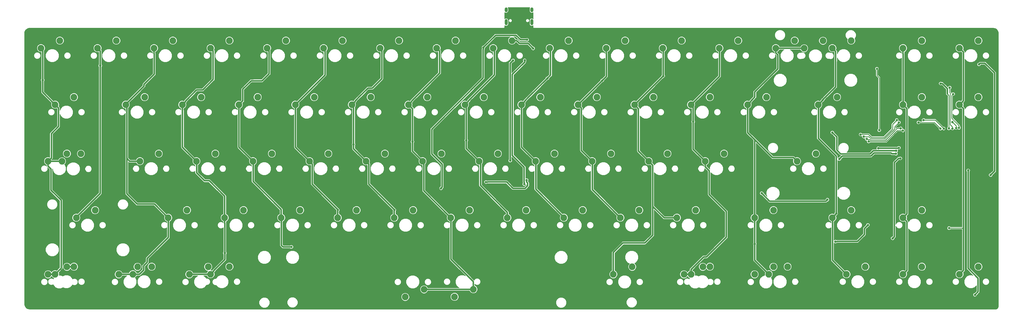
<source format=gbr>
G04 #@! TF.GenerationSoftware,KiCad,Pcbnew,(5.0.2)-1*
G04 #@! TF.CreationDate,2019-10-17T21:42:54+05:30*
G04 #@! TF.ProjectId,keyboard,6b657962-6f61-4726-942e-6b696361645f,rev?*
G04 #@! TF.SameCoordinates,Original*
G04 #@! TF.FileFunction,Copper,L1,Top*
G04 #@! TF.FilePolarity,Positive*
%FSLAX46Y46*%
G04 Gerber Fmt 4.6, Leading zero omitted, Abs format (unit mm)*
G04 Created by KiCad (PCBNEW (5.0.2)-1) date 10/17/2019 9:42:54 PM*
%MOMM*%
%LPD*%
G01*
G04 APERTURE LIST*
G04 #@! TA.AperFunction,ViaPad*
%ADD10C,0.600000*%
G04 #@! TD*
G04 #@! TA.AperFunction,ComponentPad*
%ADD11C,2.250000*%
G04 #@! TD*
G04 #@! TA.AperFunction,ComponentPad*
%ADD12O,1.000000X1.600000*%
G04 #@! TD*
G04 #@! TA.AperFunction,ComponentPad*
%ADD13O,1.000000X2.100000*%
G04 #@! TD*
G04 #@! TA.AperFunction,ViaPad*
%ADD14C,0.800000*%
G04 #@! TD*
G04 #@! TA.AperFunction,Conductor*
%ADD15C,0.508000*%
G04 #@! TD*
G04 #@! TA.AperFunction,Conductor*
%ADD16C,0.250000*%
G04 #@! TD*
G04 #@! TA.AperFunction,Conductor*
%ADD17C,0.130000*%
G04 #@! TD*
G04 APERTURE END LIST*
D10*
G04 #@! TO.N,GND*
G04 #@! TO.C,REF\002A\002A*
X307400000Y-68300000D03*
G04 #@! TD*
G04 #@! TO.N,GND*
G04 #@! TO.C,REF\002A\002A*
X285000000Y-67000000D03*
G04 #@! TD*
G04 #@! TO.N,GND*
G04 #@! TO.C,REF\002A\002A*
X158211250Y-88371250D03*
G04 #@! TD*
G04 #@! TO.N,GND*
G04 #@! TO.C,REF\002A\002A*
X347611250Y-86471250D03*
G04 #@! TD*
G04 #@! TO.N,GND*
G04 #@! TO.C,REF\002A\002A*
X334911250Y-87571250D03*
G04 #@! TD*
G04 #@! TO.N,GND*
G04 #@! TO.C,REF\002A\002A*
X335611250Y-93071250D03*
G04 #@! TD*
G04 #@! TO.N,GND*
G04 #@! TO.C,REF\002A\002A*
X213011250Y-52171250D03*
G04 #@! TD*
G04 #@! TO.N,GND*
G04 #@! TO.C,REF\002A\002A*
X361911250Y-91771250D03*
G04 #@! TD*
D11*
G04 #@! TO.P,K_0,1*
G04 #@! TO.N,col10*
X236696250Y-57226250D03*
G04 #@! TO.P,K_0,2*
G04 #@! TO.N,Net-(D_0-Pad2)*
X243046250Y-54686250D03*
G04 #@! TD*
G04 #@! TO.P,K_1,2*
G04 #@! TO.N,Net-(D_1-Pad2)*
X71596250Y-54686250D03*
G04 #@! TO.P,K_1,1*
G04 #@! TO.N,col1*
X65246250Y-57226250D03*
G04 #@! TD*
G04 #@! TO.P,K_2,1*
G04 #@! TO.N,col2*
X84296250Y-57226250D03*
G04 #@! TO.P,K_2,2*
G04 #@! TO.N,Net-(D_2-Pad2)*
X90646250Y-54686250D03*
G04 #@! TD*
G04 #@! TO.P,K_3,1*
G04 #@! TO.N,col3*
X103346250Y-57226250D03*
G04 #@! TO.P,K_3,2*
G04 #@! TO.N,Net-(D_3-Pad2)*
X109696250Y-54686250D03*
G04 #@! TD*
G04 #@! TO.P,K_4,2*
G04 #@! TO.N,Net-(D_4-Pad2)*
X128746250Y-54686250D03*
G04 #@! TO.P,K_4,1*
G04 #@! TO.N,col4*
X122396250Y-57226250D03*
G04 #@! TD*
G04 #@! TO.P,K_5,2*
G04 #@! TO.N,Net-(D_5-Pad2)*
X147796250Y-54686250D03*
G04 #@! TO.P,K_5,1*
G04 #@! TO.N,col5*
X141446250Y-57226250D03*
G04 #@! TD*
G04 #@! TO.P,K_6,2*
G04 #@! TO.N,Net-(D_6-Pad2)*
X166846250Y-54686250D03*
G04 #@! TO.P,K_6,1*
G04 #@! TO.N,col6*
X160496250Y-57226250D03*
G04 #@! TD*
G04 #@! TO.P,K_7,2*
G04 #@! TO.N,Net-(D_7-Pad2)*
X185896250Y-54686250D03*
G04 #@! TO.P,K_7,1*
G04 #@! TO.N,col7*
X179546250Y-57226250D03*
G04 #@! TD*
G04 #@! TO.P,K_8,2*
G04 #@! TO.N,Net-(D_8-Pad2)*
X204946250Y-54686250D03*
G04 #@! TO.P,K_8,1*
G04 #@! TO.N,col8*
X198596250Y-57226250D03*
G04 #@! TD*
G04 #@! TO.P,K_9,2*
G04 #@! TO.N,Net-(D_9-Pad2)*
X223996250Y-54686250D03*
G04 #@! TO.P,K_9,1*
G04 #@! TO.N,col9*
X217646250Y-57226250D03*
G04 #@! TD*
G04 #@! TO.P,K_&lt;I1,1*
G04 #@! TO.N,col14*
X308133750Y-76276250D03*
G04 #@! TO.P,K_&lt;I1,2*
G04 #@! TO.N,Net-(D_&lt;I1-Pad2)*
X314483750Y-73736250D03*
G04 #@! TD*
G04 #@! TO.P,K_&lt;I2,2*
G04 #@! TO.N,Net-(D_&lt;I2-Pad2)*
X109696250Y-130886250D03*
G04 #@! TO.P,K_&lt;I2,1*
G04 #@! TO.N,col3*
X103346250Y-133426250D03*
G04 #@! TD*
G04 #@! TO.P,K_&lt;I3,1*
G04 #@! TO.N,col12*
X265271250Y-133426250D03*
G04 #@! TO.P,K_&lt;I3,2*
G04 #@! TO.N,Net-(D_&lt;I3-Pad2)*
X271621250Y-130886250D03*
G04 #@! TD*
G04 #@! TO.P,K_&lt;I_E1,2*
G04 #@! TO.N,Net-(D_&lt;I_E1-Pad2)*
X52546250Y-54686250D03*
G04 #@! TO.P,K_&lt;I_E1,1*
G04 #@! TO.N,col0*
X46196250Y-57226250D03*
G04 #@! TD*
G04 #@! TO.P,K_`1,1*
G04 #@! TO.N,col14*
X312896250Y-57226250D03*
G04 #@! TO.P,K_`1,2*
G04 #@! TO.N,Net-(D_`1-Pad2)*
X319246250Y-54686250D03*
G04 #@! TD*
G04 #@! TO.P,K_A1,1*
G04 #@! TO.N,col2*
X79533750Y-95326250D03*
G04 #@! TO.P,K_A1,2*
G04 #@! TO.N,Net-(D_A1-Pad2)*
X85883750Y-92786250D03*
G04 #@! TD*
G04 #@! TO.P,K_ALT1,2*
G04 #@! TO.N,Net-(D_ALT1-Pad2)*
X297815000Y-130886250D03*
G04 #@! TO.P,K_ALT1,1*
G04 #@! TO.N,col13*
X291465000Y-133426250D03*
G04 #@! TD*
G04 #@! TO.P,K_B1,1*
G04 #@! TO.N,col6*
X165258750Y-114376250D03*
G04 #@! TO.P,K_B1,2*
G04 #@! TO.N,Net-(D_B1-Pad2)*
X171608750Y-111836250D03*
G04 #@! TD*
G04 #@! TO.P,K_BCK_STD1,1*
G04 #@! TO.N,col13*
X303390000Y-57260000D03*
G04 #@! TO.P,K_BCK_STD1,2*
G04 #@! TO.N,Net-(D_BSLSH1-Pad2)*
X309740000Y-54720000D03*
G04 #@! TD*
G04 #@! TO.P,K_BSLSH1,2*
G04 #@! TO.N,Net-(D_BSLSH1-Pad2)*
X300196250Y-54686250D03*
G04 #@! TO.P,K_BSLSH1,1*
G04 #@! TO.N,col13*
X293846250Y-57226250D03*
G04 #@! TD*
G04 #@! TO.P,K_C1,2*
G04 #@! TO.N,Net-(D_C1-Pad2)*
X133508750Y-111836250D03*
G04 #@! TO.P,K_C1,1*
G04 #@! TO.N,col4*
X127158750Y-114376250D03*
G04 #@! TD*
G04 #@! TO.P,K_CAPS1,1*
G04 #@! TO.N,col0*
X48577500Y-95326250D03*
G04 #@! TO.P,K_CAPS1,2*
G04 #@! TO.N,Net-(D_CAPS1-Pad2)*
X54927500Y-92786250D03*
G04 #@! TD*
G04 #@! TO.P,K_CBRAC1,1*
G04 #@! TO.N,col12*
X265271250Y-76276250D03*
G04 #@! TO.P,K_CBRAC1,2*
G04 #@! TO.N,Net-(D_CBRAC1-Pad2)*
X271621250Y-73736250D03*
G04 #@! TD*
G04 #@! TO.P,K_CMD_STD_1,1*
G04 #@! TO.N,col3*
X96190000Y-133460000D03*
G04 #@! TO.P,K_CMD_STD_1,2*
G04 #@! TO.N,Net-(D_&lt;I2-Pad2)*
X102540000Y-130920000D03*
G04 #@! TD*
G04 #@! TO.P,K_CMD_STD_3,1*
G04 #@! TO.N,col12*
X262890000Y-133460000D03*
G04 #@! TO.P,K_CMD_STD_3,2*
G04 #@! TO.N,Net-(D_&lt;I3-Pad2)*
X269240000Y-130920000D03*
G04 #@! TD*
G04 #@! TO.P,K_COMMA1,1*
G04 #@! TO.N,col9*
X222408750Y-114376250D03*
G04 #@! TO.P,K_COMMA1,2*
G04 #@! TO.N,Net-(D_COMMA1-Pad2)*
X228758750Y-111836250D03*
G04 #@! TD*
G04 #@! TO.P,K_CTRL1,2*
G04 #@! TO.N,Net-(D_CTRL1-Pad2)*
X57308750Y-130886250D03*
G04 #@! TO.P,K_CTRL1,1*
G04 #@! TO.N,col0*
X50958750Y-133426250D03*
G04 #@! TD*
G04 #@! TO.P,K_CTRL_STD_1,1*
G04 #@! TO.N,col0*
X48590000Y-133460000D03*
G04 #@! TO.P,K_CTRL_STD_1,2*
G04 #@! TO.N,Net-(D_CTRL1-Pad2)*
X54940000Y-130920000D03*
G04 #@! TD*
G04 #@! TO.P,K_D1,2*
G04 #@! TO.N,Net-(D_D1-Pad2)*
X123983750Y-92786250D03*
G04 #@! TO.P,K_D1,1*
G04 #@! TO.N,col4*
X117633750Y-95326250D03*
G04 #@! TD*
G04 #@! TO.P,K_DELETE1,1*
G04 #@! TO.N,col15*
X336708750Y-76276250D03*
G04 #@! TO.P,K_DELETE1,2*
G04 #@! TO.N,Net-(D_DELETE1-Pad2)*
X343058750Y-73736250D03*
G04 #@! TD*
G04 #@! TO.P,K_DOT1,2*
G04 #@! TO.N,Net-(D_DOT1-Pad2)*
X247808750Y-111836250D03*
G04 #@! TO.P,K_DOT1,1*
G04 #@! TO.N,col10*
X241458750Y-114376250D03*
G04 #@! TD*
G04 #@! TO.P,K_DOWN1,1*
G04 #@! TO.N,col15*
X336708750Y-133426250D03*
G04 #@! TO.P,K_DOWN1,2*
G04 #@! TO.N,Net-(D_DOWN1-Pad2)*
X343058750Y-130886250D03*
G04 #@! TD*
G04 #@! TO.P,K_E1,1*
G04 #@! TO.N,col4*
X112871250Y-76276250D03*
G04 #@! TO.P,K_E1,2*
G04 #@! TO.N,Net-(D_E1-Pad2)*
X119221250Y-73736250D03*
G04 #@! TD*
G04 #@! TO.P,K_END1,2*
G04 #@! TO.N,Net-(D_END1-Pad2)*
X362108750Y-73736250D03*
G04 #@! TO.P,K_END1,1*
G04 #@! TO.N,col16*
X355758750Y-76276250D03*
G04 #@! TD*
G04 #@! TO.P,K_ENTER1,2*
G04 #@! TO.N,Net-(D_ENTER1-Pad2)*
X307340000Y-92786250D03*
G04 #@! TO.P,K_ENTER1,1*
G04 #@! TO.N,col13*
X300990000Y-95326250D03*
G04 #@! TD*
G04 #@! TO.P,K_EQUAL1,1*
G04 #@! TO.N,col12*
X274796250Y-57226250D03*
G04 #@! TO.P,K_EQUAL1,2*
G04 #@! TO.N,Net-(D_EQUAL1-Pad2)*
X281146250Y-54686250D03*
G04 #@! TD*
G04 #@! TO.P,K_F1,1*
G04 #@! TO.N,col5*
X136683750Y-95326250D03*
G04 #@! TO.P,K_F1,2*
G04 #@! TO.N,Net-(D_F1-Pad2)*
X143033750Y-92786250D03*
G04 #@! TD*
G04 #@! TO.P,K_FN1,2*
G04 #@! TO.N,Net-(D_FN1-Pad2)*
X319246250Y-111836250D03*
G04 #@! TO.P,K_FN1,1*
G04 #@! TO.N,col14*
X312896250Y-114376250D03*
G04 #@! TD*
G04 #@! TO.P,K_G1,2*
G04 #@! TO.N,Net-(D_G1-Pad2)*
X162083750Y-92786250D03*
G04 #@! TO.P,K_G1,1*
G04 #@! TO.N,col6*
X155733750Y-95326250D03*
G04 #@! TD*
G04 #@! TO.P,K_H1,2*
G04 #@! TO.N,Net-(D_H1-Pad2)*
X181133750Y-92786250D03*
G04 #@! TO.P,K_H1,1*
G04 #@! TO.N,col7*
X174783750Y-95326250D03*
G04 #@! TD*
G04 #@! TO.P,K_HOME1,2*
G04 #@! TO.N,Net-(D_HOME1-Pad2)*
X362108750Y-54686250D03*
G04 #@! TO.P,K_HOME1,1*
G04 #@! TO.N,col16*
X355758750Y-57226250D03*
G04 #@! TD*
G04 #@! TO.P,K_I1,1*
G04 #@! TO.N,col9*
X208121250Y-76276250D03*
G04 #@! TO.P,K_I1,2*
G04 #@! TO.N,Net-(D_I1-Pad2)*
X214471250Y-73736250D03*
G04 #@! TD*
G04 #@! TO.P,K_INSERT1,2*
G04 #@! TO.N,Net-(D_INSERT1-Pad2)*
X343058750Y-54686250D03*
G04 #@! TO.P,K_INSERT1,1*
G04 #@! TO.N,col15*
X336708750Y-57226250D03*
G04 #@! TD*
G04 #@! TO.P,K_J1,1*
G04 #@! TO.N,col8*
X193833750Y-95326250D03*
G04 #@! TO.P,K_J1,2*
G04 #@! TO.N,Net-(D_J1-Pad2)*
X200183750Y-92786250D03*
G04 #@! TD*
G04 #@! TO.P,K_K1,1*
G04 #@! TO.N,col9*
X212883750Y-95326250D03*
G04 #@! TO.P,K_K1,2*
G04 #@! TO.N,Net-(D_K1-Pad2)*
X219233750Y-92786250D03*
G04 #@! TD*
G04 #@! TO.P,K_L1,2*
G04 #@! TO.N,Net-(D_L1-Pad2)*
X238283750Y-92786250D03*
G04 #@! TO.P,K_L1,1*
G04 #@! TO.N,col10*
X231933750Y-95326250D03*
G04 #@! TD*
G04 #@! TO.P,K_LEFT1,1*
G04 #@! TO.N,col14*
X317658750Y-133426250D03*
G04 #@! TO.P,K_LEFT1,2*
G04 #@! TO.N,Net-(D_LEFT1-Pad2)*
X324008750Y-130886250D03*
G04 #@! TD*
G04 #@! TO.P,K_M1,1*
G04 #@! TO.N,col8*
X203358750Y-114376250D03*
G04 #@! TO.P,K_M1,2*
G04 #@! TO.N,Net-(D_M1-Pad2)*
X209708750Y-111836250D03*
G04 #@! TD*
G04 #@! TO.P,K_MEN_STD_1,2*
G04 #@! TO.N,Net-(D_ALT1-Pad2)*
X293040000Y-130920000D03*
G04 #@! TO.P,K_MEN_STD_1,1*
G04 #@! TO.N,Net-(K_MEN_STD_1-Pad1)*
X286690000Y-133460000D03*
G04 #@! TD*
G04 #@! TO.P,K_MINUS1,1*
G04 #@! TO.N,col11*
X255746250Y-57226250D03*
G04 #@! TO.P,K_MINUS1,2*
G04 #@! TO.N,Net-(D_MINUS1-Pad2)*
X262096250Y-54686250D03*
G04 #@! TD*
G04 #@! TO.P,K_N1,1*
G04 #@! TO.N,col7*
X184308750Y-114376250D03*
G04 #@! TO.P,K_N1,2*
G04 #@! TO.N,Net-(D_N1-Pad2)*
X190658750Y-111836250D03*
G04 #@! TD*
G04 #@! TO.P,K_O1,2*
G04 #@! TO.N,Net-(D_O1-Pad2)*
X233521250Y-73736250D03*
G04 #@! TO.P,K_O1,1*
G04 #@! TO.N,col10*
X227171250Y-76276250D03*
G04 #@! TD*
G04 #@! TO.P,K_OBRAC1,1*
G04 #@! TO.N,col13*
X284321250Y-76276250D03*
G04 #@! TO.P,K_OBRAC1,2*
G04 #@! TO.N,Net-(D_OBRAC1-Pad2)*
X290671250Y-73736250D03*
G04 #@! TD*
G04 #@! TO.P,K_P1,2*
G04 #@! TO.N,Net-(D_P1-Pad2)*
X252571250Y-73736250D03*
G04 #@! TO.P,K_P1,1*
G04 #@! TO.N,col11*
X246221250Y-76276250D03*
G04 #@! TD*
G04 #@! TO.P,K_Q1,2*
G04 #@! TO.N,Net-(D_Q1-Pad2)*
X81121250Y-73736250D03*
G04 #@! TO.P,K_Q1,1*
G04 #@! TO.N,col2*
X74771250Y-76276250D03*
G04 #@! TD*
G04 #@! TO.P,K_QUOTE1,1*
G04 #@! TO.N,col12*
X270033750Y-95326250D03*
G04 #@! TO.P,K_QUOTE1,2*
G04 #@! TO.N,Net-(D_QUOTE1-Pad2)*
X276383750Y-92786250D03*
G04 #@! TD*
G04 #@! TO.P,K_R1,2*
G04 #@! TO.N,Net-(D_R1-Pad2)*
X138271250Y-73736250D03*
G04 #@! TO.P,K_R1,1*
G04 #@! TO.N,col5*
X131921250Y-76276250D03*
G04 #@! TD*
G04 #@! TO.P,K_R_ALT_STD_1,2*
G04 #@! TO.N,Net-(D_R_ALT_STD_1-Pad2)*
X245440000Y-130920000D03*
G04 #@! TO.P,K_R_ALT_STD_1,1*
G04 #@! TO.N,col11*
X239090000Y-133460000D03*
G04 #@! TD*
G04 #@! TO.P,K_RIGHT1,1*
G04 #@! TO.N,col16*
X355758750Y-133426250D03*
G04 #@! TO.P,K_RIGHT1,2*
G04 #@! TO.N,Net-(D_RIGHT1-Pad2)*
X362108750Y-130886250D03*
G04 #@! TD*
G04 #@! TO.P,K_S1,1*
G04 #@! TO.N,col3*
X98583750Y-95326250D03*
G04 #@! TO.P,K_S1,2*
G04 #@! TO.N,Net-(D_S1-Pad2)*
X104933750Y-92786250D03*
G04 #@! TD*
G04 #@! TO.P,K_SEMIC1,2*
G04 #@! TO.N,Net-(D_SEMIC1-Pad2)*
X257333750Y-92786250D03*
G04 #@! TO.P,K_SEMIC1,1*
G04 #@! TO.N,col11*
X250983750Y-95326250D03*
G04 #@! TD*
G04 #@! TO.P,K_SHIFT1,1*
G04 #@! TO.N,col13*
X286702500Y-114376250D03*
G04 #@! TO.P,K_SHIFT1,2*
G04 #@! TO.N,Net-(D_SHIFT1-Pad2)*
X293052500Y-111836250D03*
G04 #@! TD*
G04 #@! TO.P,K_SHIFT2,1*
G04 #@! TO.N,col1*
X58102500Y-114376250D03*
G04 #@! TO.P,K_SHIFT2,2*
G04 #@! TO.N,Net-(D_SHIFT2-Pad2)*
X64452500Y-111836250D03*
G04 #@! TD*
G04 #@! TO.P,K_SLASH1,2*
G04 #@! TO.N,Net-(D_SLASH1-Pad2)*
X266858750Y-111836250D03*
G04 #@! TO.P,K_SLASH1,1*
G04 #@! TO.N,col11*
X260508750Y-114376250D03*
G04 #@! TD*
G04 #@! TO.P,K_SPACE1,1*
G04 #@! TO.N,col7*
X191928750Y-138506250D03*
G04 #@! TO.P,K_SPACE1,2*
G04 #@! TO.N,Net-(D_SPACE1-Pad2)*
X185578750Y-141046250D03*
G04 #@! TD*
G04 #@! TO.P,K_SPACE_STD1,1*
G04 #@! TO.N,col7*
X175310000Y-138540000D03*
G04 #@! TO.P,K_SPACE_STD1,2*
G04 #@! TO.N,Net-(D_SPACE1-Pad2)*
X168960000Y-141080000D03*
G04 #@! TD*
G04 #@! TO.P,K_T1,1*
G04 #@! TO.N,col6*
X150971250Y-76276250D03*
G04 #@! TO.P,K_T1,2*
G04 #@! TO.N,Net-(D_T1-Pad2)*
X157321250Y-73736250D03*
G04 #@! TD*
G04 #@! TO.P,K_TAB1,1*
G04 #@! TO.N,col0*
X50958750Y-76276250D03*
G04 #@! TO.P,K_TAB1,2*
G04 #@! TO.N,Net-(D_TAB1-Pad2)*
X57308750Y-73736250D03*
G04 #@! TD*
G04 #@! TO.P,K_U1,1*
G04 #@! TO.N,col8*
X189071250Y-76276250D03*
G04 #@! TO.P,K_U1,2*
G04 #@! TO.N,Net-(D_U1-Pad2)*
X195421250Y-73736250D03*
G04 #@! TD*
G04 #@! TO.P,K_UP1,2*
G04 #@! TO.N,Net-(D_UP1-Pad2)*
X343058750Y-111836250D03*
G04 #@! TO.P,K_UP1,1*
G04 #@! TO.N,col15*
X336708750Y-114376250D03*
G04 #@! TD*
G04 #@! TO.P,K_V1,1*
G04 #@! TO.N,col5*
X146208750Y-114376250D03*
G04 #@! TO.P,K_V1,2*
G04 #@! TO.N,Net-(D_V1-Pad2)*
X152558750Y-111836250D03*
G04 #@! TD*
G04 #@! TO.P,K_W1,1*
G04 #@! TO.N,col3*
X93821250Y-76276250D03*
G04 #@! TO.P,K_W1,2*
G04 #@! TO.N,Net-(D_W1-Pad2)*
X100171250Y-73736250D03*
G04 #@! TD*
G04 #@! TO.P,K_WIN1,2*
G04 #@! TO.N,Net-(D_WIN1-Pad2)*
X83502500Y-130886250D03*
G04 #@! TO.P,K_WIN1,1*
G04 #@! TO.N,col2*
X77152500Y-133426250D03*
G04 #@! TD*
G04 #@! TO.P,K_WIN_STD_1,2*
G04 #@! TO.N,Net-(D_WIN1-Pad2)*
X78740000Y-130920000D03*
G04 #@! TO.P,K_WIN_STD_1,1*
G04 #@! TO.N,col2*
X72390000Y-133460000D03*
G04 #@! TD*
G04 #@! TO.P,K_X1,1*
G04 #@! TO.N,col3*
X108108750Y-114376250D03*
G04 #@! TO.P,K_X1,2*
G04 #@! TO.N,Net-(D_X1-Pad2)*
X114458750Y-111836250D03*
G04 #@! TD*
G04 #@! TO.P,K_Y1,2*
G04 #@! TO.N,Net-(D_Y1-Pad2)*
X176371250Y-73736250D03*
G04 #@! TO.P,K_Y1,1*
G04 #@! TO.N,col7*
X170021250Y-76276250D03*
G04 #@! TD*
G04 #@! TO.P,K_Z1,2*
G04 #@! TO.N,Net-(D_Z1-Pad2)*
X95408750Y-111836250D03*
G04 #@! TO.P,K_Z1,1*
G04 #@! TO.N,col2*
X89058750Y-114376250D03*
G04 #@! TD*
G04 #@! TO.P,K_CAPS_STD_2,1*
G04 #@! TO.N,col0*
X53290000Y-95360000D03*
G04 #@! TO.P,K_CAPS_STD_2,2*
G04 #@! TO.N,Net-(D_CAPS1-Pad2)*
X59640000Y-92820000D03*
G04 #@! TD*
D12*
G04 #@! TO.P,USB1,13*
G04 #@! TO.N,Net-(USB1-Pad13)*
X211590000Y-44300000D03*
X202950000Y-44300000D03*
D13*
X211590000Y-48480000D03*
X202950000Y-48480000D03*
G04 #@! TD*
D14*
G04 #@! TO.N,VCC*
X195311250Y-56971250D03*
X181011250Y-104471250D03*
X210010000Y-54400000D03*
X289080000Y-106110000D03*
X311220000Y-108300000D03*
G04 #@! TO.N,Net-(D_8-Pad2)*
X212041250Y-57301250D03*
G04 #@! TO.N,Net-(R1-Pad1)*
X328371250Y-90957138D03*
X335311250Y-90821250D03*
G04 #@! TO.N,row0*
X328701250Y-84871250D03*
X327911250Y-64166250D03*
G04 #@! TO.N,row4*
X358661250Y-98426250D03*
X360951250Y-140366250D03*
G04 #@! TO.N,row2*
X334336250Y-92809531D03*
X315241250Y-94601250D03*
X196150000Y-102350000D03*
X209830000Y-101681046D03*
G04 #@! TO.N,row3*
X335811250Y-94371250D03*
X333211250Y-121316250D03*
G04 #@! TO.N,col10*
X352161250Y-84261250D03*
X349401250Y-69147290D03*
X235316250Y-68131250D03*
G04 #@! TO.N,col1*
X366241250Y-99995250D03*
X66151250Y-63100000D03*
X362300000Y-62700000D03*
G04 #@! TO.N,col2*
X334392960Y-91811138D03*
X312881250Y-85657250D03*
G04 #@! TO.N,col3*
X108167751Y-126281250D03*
G04 #@! TO.N,col4*
X130585251Y-124219261D03*
G04 #@! TO.N,col5*
X325141250Y-88681250D03*
X336691250Y-84991250D03*
G04 #@! TO.N,col6*
X324441250Y-87827250D03*
X151541250Y-89631250D03*
X335951250Y-84266250D03*
G04 #@! TO.N,col7*
X323471250Y-87021250D03*
X171383349Y-88751250D03*
X335321250Y-82271250D03*
X341881250Y-82271250D03*
X349327108Y-84355392D03*
G04 #@! TO.N,col8*
X322398554Y-86334041D03*
X189551250Y-88281250D03*
X334611250Y-81461250D03*
X350441250Y-84321250D03*
X343631250Y-81461250D03*
G04 #@! TO.N,col9*
X353361250Y-84301250D03*
X352451250Y-70531250D03*
X216881250Y-67366250D03*
G04 #@! TO.N,col14*
X314206250Y-112916250D03*
G04 #@! TO.N,col12*
X355581250Y-84070250D03*
X353600000Y-72700000D03*
X266001250Y-82000000D03*
G04 #@! TO.N,col0*
X46771250Y-67961250D03*
G04 #@! TO.N,col13*
X324891250Y-116821250D03*
X313911250Y-122411250D03*
X286761501Y-123171250D03*
G04 #@! TO.N,col16*
X352211250Y-117871250D03*
G04 #@! TO.N,col11*
X354583303Y-84134328D03*
X353336260Y-82171250D03*
X255881250Y-66616250D03*
G04 #@! TO.N,/D-_esd_in*
X205280000Y-61360000D03*
X204330000Y-95120000D03*
G04 #@! TO.N,/D+_esd_in*
X209220000Y-61330000D03*
X209050000Y-103050000D03*
G04 #@! TD*
D15*
G04 #@! TO.N,VCC*
X181041651Y-104440849D02*
X181011250Y-104471250D01*
X181411249Y-104071251D02*
X181011250Y-104471250D01*
X181411250Y-96371250D02*
X181411249Y-104071251D01*
X195211250Y-57636935D02*
X195211250Y-67271250D01*
X195211250Y-67271250D02*
X177911250Y-84571250D01*
X195311250Y-57536935D02*
X195211250Y-57636935D01*
X195311250Y-56971250D02*
X195311250Y-57536935D01*
X177911250Y-84571250D02*
X177911250Y-92871250D01*
X177911250Y-92871250D02*
X181411250Y-96371250D01*
X289479999Y-106509999D02*
X289479999Y-106519999D01*
X289080000Y-106110000D02*
X289479999Y-106509999D01*
X289479999Y-106519999D02*
X291750000Y-108790000D01*
X291750000Y-108790000D02*
X310730000Y-108790000D01*
X310730000Y-108790000D02*
X311220000Y-108300000D01*
X207800000Y-54400000D02*
X210010000Y-54400000D01*
X206300000Y-52900000D02*
X207800000Y-54400000D01*
X199400000Y-52900000D02*
X206300000Y-52900000D01*
X195728749Y-56571251D02*
X199400000Y-52900000D01*
X195311250Y-56971250D02*
X195711249Y-56571251D01*
X195711249Y-56571251D02*
X195728749Y-56571251D01*
G04 #@! TO.N,Net-(D_8-Pad2)*
X206537240Y-54686250D02*
X207510990Y-55660000D01*
X204946250Y-54686250D02*
X206537240Y-54686250D01*
X207510990Y-55660000D02*
X210400000Y-55660000D01*
X210400000Y-55660000D02*
X212041250Y-57301250D01*
G04 #@! TO.N,Net-(R1-Pad1)*
X328371250Y-90957138D02*
X335175362Y-90957138D01*
X335175362Y-90957138D02*
X335311250Y-90821250D01*
D16*
G04 #@! TO.N,row0*
X328701250Y-84871250D02*
X328701250Y-67186250D01*
X327911250Y-66396250D02*
X328211250Y-66696250D01*
X327911250Y-64166250D02*
X327911250Y-66396250D01*
X328701250Y-67186250D02*
X328211250Y-66696250D01*
D15*
G04 #@! TO.N,row4*
X358661250Y-98426250D02*
X358661250Y-131435856D01*
X358661250Y-131435856D02*
X362016651Y-134791257D01*
X362016651Y-134791257D02*
X362016651Y-139300849D01*
X362016651Y-139300849D02*
X360951250Y-140366250D01*
D16*
G04 #@! TO.N,row2*
X333770565Y-92809531D02*
X333762284Y-92801250D01*
X334336250Y-92809531D02*
X333770565Y-92809531D01*
D15*
X332971633Y-92809531D02*
X334336250Y-92809531D01*
X332681250Y-92519148D02*
X332971633Y-92809531D01*
X326944628Y-92519148D02*
X332681250Y-92519148D01*
X325896516Y-93567261D02*
X326944628Y-92519148D01*
X315241250Y-94601250D02*
X316275239Y-93567261D01*
X316275239Y-93567261D02*
X325896516Y-93567261D01*
X196745685Y-102320000D02*
X196715685Y-102350000D01*
X203120000Y-102320000D02*
X196745685Y-102320000D01*
X209830000Y-102246731D02*
X210220000Y-102636731D01*
X196715685Y-102350000D02*
X196150000Y-102350000D01*
X209830000Y-101681046D02*
X209830000Y-102246731D01*
X210220000Y-102636731D02*
X210220000Y-103560000D01*
X210220000Y-103560000D02*
X209320000Y-104460000D01*
X209320000Y-104460000D02*
X205260000Y-104460000D01*
X205260000Y-104460000D02*
X203120000Y-102320000D01*
G04 #@! TO.N,row3*
X333811250Y-120716250D02*
X333211250Y-121316250D01*
X335811250Y-94371250D02*
X335245565Y-94371250D01*
X335245565Y-94371250D02*
X333811250Y-95805565D01*
X333811250Y-95805565D02*
X333811250Y-120716250D01*
G04 #@! TO.N,Net-(D_CTRL1-Pad2)*
X57275000Y-130920000D02*
X57308750Y-130886250D01*
X54940000Y-130920000D02*
X57275000Y-130920000D01*
G04 #@! TO.N,col10*
X236696250Y-59069328D02*
X236755251Y-59128329D01*
X236696250Y-57226250D02*
X236696250Y-59069328D01*
X228331250Y-91723750D02*
X231933750Y-95326250D01*
X228331250Y-77436250D02*
X228331250Y-91723750D01*
X227171250Y-76276250D02*
X228331250Y-77436250D01*
X231992751Y-104910251D02*
X241458750Y-114376250D01*
X231992751Y-95385251D02*
X231992751Y-104910251D01*
X231933750Y-95326250D02*
X231992751Y-95385251D01*
X236755251Y-65431250D02*
X236755251Y-66327261D01*
X236755251Y-65431250D02*
X236755251Y-66692249D01*
X236755251Y-59128329D02*
X236755251Y-65431250D01*
D16*
X352161250Y-84261250D02*
X352161250Y-73121250D01*
X352161250Y-73121250D02*
X351671250Y-72631250D01*
D15*
X351671250Y-72631250D02*
X351671250Y-71015172D01*
X351671250Y-71015172D02*
X351671250Y-70881250D01*
X351671250Y-70881250D02*
X349937290Y-69147290D01*
X349937290Y-69147290D02*
X349401250Y-69147290D01*
X236755251Y-66692249D02*
X235316250Y-68131250D01*
X235316250Y-68131250D02*
X227171250Y-76276250D01*
G04 #@! TO.N,col1*
X58102500Y-114226250D02*
X58102500Y-114376250D01*
X66151250Y-106177500D02*
X58102500Y-114226250D01*
X66181250Y-62351250D02*
X66151250Y-62381250D01*
X66181250Y-58161250D02*
X66181250Y-62351250D01*
X65246250Y-57226250D02*
X66181250Y-58161250D01*
X66151250Y-67951250D02*
X66151250Y-106177500D01*
X66151250Y-62381250D02*
X66151250Y-63100000D01*
X66151250Y-63100000D02*
X66151250Y-67951250D01*
X362700000Y-62300000D02*
X362300000Y-62700000D01*
X366241250Y-99995250D02*
X367571250Y-98665250D01*
X367571250Y-98665250D02*
X367571250Y-65571250D01*
X364300000Y-62300000D02*
X362700000Y-62300000D01*
X367571250Y-65571250D02*
X364300000Y-62300000D01*
G04 #@! TO.N,col2*
X84355251Y-59128329D02*
X84355251Y-65987249D01*
X84296250Y-57226250D02*
X84296250Y-59069328D01*
X84296250Y-59069328D02*
X84355251Y-59128329D01*
X84355251Y-65987249D02*
X80901250Y-69441250D01*
X74771250Y-76126250D02*
X74771250Y-76276250D01*
X80901250Y-69996250D02*
X74771250Y-76126250D01*
X80901250Y-69441250D02*
X80901250Y-69996250D01*
X75121250Y-76626250D02*
X75121250Y-94351250D01*
X74771250Y-76276250D02*
X75121250Y-76626250D01*
X76096250Y-95326250D02*
X79533750Y-95326250D01*
X75121250Y-94351250D02*
X76096250Y-95326250D01*
X75121250Y-94351250D02*
X75121250Y-106271250D01*
X75121250Y-106271250D02*
X78601250Y-109751250D01*
X84433750Y-109751250D02*
X89058750Y-114376250D01*
X78601250Y-109751250D02*
X84433750Y-109751250D01*
X334392960Y-91811138D02*
X326651362Y-91811138D01*
X326651362Y-91811138D02*
X326591250Y-91871250D01*
X325603249Y-92859251D02*
X315709251Y-92859251D01*
X326651362Y-91811138D02*
X325603249Y-92859251D01*
X315709251Y-92859251D02*
X314371250Y-91521250D01*
X314371250Y-91521250D02*
X314371250Y-87147250D01*
X314371250Y-87147250D02*
X312881250Y-85657250D01*
X79373750Y-133426250D02*
X77152500Y-133426250D01*
X80800000Y-132000000D02*
X79373750Y-133426250D01*
X89117751Y-114435251D02*
X89117751Y-120994749D01*
X89058750Y-114376250D02*
X89117751Y-114435251D01*
X89117751Y-120994749D02*
X82021250Y-128091250D01*
X82021250Y-128091250D02*
X82021250Y-129378750D01*
X82021250Y-129378750D02*
X80800000Y-130600000D01*
X80800000Y-130600000D02*
X80800000Y-132000000D01*
X77118750Y-133460000D02*
X77152500Y-133426250D01*
X72390000Y-133460000D02*
X77118750Y-133460000D01*
G04 #@! TO.N,col3*
X100671250Y-71321250D02*
X98626250Y-71321250D01*
X104211250Y-67781250D02*
X100671250Y-71321250D01*
X103346250Y-57226250D02*
X104211250Y-58091250D01*
X104211250Y-67371250D02*
X104211250Y-67781250D01*
X104211250Y-58091250D02*
X104211250Y-67371250D01*
X108108750Y-114376250D02*
X108108750Y-107108750D01*
X108108750Y-107108750D02*
X102901250Y-101901250D01*
X102901250Y-101901250D02*
X101301250Y-101901250D01*
X98642751Y-95385251D02*
X98583750Y-95326250D01*
X98642751Y-99242751D02*
X98642751Y-95385251D01*
X101301250Y-101901250D02*
X98642751Y-99242751D01*
X108108750Y-116219328D02*
X108167751Y-116278329D01*
X108108750Y-114376250D02*
X108108750Y-116219328D01*
X93821250Y-78119328D02*
X93881250Y-78179328D01*
X93821250Y-76276250D02*
X93821250Y-78119328D01*
X93881250Y-90623750D02*
X98583750Y-95326250D01*
X93881250Y-78179328D02*
X93881250Y-90623750D01*
X108167751Y-116278329D02*
X108167751Y-126281250D01*
X103312500Y-133460000D02*
X103346250Y-133426250D01*
X96190000Y-133460000D02*
X103312500Y-133460000D01*
X108167751Y-128454749D02*
X108167751Y-126281250D01*
X104471249Y-132151251D02*
X108167751Y-128454749D01*
X104471249Y-132301251D02*
X104471249Y-132151251D01*
X103346250Y-133426250D02*
X104471249Y-132301251D01*
X94946249Y-75001251D02*
X95347500Y-74600000D01*
X94946249Y-75151251D02*
X94946249Y-75001251D01*
X93821250Y-76276250D02*
X94946249Y-75151251D01*
X98626250Y-71321250D02*
X95347500Y-74600000D01*
X95347500Y-74600000D02*
X95131250Y-74816250D01*
G04 #@! TO.N,col4*
X112930251Y-90622751D02*
X117633750Y-95326250D01*
X112930251Y-76335251D02*
X112930251Y-90622751D01*
X112871250Y-76276250D02*
X112930251Y-76335251D01*
X127158750Y-111606250D02*
X127158750Y-114376250D01*
X117692751Y-102140251D02*
X127158750Y-111606250D01*
X117692751Y-95385251D02*
X117692751Y-102140251D01*
X117633750Y-95326250D02*
X117692751Y-95385251D01*
X127759261Y-124219261D02*
X130585251Y-124219261D01*
X127217751Y-123677751D02*
X127759261Y-124219261D01*
X127158750Y-114376250D02*
X127217751Y-114435251D01*
X127217751Y-114435251D02*
X127217751Y-123677751D01*
X114181250Y-74966250D02*
X112871250Y-76276250D01*
X114181250Y-71081250D02*
X114181250Y-74966250D01*
X117031250Y-68231250D02*
X114181250Y-71081250D01*
X123081250Y-57911250D02*
X123081250Y-65841250D01*
X122396250Y-57226250D02*
X123081250Y-57911250D01*
X120711250Y-68211250D02*
X117891250Y-68211250D01*
X117891250Y-68211250D02*
X117871250Y-68231250D01*
X123081250Y-65841250D02*
X120711250Y-68211250D01*
X117871250Y-68231250D02*
X117031250Y-68231250D01*
G04 #@! TO.N,col5*
X141901250Y-66296250D02*
X131921250Y-76276250D01*
X141901250Y-57681250D02*
X141901250Y-66296250D01*
X141446250Y-57226250D02*
X141901250Y-57681250D01*
X131980251Y-90622751D02*
X136683750Y-95326250D01*
X131980251Y-76335251D02*
X131980251Y-86561250D01*
X131921250Y-76276250D02*
X131980251Y-76335251D01*
X137621250Y-96263750D02*
X137621250Y-103018750D01*
X136683750Y-95326250D02*
X137621250Y-96263750D01*
X131980251Y-86561250D02*
X131980251Y-90622751D01*
D16*
X325706935Y-88681250D02*
X325716935Y-88691250D01*
X325141250Y-88681250D02*
X325706935Y-88681250D01*
X325716935Y-88691250D02*
X331031250Y-88691250D01*
X331031250Y-88691250D02*
X333851250Y-85871250D01*
X333851250Y-85871250D02*
X334381250Y-85341250D01*
X334381250Y-85341250D02*
X334731250Y-84991250D01*
X334731250Y-84991250D02*
X336691250Y-84991250D01*
D15*
X146200000Y-112776510D02*
X146200000Y-111597500D01*
X146208750Y-112785260D02*
X146200000Y-112776510D01*
X146208750Y-114376250D02*
X146208750Y-112785260D01*
X137621250Y-103018750D02*
X146200000Y-111597500D01*
X146200000Y-111597500D02*
X146393751Y-111791251D01*
G04 #@! TO.N,col6*
X161081250Y-57811250D02*
X161081250Y-67471250D01*
X160496250Y-57226250D02*
X161081250Y-57811250D01*
X161081250Y-67471250D02*
X157841250Y-70711250D01*
X156386250Y-70711250D02*
X153406249Y-73691251D01*
X157841250Y-70711250D02*
X156386250Y-70711250D01*
X151541250Y-91133750D02*
X155733750Y-95326250D01*
X150971250Y-76276250D02*
X151541250Y-76846250D01*
X156661250Y-96253750D02*
X156661250Y-103008750D01*
X155733750Y-95326250D02*
X156661250Y-96253750D01*
D16*
X333786250Y-85146250D02*
X330731250Y-88201250D01*
X330731250Y-88201250D02*
X325734252Y-88201250D01*
X325734252Y-88201250D02*
X325484252Y-87951250D01*
X325484252Y-87951250D02*
X324701250Y-87951250D01*
X324701250Y-87951250D02*
X324577250Y-87827250D01*
X324577250Y-87827250D02*
X324441250Y-87827250D01*
D15*
X151541250Y-89631250D02*
X151541250Y-91133750D01*
X151541250Y-76846250D02*
X151541250Y-89631250D01*
D16*
X333786250Y-85146250D02*
X333796250Y-85146250D01*
X334676250Y-84266250D02*
X335951250Y-84266250D01*
X333796250Y-85146250D02*
X334676250Y-84266250D01*
D15*
X152096249Y-75001251D02*
X152500000Y-74597500D01*
X152096249Y-75151251D02*
X152096249Y-75001251D01*
X150971250Y-76276250D02*
X152096249Y-75151251D01*
X153406249Y-73691251D02*
X152500000Y-74597500D01*
X152500000Y-74597500D02*
X152281250Y-74816250D01*
X165258750Y-111606250D02*
X164900000Y-111247500D01*
X165258750Y-114376250D02*
X165258750Y-111606250D01*
X156661250Y-103008750D02*
X164900000Y-111247500D01*
X164900000Y-111247500D02*
X165443751Y-111791251D01*
G04 #@! TO.N,col7*
X179546250Y-57226250D02*
X180511250Y-58191250D01*
X180511250Y-58191250D02*
X180511250Y-65636250D01*
X171383349Y-77638349D02*
X170021250Y-76276250D01*
X174783750Y-95326250D02*
X171383349Y-91925849D01*
X175211250Y-105278750D02*
X184308750Y-114376250D01*
X175211250Y-95753750D02*
X175211250Y-105278750D01*
X174783750Y-95326250D02*
X175211250Y-95753750D01*
X184367751Y-114435251D02*
X184308750Y-114376250D01*
D16*
X333874840Y-84421250D02*
X332914840Y-85381250D01*
X332914840Y-85381250D02*
X332901250Y-85381250D01*
X332901250Y-85381250D02*
X331451250Y-86831250D01*
X331451250Y-86831250D02*
X330531250Y-87751250D01*
X330531250Y-87751250D02*
X325920662Y-87751250D01*
X325920662Y-87751250D02*
X325190662Y-87021250D01*
X325190662Y-87021250D02*
X323471250Y-87021250D01*
D15*
X171383349Y-88751250D02*
X171383349Y-77638349D01*
X171383349Y-91925849D02*
X171383349Y-88751250D01*
D16*
X333874840Y-84421250D02*
X333874840Y-83717660D01*
X333874840Y-83717660D02*
X335321250Y-82271250D01*
X341881250Y-82271250D02*
X347242966Y-82271250D01*
X347242966Y-82271250D02*
X349327108Y-84355392D01*
D15*
X191869749Y-135873248D02*
X184367751Y-128371250D01*
X191869749Y-138447249D02*
X191869749Y-135873248D01*
X191928750Y-138506250D02*
X191869749Y-138447249D01*
X184367751Y-128371250D02*
X184367751Y-114435251D01*
X191895000Y-138540000D02*
X191928750Y-138506250D01*
X175310000Y-138540000D02*
X191895000Y-138540000D01*
X171146249Y-75151251D02*
X171146249Y-75001251D01*
X171146249Y-75001251D02*
X171800000Y-74347500D01*
X170021250Y-76276250D02*
X171146249Y-75151251D01*
X180511250Y-65636250D02*
X171800000Y-74347500D01*
X171800000Y-74347500D02*
X171331250Y-74816250D01*
G04 #@! TO.N,col8*
X198971250Y-66226250D02*
X190381250Y-74816250D01*
X198596250Y-57226250D02*
X198971250Y-57601250D01*
X198971250Y-57601250D02*
X198971250Y-66226250D01*
X189551250Y-91043750D02*
X193833750Y-95326250D01*
X189071250Y-76276250D02*
X189551250Y-76756250D01*
X194311250Y-95803750D02*
X194311250Y-103501250D01*
X193833750Y-95326250D02*
X194311250Y-95803750D01*
X203358750Y-112548750D02*
X203358750Y-114376250D01*
X194311250Y-103501250D02*
X203358750Y-112548750D01*
D16*
X333191250Y-84454840D02*
X333187660Y-84454840D01*
X333187660Y-84454840D02*
X330341250Y-87301250D01*
X330341250Y-87301250D02*
X326107072Y-87301250D01*
X322436346Y-86296249D02*
X322398554Y-86334041D01*
X326107072Y-87301250D02*
X325102071Y-86296249D01*
X325102071Y-86296249D02*
X322436346Y-86296249D01*
D15*
X189551250Y-76756250D02*
X189551250Y-88281250D01*
X189551250Y-88281250D02*
X189551250Y-91043750D01*
D16*
X333191250Y-84454840D02*
X333191250Y-82881250D01*
X333191250Y-82881250D02*
X334611250Y-81461250D01*
X350441250Y-84321250D02*
X347581250Y-81461250D01*
X347581250Y-81461250D02*
X343631250Y-81461250D01*
D15*
X190381250Y-74966250D02*
X189071250Y-76276250D01*
X190381250Y-74816250D02*
X190381250Y-74966250D01*
G04 #@! TO.N,col9*
X222408750Y-114376250D02*
X222408750Y-114208750D01*
X212942751Y-95385251D02*
X212883750Y-95326250D01*
X212942751Y-104742751D02*
X212942751Y-95385251D01*
X222408750Y-114208750D02*
X212942751Y-104742751D01*
X208180251Y-90622751D02*
X212883750Y-95326250D01*
X208180251Y-76335251D02*
X208180251Y-90622751D01*
X208121250Y-76276250D02*
X208180251Y-76335251D01*
X217921250Y-57501250D02*
X217921250Y-66326250D01*
X217646250Y-57226250D02*
X217921250Y-57501250D01*
D16*
X353361250Y-83735565D02*
X353011250Y-83385565D01*
X353361250Y-84301250D02*
X353361250Y-83735565D01*
D15*
X217921250Y-66326250D02*
X216881250Y-67366250D01*
D16*
X353011250Y-83385565D02*
X353011250Y-83371250D01*
X353011250Y-83371250D02*
X352611260Y-82971260D01*
X352611260Y-82971260D02*
X352611260Y-72271260D01*
X352451250Y-72111250D02*
X352451250Y-70531250D01*
X352611260Y-72271260D02*
X352451250Y-72111250D01*
D15*
X210556249Y-73691251D02*
X216881250Y-67366250D01*
X209246249Y-75001251D02*
X210556249Y-73691251D01*
X209246249Y-75151251D02*
X209246249Y-75001251D01*
X208121250Y-76276250D02*
X209246249Y-75151251D01*
G04 #@! TO.N,col14*
X308192751Y-76335251D02*
X308192751Y-87612751D01*
X308133750Y-76276250D02*
X308192751Y-76335251D01*
X314206250Y-93626250D02*
X314206250Y-112916250D01*
X308192751Y-87612751D02*
X314206250Y-93626250D01*
X312955251Y-128722751D02*
X317658750Y-133426250D01*
X312955251Y-114435251D02*
X312955251Y-128722751D01*
X312896250Y-114376250D02*
X312955251Y-114435251D01*
X309800000Y-74610000D02*
X309800000Y-74460000D01*
X308133750Y-76276250D02*
X309800000Y-74610000D01*
X309800000Y-74460000D02*
X309443750Y-74816250D01*
X310568749Y-73691251D02*
X309800000Y-74460000D01*
X314000000Y-70260000D02*
X310568749Y-73691251D01*
X314000000Y-61700000D02*
X314000000Y-70260000D01*
X314021249Y-61678751D02*
X314000000Y-61700000D01*
X312896250Y-57226250D02*
X314021249Y-58351249D01*
X314021249Y-58351249D02*
X314021249Y-61678751D01*
X314021249Y-113101251D02*
X314206250Y-112916250D01*
X314021249Y-113251251D02*
X314021249Y-113101251D01*
X312896250Y-114376250D02*
X314021249Y-113251251D01*
X314206250Y-112916250D02*
X314206250Y-112916250D01*
G04 #@! TO.N,col12*
X265271250Y-133426250D02*
X265271250Y-132491250D01*
X274855251Y-57285251D02*
X274855251Y-66692249D01*
X274796250Y-57226250D02*
X274855251Y-57285251D01*
X266001250Y-91293750D02*
X270033750Y-95326250D01*
X265271250Y-76276250D02*
X266001250Y-77006250D01*
X271395849Y-98531427D02*
X271395849Y-106525849D01*
X270033750Y-95326250D02*
X270033750Y-97169328D01*
X270033750Y-97169328D02*
X271395849Y-98531427D01*
X271395849Y-106525849D02*
X277181250Y-112311250D01*
X277181250Y-120895952D02*
X270505952Y-127571250D01*
X277181250Y-112311250D02*
X277181250Y-120895952D01*
X265271250Y-133276250D02*
X265271250Y-133426250D01*
X274855251Y-66692249D02*
X274251250Y-67296250D01*
X274251250Y-67296250D02*
X265271250Y-76276250D01*
D16*
X355581250Y-84070250D02*
X355688751Y-83962749D01*
X355581250Y-84070250D02*
X355581250Y-83281250D01*
X355581250Y-83281250D02*
X353100000Y-80800000D01*
X353100000Y-80800000D02*
X353100000Y-73200000D01*
X353100000Y-73200000D02*
X353600000Y-72700000D01*
D15*
X266001250Y-77006250D02*
X266001250Y-82000000D01*
X266001250Y-82000000D02*
X266001250Y-91293750D01*
X265237500Y-133460000D02*
X265271250Y-133426250D01*
X262890000Y-133460000D02*
X265237500Y-133460000D01*
X269535260Y-127571250D02*
X270505952Y-127571250D01*
X265271250Y-131835260D02*
X269535260Y-127571250D01*
X265271250Y-133426250D02*
X265271250Y-131835260D01*
G04 #@! TO.N,col0*
X46196250Y-57226250D02*
X46771250Y-57801250D01*
X50958750Y-76276250D02*
X50946250Y-76276250D01*
X46771250Y-72101250D02*
X46771250Y-70251250D01*
X50946250Y-76276250D02*
X46771250Y-72101250D01*
X46771250Y-57801250D02*
X46771250Y-67961250D01*
X46771250Y-67961250D02*
X46771250Y-70251250D01*
X50925000Y-133460000D02*
X50958750Y-133426250D01*
X48590000Y-133460000D02*
X50925000Y-133460000D01*
X49702499Y-94201251D02*
X49702499Y-85997501D01*
X48577500Y-95326250D02*
X49702499Y-94201251D01*
X52083749Y-77401249D02*
X50958750Y-76276250D01*
X52083749Y-83616251D02*
X52083749Y-77401249D01*
X49702499Y-85997501D02*
X52083749Y-83616251D01*
X53000000Y-131385000D02*
X50958750Y-133426250D01*
X53000000Y-108500000D02*
X53000000Y-131385000D01*
X49600000Y-105100000D02*
X53000000Y-108500000D01*
X49600000Y-97939740D02*
X49600000Y-105100000D01*
X48577500Y-95326250D02*
X48577500Y-96917240D01*
X48577500Y-96917240D02*
X49600000Y-97939740D01*
X53256250Y-95326250D02*
X53290000Y-95360000D01*
X48577500Y-95326250D02*
X53256250Y-95326250D01*
G04 #@! TO.N,col13*
X286761501Y-128722751D02*
X291465000Y-133426250D01*
X286702500Y-114376250D02*
X286761501Y-114435251D01*
X286702500Y-114226250D02*
X286702500Y-114376250D01*
X299765000Y-94101250D02*
X300990000Y-95326250D01*
X292771250Y-94101250D02*
X299765000Y-94101250D01*
X284321250Y-76276250D02*
X284380251Y-76335251D01*
X284380251Y-76335251D02*
X284380251Y-85710251D01*
X286702500Y-88032500D02*
X286631250Y-87961250D01*
X286702500Y-114376250D02*
X286702500Y-88032500D01*
X284380251Y-85710251D02*
X286631250Y-87961250D01*
X286631250Y-87961250D02*
X292771250Y-94101250D01*
X286761501Y-123511250D02*
X286761501Y-128722751D01*
X314476935Y-122411250D02*
X314516935Y-122371250D01*
X313911250Y-122411250D02*
X314476935Y-122411250D01*
X314516935Y-122371250D02*
X321311250Y-122371250D01*
X321311250Y-122371250D02*
X323711250Y-119971250D01*
X323711250Y-118001250D02*
X324891250Y-116821250D01*
X323711250Y-119971250D02*
X323711250Y-118001250D01*
X286761501Y-114435251D02*
X286761501Y-123171250D01*
X286761501Y-123171250D02*
X286761501Y-123511250D01*
X285446249Y-75001251D02*
X286047500Y-74400000D01*
X285446249Y-75151251D02*
X285446249Y-75001251D01*
X284321250Y-76276250D02*
X285446249Y-75151251D01*
X286756249Y-73691251D02*
X286047500Y-74400000D01*
X286047500Y-74400000D02*
X285631250Y-74816250D01*
X293846250Y-58817240D02*
X294500000Y-59470990D01*
X293846250Y-57226250D02*
X293846250Y-58817240D01*
X294500000Y-59470990D02*
X294500000Y-64200000D01*
X286756249Y-71943751D02*
X286756249Y-73691251D01*
X294500000Y-64200000D02*
X286756249Y-71943751D01*
X303356250Y-57226250D02*
X303390000Y-57260000D01*
X293846250Y-57226250D02*
X303356250Y-57226250D01*
G04 #@! TO.N,col15*
X336767751Y-76217249D02*
X336708750Y-76276250D01*
X336767751Y-59128329D02*
X336767751Y-76217249D01*
X336708750Y-59069328D02*
X336767751Y-59128329D01*
X336708750Y-57226250D02*
X336708750Y-59069328D01*
X338018750Y-132116250D02*
X336708750Y-133426250D01*
X338018750Y-115686250D02*
X338018750Y-132116250D01*
X336708750Y-114376250D02*
X338018750Y-115686250D01*
X338018750Y-113066250D02*
X336708750Y-114376250D01*
X336708750Y-76276250D02*
X338018750Y-77586250D01*
X338018750Y-77586250D02*
X338018750Y-113066250D01*
G04 #@! TO.N,col16*
X357068750Y-58536250D02*
X357068750Y-74816250D01*
X355758750Y-57226250D02*
X357068750Y-58536250D01*
X357068750Y-132116250D02*
X355758750Y-133426250D01*
X355758750Y-76276250D02*
X357068750Y-77586250D01*
X357068750Y-118891250D02*
X357068750Y-132116250D01*
D16*
X356668750Y-117871250D02*
X357068750Y-118271250D01*
X352211250Y-117871250D02*
X356668750Y-117871250D01*
D15*
X357068750Y-77586250D02*
X357068750Y-118271250D01*
X357068750Y-118271250D02*
X357068750Y-118891250D01*
X356883749Y-75001251D02*
X357068750Y-74816250D01*
X356883749Y-75151251D02*
X356883749Y-75001251D01*
X355758750Y-76276250D02*
X356883749Y-75151251D01*
G04 #@! TO.N,col11*
X255746250Y-57226250D02*
X255881250Y-57361250D01*
X247551250Y-91893750D02*
X250983750Y-95326250D01*
X247551250Y-77606250D02*
X247551250Y-91893750D01*
X246221250Y-76276250D02*
X247551250Y-77606250D01*
X255201250Y-67296250D02*
X246221250Y-76276250D01*
X255881250Y-66616250D02*
X255881250Y-66616250D01*
D16*
X354583303Y-84134328D02*
X354583303Y-83418293D01*
X354583303Y-83418293D02*
X353336260Y-82171250D01*
D15*
X256223750Y-114376250D02*
X260508750Y-114376250D01*
X256200000Y-114400000D02*
X256223750Y-114376250D01*
X252345849Y-110545849D02*
X256200000Y-114400000D01*
X250983750Y-95326250D02*
X252345849Y-96688349D01*
X252345849Y-96688349D02*
X252345849Y-110545849D01*
X239090000Y-126110000D02*
X239090000Y-133460000D01*
X242300000Y-122900000D02*
X239090000Y-126110000D01*
X249700000Y-122900000D02*
X242300000Y-122900000D01*
X252345849Y-110545849D02*
X252345849Y-120254151D01*
X252345849Y-120254151D02*
X249700000Y-122900000D01*
X255881250Y-66300000D02*
X255881250Y-66616250D01*
X255881250Y-57361250D02*
X255881250Y-66300000D01*
X255881250Y-66616250D02*
X255201250Y-67296250D01*
G04 #@! TO.N,/D-_esd_in*
X205280000Y-61360000D02*
X204330000Y-62310000D01*
X204330000Y-62310000D02*
X204330000Y-95120000D01*
G04 #@! TO.N,/D+_esd_in*
X209220000Y-61895685D02*
X205050000Y-66065685D01*
X209220000Y-61330000D02*
X209220000Y-61895685D01*
X205050000Y-66065685D02*
X205050000Y-93370000D01*
X209050000Y-102484315D02*
X209030000Y-102464315D01*
X209050000Y-103050000D02*
X209050000Y-102484315D01*
X209030000Y-97350000D02*
X205050000Y-93370000D01*
X209030000Y-102464315D02*
X209030000Y-97350000D01*
G04 #@! TD*
D17*
G04 #@! TO.N,GND*
G36*
X210869386Y-43701513D02*
X210825000Y-43924656D01*
X210825000Y-44675345D01*
X210869386Y-44898488D01*
X211038467Y-45151534D01*
X211291513Y-45320614D01*
X211590000Y-45379987D01*
X211888488Y-45320614D01*
X212055000Y-45209354D01*
X212055001Y-47320646D01*
X211888487Y-47209386D01*
X211590000Y-47150013D01*
X211291512Y-47209386D01*
X211038466Y-47378466D01*
X210869386Y-47631513D01*
X210825000Y-47854656D01*
X210825001Y-49105345D01*
X210869387Y-49328488D01*
X211038467Y-49581534D01*
X211291513Y-49750614D01*
X211590000Y-49809987D01*
X211888488Y-49750614D01*
X212055001Y-49639354D01*
X212055001Y-50175869D01*
X212050201Y-50200000D01*
X212069216Y-50295594D01*
X212123365Y-50376635D01*
X212204406Y-50430784D01*
X212275874Y-50445000D01*
X212300000Y-50449799D01*
X212324126Y-50445000D01*
X367093793Y-50445000D01*
X367603120Y-50517941D01*
X368055448Y-50723603D01*
X368431869Y-51047948D01*
X368702130Y-51464910D01*
X368846929Y-51949081D01*
X368866250Y-52209086D01*
X368866251Y-144248626D01*
X368798290Y-144613530D01*
X368615599Y-144909912D01*
X368338457Y-145120656D01*
X367987743Y-145222216D01*
X367905252Y-145226250D01*
X42428707Y-145226250D01*
X41919380Y-145153309D01*
X41467053Y-144947648D01*
X41090631Y-144623302D01*
X40820370Y-144206340D01*
X40675571Y-143722167D01*
X40656250Y-143462164D01*
X40656250Y-142629146D01*
X119711100Y-142629146D01*
X119711100Y-143340854D01*
X119983459Y-143998387D01*
X120486713Y-144501641D01*
X121144246Y-144774000D01*
X121855954Y-144774000D01*
X122513487Y-144501641D01*
X123016741Y-143998387D01*
X123289100Y-143340854D01*
X123289100Y-142629146D01*
X123275121Y-142595396D01*
X129179750Y-142595396D01*
X129179750Y-143307104D01*
X129452109Y-143964637D01*
X129955363Y-144467891D01*
X130612896Y-144740250D01*
X131324604Y-144740250D01*
X131982137Y-144467891D01*
X132485391Y-143964637D01*
X132757750Y-143307104D01*
X132757750Y-142629146D01*
X219710900Y-142629146D01*
X219710900Y-143340854D01*
X219983259Y-143998387D01*
X220486513Y-144501641D01*
X221144046Y-144774000D01*
X221855754Y-144774000D01*
X222513287Y-144501641D01*
X223016541Y-143998387D01*
X223288900Y-143340854D01*
X223288900Y-142629146D01*
X223274921Y-142595396D01*
X243479750Y-142595396D01*
X243479750Y-143307104D01*
X243752109Y-143964637D01*
X244255363Y-144467891D01*
X244912896Y-144740250D01*
X245624604Y-144740250D01*
X246282137Y-144467891D01*
X246785391Y-143964637D01*
X247057750Y-143307104D01*
X247057750Y-142595396D01*
X246785391Y-141937863D01*
X246282137Y-141434609D01*
X245624604Y-141162250D01*
X244912896Y-141162250D01*
X244255363Y-141434609D01*
X243752109Y-141937863D01*
X243479750Y-142595396D01*
X223274921Y-142595396D01*
X223016541Y-141971613D01*
X222513287Y-141468359D01*
X221855754Y-141196000D01*
X221144046Y-141196000D01*
X220486513Y-141468359D01*
X219983259Y-141971613D01*
X219710900Y-142629146D01*
X132757750Y-142629146D01*
X132757750Y-142595396D01*
X132485391Y-141937863D01*
X131982137Y-141434609D01*
X131324604Y-141162250D01*
X130612896Y-141162250D01*
X129955363Y-141434609D01*
X129452109Y-141937863D01*
X129179750Y-142595396D01*
X123275121Y-142595396D01*
X123016741Y-141971613D01*
X122513487Y-141468359D01*
X121855954Y-141196000D01*
X121144246Y-141196000D01*
X120486713Y-141468359D01*
X119983459Y-141971613D01*
X119711100Y-142629146D01*
X40656250Y-142629146D01*
X40656250Y-140803512D01*
X167570000Y-140803512D01*
X167570000Y-141356488D01*
X167781615Y-141867372D01*
X168172628Y-142258385D01*
X168683512Y-142470000D01*
X169236488Y-142470000D01*
X169747372Y-142258385D01*
X170138385Y-141867372D01*
X170350000Y-141356488D01*
X170350000Y-140803512D01*
X170336021Y-140769762D01*
X184188750Y-140769762D01*
X184188750Y-141322738D01*
X184400365Y-141833622D01*
X184791378Y-142224635D01*
X185302262Y-142436250D01*
X185855238Y-142436250D01*
X186366122Y-142224635D01*
X186757135Y-141833622D01*
X186968750Y-141322738D01*
X186968750Y-140769762D01*
X186757135Y-140258878D01*
X186366122Y-139867865D01*
X185855238Y-139656250D01*
X185302262Y-139656250D01*
X184791378Y-139867865D01*
X184400365Y-140258878D01*
X184188750Y-140769762D01*
X170336021Y-140769762D01*
X170138385Y-140292628D01*
X169747372Y-139901615D01*
X169236488Y-139690000D01*
X168683512Y-139690000D01*
X168172628Y-139901615D01*
X167781615Y-140292628D01*
X167570000Y-140803512D01*
X40656250Y-140803512D01*
X40656250Y-135773240D01*
X46180000Y-135773240D01*
X46180000Y-136226760D01*
X46353555Y-136645758D01*
X46674242Y-136966445D01*
X47093240Y-137140000D01*
X47546760Y-137140000D01*
X47965758Y-136966445D01*
X48286445Y-136645758D01*
X48460000Y-136226760D01*
X48460000Y-135773240D01*
X48286445Y-135354242D01*
X47965758Y-135033555D01*
X47546760Y-134860000D01*
X47093240Y-134860000D01*
X46674242Y-135033555D01*
X46353555Y-135354242D01*
X46180000Y-135773240D01*
X40656250Y-135773240D01*
X40656250Y-124721927D01*
X47747350Y-124721927D01*
X47747350Y-125620573D01*
X48091247Y-126450814D01*
X48726686Y-127086253D01*
X49556927Y-127430150D01*
X50455573Y-127430150D01*
X51285814Y-127086253D01*
X51921253Y-126450814D01*
X52265150Y-125620573D01*
X52265150Y-124721927D01*
X51921253Y-123891686D01*
X51285814Y-123256247D01*
X50455573Y-122912350D01*
X49556927Y-122912350D01*
X48726686Y-123256247D01*
X48091247Y-123891686D01*
X47747350Y-124721927D01*
X40656250Y-124721927D01*
X40656250Y-109575396D01*
X48217250Y-109575396D01*
X48217250Y-110287104D01*
X48489609Y-110944637D01*
X48992863Y-111447891D01*
X49650396Y-111720250D01*
X50362104Y-111720250D01*
X51019637Y-111447891D01*
X51522891Y-110944637D01*
X51795250Y-110287104D01*
X51795250Y-109575396D01*
X51522891Y-108917863D01*
X51019637Y-108414609D01*
X50362104Y-108142250D01*
X49650396Y-108142250D01*
X48992863Y-108414609D01*
X48489609Y-108917863D01*
X48217250Y-109575396D01*
X40656250Y-109575396D01*
X40656250Y-78589490D01*
X48548750Y-78589490D01*
X48548750Y-79043010D01*
X48722305Y-79462008D01*
X49042992Y-79782695D01*
X49461990Y-79956250D01*
X49915510Y-79956250D01*
X50334508Y-79782695D01*
X50655195Y-79462008D01*
X50828750Y-79043010D01*
X50828750Y-78589490D01*
X50655195Y-78170492D01*
X50334508Y-77849805D01*
X49915510Y-77676250D01*
X49461990Y-77676250D01*
X49042992Y-77849805D01*
X48722305Y-78170492D01*
X48548750Y-78589490D01*
X40656250Y-78589490D01*
X40656250Y-59539490D01*
X43786250Y-59539490D01*
X43786250Y-59993010D01*
X43959805Y-60412008D01*
X44280492Y-60732695D01*
X44699490Y-60906250D01*
X45153010Y-60906250D01*
X45572008Y-60732695D01*
X45892695Y-60412008D01*
X46066250Y-59993010D01*
X46066250Y-59539490D01*
X45892695Y-59120492D01*
X45572008Y-58799805D01*
X45153010Y-58626250D01*
X44699490Y-58626250D01*
X44280492Y-58799805D01*
X43959805Y-59120492D01*
X43786250Y-59539490D01*
X40656250Y-59539490D01*
X40656250Y-56949762D01*
X44806250Y-56949762D01*
X44806250Y-57502738D01*
X45017865Y-58013622D01*
X45408878Y-58404635D01*
X45919762Y-58616250D01*
X46252250Y-58616250D01*
X46252251Y-67539797D01*
X46207490Y-67584558D01*
X46106250Y-67828973D01*
X46106250Y-68093527D01*
X46207490Y-68337942D01*
X46252250Y-68382702D01*
X46252251Y-70200137D01*
X46252250Y-72050137D01*
X46242083Y-72101250D01*
X46252250Y-72152362D01*
X46282363Y-72303752D01*
X46397072Y-72475428D01*
X46440408Y-72504384D01*
X49676252Y-75740229D01*
X49568750Y-75999762D01*
X49568750Y-76552738D01*
X49780365Y-77063622D01*
X50171378Y-77454635D01*
X50682262Y-77666250D01*
X51235238Y-77666250D01*
X51503611Y-77555087D01*
X51564750Y-77616226D01*
X51564749Y-83401274D01*
X49371655Y-85594369D01*
X49328322Y-85623323D01*
X49287659Y-85684180D01*
X49213613Y-85794997D01*
X49173332Y-85997501D01*
X49183500Y-86048618D01*
X49183499Y-93986275D01*
X49122361Y-94047413D01*
X48853988Y-93936250D01*
X48301012Y-93936250D01*
X47790128Y-94147865D01*
X47399115Y-94538878D01*
X47187500Y-95049762D01*
X47187500Y-95602738D01*
X47399115Y-96113622D01*
X47790128Y-96504635D01*
X48058501Y-96615799D01*
X48058501Y-96866123D01*
X48048333Y-96917240D01*
X48067612Y-97014159D01*
X47953258Y-96899805D01*
X47534260Y-96726250D01*
X47080740Y-96726250D01*
X46661742Y-96899805D01*
X46341055Y-97220492D01*
X46167500Y-97639490D01*
X46167500Y-98093010D01*
X46341055Y-98512008D01*
X46661742Y-98832695D01*
X47080740Y-99006250D01*
X47534260Y-99006250D01*
X47953258Y-98832695D01*
X48273945Y-98512008D01*
X48447500Y-98093010D01*
X48447500Y-97639490D01*
X48363867Y-97437584D01*
X49081000Y-98154717D01*
X49081001Y-105048883D01*
X49070833Y-105100000D01*
X49111114Y-105302504D01*
X49129395Y-105329863D01*
X49225823Y-105474178D01*
X49269156Y-105503132D01*
X52481000Y-108714977D01*
X52481001Y-131170022D01*
X51503610Y-132147413D01*
X51235238Y-132036250D01*
X50682262Y-132036250D01*
X50171378Y-132247865D01*
X49780365Y-132638878D01*
X49766971Y-132671214D01*
X49377372Y-132281615D01*
X48866488Y-132070000D01*
X48313512Y-132070000D01*
X47802628Y-132281615D01*
X47411615Y-132672628D01*
X47200000Y-133183512D01*
X47200000Y-133736488D01*
X47411615Y-134247372D01*
X47802628Y-134638385D01*
X48313512Y-134850000D01*
X48866488Y-134850000D01*
X49377372Y-134638385D01*
X49768385Y-134247372D01*
X49781779Y-134215036D01*
X50171378Y-134604635D01*
X50480010Y-134732475D01*
X50359095Y-135024392D01*
X50334508Y-134999805D01*
X49915510Y-134826250D01*
X49461990Y-134826250D01*
X49042992Y-134999805D01*
X48722305Y-135320492D01*
X48548750Y-135739490D01*
X48548750Y-136193010D01*
X48722305Y-136612008D01*
X49042992Y-136932695D01*
X49461990Y-137106250D01*
X49915510Y-137106250D01*
X50334508Y-136932695D01*
X50339324Y-136927879D01*
X50484997Y-137279564D01*
X51120436Y-137915003D01*
X51950677Y-138258900D01*
X52849323Y-138258900D01*
X53625115Y-137937557D01*
X54319427Y-138225150D01*
X55218073Y-138225150D01*
X56048314Y-137881253D01*
X56683753Y-137245814D01*
X56809655Y-136941858D01*
X56834242Y-136966445D01*
X57253240Y-137140000D01*
X57706760Y-137140000D01*
X58125758Y-136966445D01*
X58446445Y-136645758D01*
X58620000Y-136226760D01*
X58620000Y-135773240D01*
X58606021Y-135739490D01*
X58708750Y-135739490D01*
X58708750Y-136193010D01*
X58882305Y-136612008D01*
X59202992Y-136932695D01*
X59621990Y-137106250D01*
X60075510Y-137106250D01*
X60494508Y-136932695D01*
X60815195Y-136612008D01*
X60988750Y-136193010D01*
X60988750Y-135773240D01*
X69980000Y-135773240D01*
X69980000Y-136226760D01*
X70153555Y-136645758D01*
X70474242Y-136966445D01*
X70893240Y-137140000D01*
X71346760Y-137140000D01*
X71765758Y-136966445D01*
X72086445Y-136645758D01*
X72260000Y-136226760D01*
X72260000Y-135773240D01*
X72086445Y-135354242D01*
X71765758Y-135033555D01*
X71346760Y-134860000D01*
X70893240Y-134860000D01*
X70474242Y-135033555D01*
X70153555Y-135354242D01*
X69980000Y-135773240D01*
X60988750Y-135773240D01*
X60988750Y-135739490D01*
X60815195Y-135320492D01*
X60494508Y-134999805D01*
X60075510Y-134826250D01*
X59621990Y-134826250D01*
X59202992Y-134999805D01*
X58882305Y-135320492D01*
X58708750Y-135739490D01*
X58606021Y-135739490D01*
X58446445Y-135354242D01*
X58125758Y-135033555D01*
X57706760Y-134860000D01*
X57253240Y-134860000D01*
X56834242Y-135033555D01*
X56829426Y-135038371D01*
X56683753Y-134686686D01*
X56048314Y-134051247D01*
X55218073Y-133707350D01*
X54319427Y-133707350D01*
X53543635Y-134028693D01*
X52849323Y-133741100D01*
X52332860Y-133741100D01*
X52348750Y-133702738D01*
X52348750Y-133183512D01*
X71000000Y-133183512D01*
X71000000Y-133736488D01*
X71211615Y-134247372D01*
X71602628Y-134638385D01*
X72113512Y-134850000D01*
X72666488Y-134850000D01*
X73177372Y-134638385D01*
X73568385Y-134247372D01*
X73679548Y-133979000D01*
X75176335Y-133979000D01*
X74920436Y-134084997D01*
X74284997Y-134720436D01*
X73941100Y-135550677D01*
X73941100Y-136449323D01*
X74284997Y-137279564D01*
X74920436Y-137915003D01*
X75750677Y-138258900D01*
X76649323Y-138258900D01*
X77479564Y-137915003D01*
X78115003Y-137279564D01*
X78458900Y-136449323D01*
X78458900Y-135550677D01*
X78444921Y-135516927D01*
X78703600Y-135516927D01*
X78703600Y-136415573D01*
X79047497Y-137245814D01*
X79682936Y-137881253D01*
X80513177Y-138225150D01*
X81411823Y-138225150D01*
X82242064Y-137881253D01*
X82877503Y-137245814D01*
X83221400Y-136415573D01*
X83221400Y-135739490D01*
X84902500Y-135739490D01*
X84902500Y-136193010D01*
X85076055Y-136612008D01*
X85396742Y-136932695D01*
X85815740Y-137106250D01*
X86269260Y-137106250D01*
X86688258Y-136932695D01*
X87008945Y-136612008D01*
X87182500Y-136193010D01*
X87182500Y-135773240D01*
X93780000Y-135773240D01*
X93780000Y-136226760D01*
X93953555Y-136645758D01*
X94274242Y-136966445D01*
X94693240Y-137140000D01*
X95146760Y-137140000D01*
X95565758Y-136966445D01*
X95886445Y-136645758D01*
X96060000Y-136226760D01*
X96060000Y-135773240D01*
X95886445Y-135354242D01*
X95565758Y-135033555D01*
X95146760Y-134860000D01*
X94693240Y-134860000D01*
X94274242Y-135033555D01*
X93953555Y-135354242D01*
X93780000Y-135773240D01*
X87182500Y-135773240D01*
X87182500Y-135739490D01*
X87008945Y-135320492D01*
X86688258Y-134999805D01*
X86269260Y-134826250D01*
X85815740Y-134826250D01*
X85396742Y-134999805D01*
X85076055Y-135320492D01*
X84902500Y-135739490D01*
X83221400Y-135739490D01*
X83221400Y-135516927D01*
X82877503Y-134686686D01*
X82242064Y-134051247D01*
X81411823Y-133707350D01*
X80513177Y-133707350D01*
X79682936Y-134051247D01*
X79047497Y-134686686D01*
X78703600Y-135516927D01*
X78444921Y-135516927D01*
X78115003Y-134720436D01*
X77969537Y-134574970D01*
X78330885Y-134213622D01*
X78442048Y-133945250D01*
X79322638Y-133945250D01*
X79373750Y-133955417D01*
X79424862Y-133945250D01*
X79424863Y-133945250D01*
X79576253Y-133915137D01*
X79747928Y-133800428D01*
X79776884Y-133757092D01*
X81130845Y-132403132D01*
X81174178Y-132374178D01*
X81288887Y-132202503D01*
X81319000Y-132051113D01*
X81329167Y-132000001D01*
X81319000Y-131948888D01*
X81319000Y-130814976D01*
X81524214Y-130609762D01*
X82112500Y-130609762D01*
X82112500Y-131162738D01*
X82324115Y-131673622D01*
X82715128Y-132064635D01*
X83226012Y-132276250D01*
X83778988Y-132276250D01*
X84289872Y-132064635D01*
X84680885Y-131673622D01*
X84892500Y-131162738D01*
X84892500Y-130609762D01*
X84680885Y-130098878D01*
X84289872Y-129707865D01*
X83778988Y-129496250D01*
X83226012Y-129496250D01*
X82715128Y-129707865D01*
X82324115Y-130098878D01*
X82112500Y-130609762D01*
X81524214Y-130609762D01*
X82352095Y-129781882D01*
X82395428Y-129752928D01*
X82510137Y-129581253D01*
X82540250Y-129429863D01*
X82550417Y-129378751D01*
X82540250Y-129327639D01*
X82540250Y-128306226D01*
X89448596Y-121397881D01*
X89491929Y-121368927D01*
X89578946Y-121238697D01*
X89606637Y-121197254D01*
X89606637Y-121197253D01*
X89606638Y-121197252D01*
X89636751Y-121045862D01*
X89646918Y-120994749D01*
X89636751Y-120943637D01*
X89636751Y-116466927D01*
X90609850Y-116466927D01*
X90609850Y-117365573D01*
X90953747Y-118195814D01*
X91589186Y-118831253D01*
X92419427Y-119175150D01*
X93318073Y-119175150D01*
X94148314Y-118831253D01*
X94783753Y-118195814D01*
X95127650Y-117365573D01*
X95127650Y-116689490D01*
X96808750Y-116689490D01*
X96808750Y-117143010D01*
X96982305Y-117562008D01*
X97302992Y-117882695D01*
X97721990Y-118056250D01*
X98175510Y-118056250D01*
X98594508Y-117882695D01*
X98915195Y-117562008D01*
X99088750Y-117143010D01*
X99088750Y-116689490D01*
X98915195Y-116270492D01*
X98594508Y-115949805D01*
X98175510Y-115776250D01*
X97721990Y-115776250D01*
X97302992Y-115949805D01*
X96982305Y-116270492D01*
X96808750Y-116689490D01*
X95127650Y-116689490D01*
X95127650Y-116466927D01*
X94783753Y-115636686D01*
X94148314Y-115001247D01*
X93318073Y-114657350D01*
X92419427Y-114657350D01*
X91589186Y-115001247D01*
X90953747Y-115636686D01*
X90609850Y-116466927D01*
X89636751Y-116466927D01*
X89636751Y-115641359D01*
X89846122Y-115554635D01*
X90237135Y-115163622D01*
X90448750Y-114652738D01*
X90448750Y-114099762D01*
X90237135Y-113588878D01*
X89846122Y-113197865D01*
X89335238Y-112986250D01*
X88782262Y-112986250D01*
X88513889Y-113097413D01*
X86976238Y-111559762D01*
X94018750Y-111559762D01*
X94018750Y-112112738D01*
X94230365Y-112623622D01*
X94621378Y-113014635D01*
X95132262Y-113226250D01*
X95685238Y-113226250D01*
X96196122Y-113014635D01*
X96587135Y-112623622D01*
X96798750Y-112112738D01*
X96798750Y-111559762D01*
X96587135Y-111048878D01*
X96196122Y-110657865D01*
X95685238Y-110446250D01*
X95132262Y-110446250D01*
X94621378Y-110657865D01*
X94230365Y-111048878D01*
X94018750Y-111559762D01*
X86976238Y-111559762D01*
X84836884Y-109420408D01*
X84807928Y-109377072D01*
X84636253Y-109262363D01*
X84484863Y-109232250D01*
X84484862Y-109232250D01*
X84433750Y-109222083D01*
X84382638Y-109232250D01*
X78816227Y-109232250D01*
X75640250Y-106056274D01*
X75640250Y-97639490D01*
X77123750Y-97639490D01*
X77123750Y-98093010D01*
X77297305Y-98512008D01*
X77617992Y-98832695D01*
X78036990Y-99006250D01*
X78490510Y-99006250D01*
X78909508Y-98832695D01*
X79230195Y-98512008D01*
X79403750Y-98093010D01*
X79403750Y-97639490D01*
X79311562Y-97416927D01*
X81084850Y-97416927D01*
X81084850Y-98315573D01*
X81428747Y-99145814D01*
X82064186Y-99781253D01*
X82894427Y-100125150D01*
X83793073Y-100125150D01*
X84623314Y-99781253D01*
X85258753Y-99145814D01*
X85602650Y-98315573D01*
X85602650Y-97639490D01*
X87283750Y-97639490D01*
X87283750Y-98093010D01*
X87457305Y-98512008D01*
X87777992Y-98832695D01*
X88196990Y-99006250D01*
X88650510Y-99006250D01*
X89069508Y-98832695D01*
X89390195Y-98512008D01*
X89563750Y-98093010D01*
X89563750Y-97639490D01*
X89390195Y-97220492D01*
X89069508Y-96899805D01*
X88650510Y-96726250D01*
X88196990Y-96726250D01*
X87777992Y-96899805D01*
X87457305Y-97220492D01*
X87283750Y-97639490D01*
X85602650Y-97639490D01*
X85602650Y-97416927D01*
X85258753Y-96586686D01*
X84623314Y-95951247D01*
X83793073Y-95607350D01*
X82894427Y-95607350D01*
X82064186Y-95951247D01*
X81428747Y-96586686D01*
X81084850Y-97416927D01*
X79311562Y-97416927D01*
X79230195Y-97220492D01*
X78909508Y-96899805D01*
X78490510Y-96726250D01*
X78036990Y-96726250D01*
X77617992Y-96899805D01*
X77297305Y-97220492D01*
X77123750Y-97639490D01*
X75640250Y-97639490D01*
X75640250Y-95604227D01*
X75693118Y-95657095D01*
X75722072Y-95700428D01*
X75848644Y-95785000D01*
X75893745Y-95815136D01*
X75893746Y-95815136D01*
X75893747Y-95815137D01*
X76045137Y-95845250D01*
X76096249Y-95855417D01*
X76147361Y-95845250D01*
X78244202Y-95845250D01*
X78355365Y-96113622D01*
X78746378Y-96504635D01*
X79257262Y-96716250D01*
X79810238Y-96716250D01*
X80321122Y-96504635D01*
X80712135Y-96113622D01*
X80923750Y-95602738D01*
X80923750Y-95049762D01*
X80712135Y-94538878D01*
X80321122Y-94147865D01*
X79810238Y-93936250D01*
X79257262Y-93936250D01*
X78746378Y-94147865D01*
X78355365Y-94538878D01*
X78244202Y-94807250D01*
X76311227Y-94807250D01*
X75640250Y-94136274D01*
X75640250Y-92509762D01*
X84493750Y-92509762D01*
X84493750Y-93062738D01*
X84705365Y-93573622D01*
X85096378Y-93964635D01*
X85607262Y-94176250D01*
X86160238Y-94176250D01*
X86671122Y-93964635D01*
X87062135Y-93573622D01*
X87273750Y-93062738D01*
X87273750Y-92509762D01*
X87062135Y-91998878D01*
X86671122Y-91607865D01*
X86160238Y-91396250D01*
X85607262Y-91396250D01*
X85096378Y-91607865D01*
X84705365Y-91998878D01*
X84493750Y-92509762D01*
X75640250Y-92509762D01*
X75640250Y-78366927D01*
X76322350Y-78366927D01*
X76322350Y-79265573D01*
X76666247Y-80095814D01*
X77301686Y-80731253D01*
X78131927Y-81075150D01*
X79030573Y-81075150D01*
X79860814Y-80731253D01*
X80496253Y-80095814D01*
X80840150Y-79265573D01*
X80840150Y-78589490D01*
X82521250Y-78589490D01*
X82521250Y-79043010D01*
X82694805Y-79462008D01*
X83015492Y-79782695D01*
X83434490Y-79956250D01*
X83888010Y-79956250D01*
X84307008Y-79782695D01*
X84627695Y-79462008D01*
X84801250Y-79043010D01*
X84801250Y-78589490D01*
X91411250Y-78589490D01*
X91411250Y-79043010D01*
X91584805Y-79462008D01*
X91905492Y-79782695D01*
X92324490Y-79956250D01*
X92778010Y-79956250D01*
X93197008Y-79782695D01*
X93362250Y-79617453D01*
X93362251Y-90572633D01*
X93352083Y-90623750D01*
X93392364Y-90826254D01*
X93435372Y-90890620D01*
X93507073Y-90997928D01*
X93550406Y-91026882D01*
X97304913Y-94781390D01*
X97193750Y-95049762D01*
X97193750Y-95602738D01*
X97405365Y-96113622D01*
X97796378Y-96504635D01*
X98123752Y-96640238D01*
X98123752Y-97064049D01*
X97959508Y-96899805D01*
X97540510Y-96726250D01*
X97086990Y-96726250D01*
X96667992Y-96899805D01*
X96347305Y-97220492D01*
X96173750Y-97639490D01*
X96173750Y-98093010D01*
X96347305Y-98512008D01*
X96667992Y-98832695D01*
X97086990Y-99006250D01*
X97540510Y-99006250D01*
X97959508Y-98832695D01*
X98123751Y-98668452D01*
X98123751Y-99191638D01*
X98113584Y-99242751D01*
X98123751Y-99293863D01*
X98153864Y-99445253D01*
X98268573Y-99616929D01*
X98311909Y-99645885D01*
X100898118Y-102232095D01*
X100927072Y-102275428D01*
X101057302Y-102362445D01*
X101098745Y-102390136D01*
X101098746Y-102390136D01*
X101098747Y-102390137D01*
X101250137Y-102420250D01*
X101301249Y-102430417D01*
X101352361Y-102420250D01*
X102686274Y-102420250D01*
X107589751Y-107323728D01*
X107589750Y-113086702D01*
X107321378Y-113197865D01*
X106930365Y-113588878D01*
X106718750Y-114099762D01*
X106718750Y-114652738D01*
X106930365Y-115163622D01*
X107321378Y-115554635D01*
X107589751Y-115665799D01*
X107589751Y-116055048D01*
X107484508Y-115949805D01*
X107065510Y-115776250D01*
X106611990Y-115776250D01*
X106192992Y-115949805D01*
X105872305Y-116270492D01*
X105698750Y-116689490D01*
X105698750Y-117143010D01*
X105872305Y-117562008D01*
X106192992Y-117882695D01*
X106611990Y-118056250D01*
X107065510Y-118056250D01*
X107484508Y-117882695D01*
X107648751Y-117718452D01*
X107648752Y-125859797D01*
X107603991Y-125904558D01*
X107502751Y-126148973D01*
X107502751Y-126413527D01*
X107603991Y-126657942D01*
X107648752Y-126702703D01*
X107648751Y-128239772D01*
X104140405Y-131748119D01*
X104097072Y-131777073D01*
X103982362Y-131948748D01*
X103964957Y-132036250D01*
X103955691Y-132082833D01*
X103891111Y-132147413D01*
X103622738Y-132036250D01*
X103389507Y-132036250D01*
X103718385Y-131707372D01*
X103930000Y-131196488D01*
X103930000Y-130643512D01*
X103718385Y-130132628D01*
X103327372Y-129741615D01*
X102816488Y-129530000D01*
X102263512Y-129530000D01*
X101752628Y-129741615D01*
X101361615Y-130132628D01*
X101150000Y-130643512D01*
X101150000Y-131196488D01*
X101361615Y-131707372D01*
X101752628Y-132098385D01*
X102263512Y-132310000D01*
X102496743Y-132310000D01*
X102167865Y-132638878D01*
X102042722Y-132941000D01*
X97479548Y-132941000D01*
X97368385Y-132672628D01*
X96977372Y-132281615D01*
X96466488Y-132070000D01*
X95913512Y-132070000D01*
X95402628Y-132281615D01*
X95011615Y-132672628D01*
X94800000Y-133183512D01*
X94800000Y-133736488D01*
X95011615Y-134247372D01*
X95402628Y-134638385D01*
X95913512Y-134850000D01*
X96466488Y-134850000D01*
X96977372Y-134638385D01*
X97368385Y-134247372D01*
X97479548Y-133979000D01*
X98976335Y-133979000D01*
X98720436Y-134084997D01*
X98084997Y-134720436D01*
X97741100Y-135550677D01*
X97741100Y-136449323D01*
X98084997Y-137279564D01*
X98720436Y-137915003D01*
X99550677Y-138258900D01*
X100449323Y-138258900D01*
X101279564Y-137915003D01*
X101915003Y-137279564D01*
X101986792Y-137106250D01*
X102303010Y-137106250D01*
X102722008Y-136932695D01*
X103042695Y-136612008D01*
X103216250Y-136193010D01*
X103216250Y-135773240D01*
X103940000Y-135773240D01*
X103940000Y-136226760D01*
X104113555Y-136645758D01*
X104434242Y-136966445D01*
X104853240Y-137140000D01*
X105197417Y-137140000D01*
X105241247Y-137245814D01*
X105876686Y-137881253D01*
X106706927Y-138225150D01*
X107605573Y-138225150D01*
X108435814Y-137881253D01*
X109071253Y-137245814D01*
X109415150Y-136415573D01*
X109415150Y-135739490D01*
X111096250Y-135739490D01*
X111096250Y-136193010D01*
X111269805Y-136612008D01*
X111590492Y-136932695D01*
X112009490Y-137106250D01*
X112463010Y-137106250D01*
X112882008Y-136932695D01*
X113202695Y-136612008D01*
X113376250Y-136193010D01*
X113376250Y-135773240D01*
X165280000Y-135773240D01*
X165280000Y-136226760D01*
X165453555Y-136645758D01*
X165774242Y-136966445D01*
X166193240Y-137140000D01*
X166646760Y-137140000D01*
X167065758Y-136966445D01*
X167386445Y-136645758D01*
X167560000Y-136226760D01*
X167560000Y-135773240D01*
X167467812Y-135550677D01*
X169241100Y-135550677D01*
X169241100Y-136449323D01*
X169584997Y-137279564D01*
X170220436Y-137915003D01*
X171050677Y-138258900D01*
X171949323Y-138258900D01*
X172779564Y-137915003D01*
X173415003Y-137279564D01*
X173758900Y-136449323D01*
X173758900Y-135773240D01*
X175440000Y-135773240D01*
X175440000Y-136226760D01*
X175613555Y-136645758D01*
X175934242Y-136966445D01*
X176353240Y-137140000D01*
X176806760Y-137140000D01*
X177225758Y-136966445D01*
X177546445Y-136645758D01*
X177720000Y-136226760D01*
X177720000Y-135773240D01*
X177706021Y-135739490D01*
X181898750Y-135739490D01*
X181898750Y-136193010D01*
X182072305Y-136612008D01*
X182392992Y-136932695D01*
X182811990Y-137106250D01*
X183265510Y-137106250D01*
X183684508Y-136932695D01*
X184005195Y-136612008D01*
X184178750Y-136193010D01*
X184178750Y-135739490D01*
X184005195Y-135320492D01*
X183684508Y-134999805D01*
X183265510Y-134826250D01*
X182811990Y-134826250D01*
X182392992Y-134999805D01*
X182072305Y-135320492D01*
X181898750Y-135739490D01*
X177706021Y-135739490D01*
X177546445Y-135354242D01*
X177225758Y-135033555D01*
X176806760Y-134860000D01*
X176353240Y-134860000D01*
X175934242Y-135033555D01*
X175613555Y-135354242D01*
X175440000Y-135773240D01*
X173758900Y-135773240D01*
X173758900Y-135550677D01*
X173415003Y-134720436D01*
X172779564Y-134084997D01*
X171949323Y-133741100D01*
X171050677Y-133741100D01*
X170220436Y-134084997D01*
X169584997Y-134720436D01*
X169241100Y-135550677D01*
X167467812Y-135550677D01*
X167386445Y-135354242D01*
X167065758Y-135033555D01*
X166646760Y-134860000D01*
X166193240Y-134860000D01*
X165774242Y-135033555D01*
X165453555Y-135354242D01*
X165280000Y-135773240D01*
X113376250Y-135773240D01*
X113376250Y-135739490D01*
X113202695Y-135320492D01*
X112882008Y-134999805D01*
X112463010Y-134826250D01*
X112009490Y-134826250D01*
X111590492Y-134999805D01*
X111269805Y-135320492D01*
X111096250Y-135739490D01*
X109415150Y-135739490D01*
X109415150Y-135516927D01*
X109071253Y-134686686D01*
X108435814Y-134051247D01*
X107605573Y-133707350D01*
X106706927Y-133707350D01*
X105876686Y-134051247D01*
X105241247Y-134686686D01*
X105169458Y-134860000D01*
X104853240Y-134860000D01*
X104434242Y-135033555D01*
X104113555Y-135354242D01*
X103940000Y-135773240D01*
X103216250Y-135773240D01*
X103216250Y-135739490D01*
X103042695Y-135320492D01*
X102722008Y-134999805D01*
X102303010Y-134826250D01*
X101958833Y-134826250D01*
X101915003Y-134720436D01*
X101279564Y-134084997D01*
X101023665Y-133979000D01*
X102070681Y-133979000D01*
X102167865Y-134213622D01*
X102558878Y-134604635D01*
X103069762Y-134816250D01*
X103622738Y-134816250D01*
X104133622Y-134604635D01*
X104524635Y-134213622D01*
X104736250Y-133702738D01*
X104736250Y-133149762D01*
X104625087Y-132881389D01*
X104802091Y-132704385D01*
X104845427Y-132675429D01*
X104960136Y-132503754D01*
X104986807Y-132369669D01*
X106746714Y-130609762D01*
X108306250Y-130609762D01*
X108306250Y-131162738D01*
X108517865Y-131673622D01*
X108908878Y-132064635D01*
X109419762Y-132276250D01*
X109972738Y-132276250D01*
X110483622Y-132064635D01*
X110874635Y-131673622D01*
X111086250Y-131162738D01*
X111086250Y-130609762D01*
X110874635Y-130098878D01*
X110483622Y-129707865D01*
X109972738Y-129496250D01*
X109419762Y-129496250D01*
X108908878Y-129707865D01*
X108517865Y-130098878D01*
X108306250Y-130609762D01*
X106746714Y-130609762D01*
X108498596Y-128857881D01*
X108541929Y-128828927D01*
X108656638Y-128657252D01*
X108686751Y-128505862D01*
X108686751Y-128505861D01*
X108696918Y-128454750D01*
X108686751Y-128403638D01*
X108686751Y-127295677D01*
X119241200Y-127295677D01*
X119241200Y-128194323D01*
X119585097Y-129024564D01*
X120220536Y-129660003D01*
X121050777Y-130003900D01*
X121949423Y-130003900D01*
X122779664Y-129660003D01*
X123415103Y-129024564D01*
X123759000Y-128194323D01*
X123759000Y-127295677D01*
X123745021Y-127261927D01*
X128709850Y-127261927D01*
X128709850Y-128160573D01*
X129053747Y-128990814D01*
X129689186Y-129626253D01*
X130519427Y-129970150D01*
X131418073Y-129970150D01*
X132248314Y-129626253D01*
X132883753Y-128990814D01*
X133227650Y-128160573D01*
X133227650Y-127261927D01*
X132883753Y-126431686D01*
X132248314Y-125796247D01*
X131418073Y-125452350D01*
X130519427Y-125452350D01*
X129689186Y-125796247D01*
X129053747Y-126431686D01*
X128709850Y-127261927D01*
X123745021Y-127261927D01*
X123415103Y-126465436D01*
X122779664Y-125829997D01*
X121949423Y-125486100D01*
X121050777Y-125486100D01*
X120220536Y-125829997D01*
X119585097Y-126465436D01*
X119241200Y-127295677D01*
X108686751Y-127295677D01*
X108686751Y-126702702D01*
X108731511Y-126657942D01*
X108832751Y-126413527D01*
X108832751Y-126148973D01*
X108731511Y-125904558D01*
X108686751Y-125859798D01*
X108686751Y-116466927D01*
X109659850Y-116466927D01*
X109659850Y-117365573D01*
X110003747Y-118195814D01*
X110639186Y-118831253D01*
X111469427Y-119175150D01*
X112368073Y-119175150D01*
X113198314Y-118831253D01*
X113833753Y-118195814D01*
X114177650Y-117365573D01*
X114177650Y-116689490D01*
X115858750Y-116689490D01*
X115858750Y-117143010D01*
X116032305Y-117562008D01*
X116352992Y-117882695D01*
X116771990Y-118056250D01*
X117225510Y-118056250D01*
X117644508Y-117882695D01*
X117965195Y-117562008D01*
X118138750Y-117143010D01*
X118138750Y-116689490D01*
X117965195Y-116270492D01*
X117644508Y-115949805D01*
X117225510Y-115776250D01*
X116771990Y-115776250D01*
X116352992Y-115949805D01*
X116032305Y-116270492D01*
X115858750Y-116689490D01*
X114177650Y-116689490D01*
X114177650Y-116466927D01*
X113833753Y-115636686D01*
X113198314Y-115001247D01*
X112368073Y-114657350D01*
X111469427Y-114657350D01*
X110639186Y-115001247D01*
X110003747Y-115636686D01*
X109659850Y-116466927D01*
X108686751Y-116466927D01*
X108686751Y-116329441D01*
X108696918Y-116278328D01*
X108672635Y-116156250D01*
X108656638Y-116075826D01*
X108627750Y-116032592D01*
X108627750Y-115665798D01*
X108896122Y-115554635D01*
X109287135Y-115163622D01*
X109498750Y-114652738D01*
X109498750Y-114099762D01*
X109287135Y-113588878D01*
X108896122Y-113197865D01*
X108627750Y-113086702D01*
X108627750Y-111559762D01*
X113068750Y-111559762D01*
X113068750Y-112112738D01*
X113280365Y-112623622D01*
X113671378Y-113014635D01*
X114182262Y-113226250D01*
X114735238Y-113226250D01*
X115246122Y-113014635D01*
X115637135Y-112623622D01*
X115848750Y-112112738D01*
X115848750Y-111559762D01*
X115637135Y-111048878D01*
X115246122Y-110657865D01*
X114735238Y-110446250D01*
X114182262Y-110446250D01*
X113671378Y-110657865D01*
X113280365Y-111048878D01*
X113068750Y-111559762D01*
X108627750Y-111559762D01*
X108627750Y-107159861D01*
X108637917Y-107108749D01*
X108624076Y-107039166D01*
X108597637Y-106906247D01*
X108482928Y-106734572D01*
X108439595Y-106705618D01*
X103304384Y-101570408D01*
X103275428Y-101527072D01*
X103103753Y-101412363D01*
X102952363Y-101382250D01*
X102952362Y-101382250D01*
X102901250Y-101372083D01*
X102850138Y-101382250D01*
X101516227Y-101382250D01*
X99161751Y-99027775D01*
X99161751Y-97416927D01*
X100134850Y-97416927D01*
X100134850Y-98315573D01*
X100478747Y-99145814D01*
X101114186Y-99781253D01*
X101944427Y-100125150D01*
X102843073Y-100125150D01*
X103673314Y-99781253D01*
X104308753Y-99145814D01*
X104652650Y-98315573D01*
X104652650Y-97639490D01*
X106333750Y-97639490D01*
X106333750Y-98093010D01*
X106507305Y-98512008D01*
X106827992Y-98832695D01*
X107246990Y-99006250D01*
X107700510Y-99006250D01*
X108119508Y-98832695D01*
X108440195Y-98512008D01*
X108613750Y-98093010D01*
X108613750Y-97639490D01*
X108440195Y-97220492D01*
X108119508Y-96899805D01*
X107700510Y-96726250D01*
X107246990Y-96726250D01*
X106827992Y-96899805D01*
X106507305Y-97220492D01*
X106333750Y-97639490D01*
X104652650Y-97639490D01*
X104652650Y-97416927D01*
X104308753Y-96586686D01*
X103673314Y-95951247D01*
X102843073Y-95607350D01*
X101944427Y-95607350D01*
X101114186Y-95951247D01*
X100478747Y-96586686D01*
X100134850Y-97416927D01*
X99161751Y-97416927D01*
X99161751Y-96591359D01*
X99371122Y-96504635D01*
X99762135Y-96113622D01*
X99973750Y-95602738D01*
X99973750Y-95049762D01*
X99762135Y-94538878D01*
X99371122Y-94147865D01*
X98860238Y-93936250D01*
X98307262Y-93936250D01*
X98038890Y-94047413D01*
X96501239Y-92509762D01*
X103543750Y-92509762D01*
X103543750Y-93062738D01*
X103755365Y-93573622D01*
X104146378Y-93964635D01*
X104657262Y-94176250D01*
X105210238Y-94176250D01*
X105721122Y-93964635D01*
X106112135Y-93573622D01*
X106323750Y-93062738D01*
X106323750Y-92509762D01*
X106112135Y-91998878D01*
X105721122Y-91607865D01*
X105210238Y-91396250D01*
X104657262Y-91396250D01*
X104146378Y-91607865D01*
X103755365Y-91998878D01*
X103543750Y-92509762D01*
X96501239Y-92509762D01*
X94400250Y-90408774D01*
X94400250Y-78366927D01*
X95372350Y-78366927D01*
X95372350Y-79265573D01*
X95716247Y-80095814D01*
X96351686Y-80731253D01*
X97181927Y-81075150D01*
X98080573Y-81075150D01*
X98910814Y-80731253D01*
X99546253Y-80095814D01*
X99890150Y-79265573D01*
X99890150Y-78589490D01*
X101571250Y-78589490D01*
X101571250Y-79043010D01*
X101744805Y-79462008D01*
X102065492Y-79782695D01*
X102484490Y-79956250D01*
X102938010Y-79956250D01*
X103357008Y-79782695D01*
X103677695Y-79462008D01*
X103851250Y-79043010D01*
X103851250Y-78589490D01*
X110461250Y-78589490D01*
X110461250Y-79043010D01*
X110634805Y-79462008D01*
X110955492Y-79782695D01*
X111374490Y-79956250D01*
X111828010Y-79956250D01*
X112247008Y-79782695D01*
X112411251Y-79618452D01*
X112411252Y-90571634D01*
X112401084Y-90622751D01*
X112441365Y-90825255D01*
X112442033Y-90826254D01*
X112556074Y-90996929D01*
X112599407Y-91025883D01*
X116354913Y-94781390D01*
X116243750Y-95049762D01*
X116243750Y-95602738D01*
X116455365Y-96113622D01*
X116846378Y-96504635D01*
X117173751Y-96640237D01*
X117173751Y-97064048D01*
X117009508Y-96899805D01*
X116590510Y-96726250D01*
X116136990Y-96726250D01*
X115717992Y-96899805D01*
X115397305Y-97220492D01*
X115223750Y-97639490D01*
X115223750Y-98093010D01*
X115397305Y-98512008D01*
X115717992Y-98832695D01*
X116136990Y-99006250D01*
X116590510Y-99006250D01*
X117009508Y-98832695D01*
X117173751Y-98668452D01*
X117173752Y-102089134D01*
X117163584Y-102140251D01*
X117203865Y-102342755D01*
X117235524Y-102390136D01*
X117318574Y-102514429D01*
X117361907Y-102543383D01*
X126639750Y-111821227D01*
X126639751Y-113086701D01*
X126371378Y-113197865D01*
X125980365Y-113588878D01*
X125768750Y-114099762D01*
X125768750Y-114652738D01*
X125980365Y-115163622D01*
X126371378Y-115554635D01*
X126698751Y-115690237D01*
X126698751Y-116114048D01*
X126534508Y-115949805D01*
X126115510Y-115776250D01*
X125661990Y-115776250D01*
X125242992Y-115949805D01*
X124922305Y-116270492D01*
X124748750Y-116689490D01*
X124748750Y-117143010D01*
X124922305Y-117562008D01*
X125242992Y-117882695D01*
X125661990Y-118056250D01*
X126115510Y-118056250D01*
X126534508Y-117882695D01*
X126698751Y-117718452D01*
X126698752Y-123626634D01*
X126688584Y-123677751D01*
X126728865Y-123880255D01*
X126783875Y-123962583D01*
X126843574Y-124051929D01*
X126886907Y-124080883D01*
X127356127Y-124550103D01*
X127385083Y-124593439D01*
X127556758Y-124708148D01*
X127708148Y-124738261D01*
X127708149Y-124738261D01*
X127759261Y-124748428D01*
X127810373Y-124738261D01*
X130163799Y-124738261D01*
X130208559Y-124783021D01*
X130452974Y-124884261D01*
X130717528Y-124884261D01*
X130961943Y-124783021D01*
X131149011Y-124595953D01*
X131250251Y-124351538D01*
X131250251Y-124086984D01*
X131149011Y-123842569D01*
X130961943Y-123655501D01*
X130717528Y-123554261D01*
X130452974Y-123554261D01*
X130208559Y-123655501D01*
X130163799Y-123700261D01*
X127974237Y-123700261D01*
X127736751Y-123462775D01*
X127736751Y-116466927D01*
X128709850Y-116466927D01*
X128709850Y-117365573D01*
X129053747Y-118195814D01*
X129689186Y-118831253D01*
X130519427Y-119175150D01*
X131418073Y-119175150D01*
X132248314Y-118831253D01*
X132883753Y-118195814D01*
X133227650Y-117365573D01*
X133227650Y-116689490D01*
X134908750Y-116689490D01*
X134908750Y-117143010D01*
X135082305Y-117562008D01*
X135402992Y-117882695D01*
X135821990Y-118056250D01*
X136275510Y-118056250D01*
X136694508Y-117882695D01*
X137015195Y-117562008D01*
X137188750Y-117143010D01*
X137188750Y-116689490D01*
X143798750Y-116689490D01*
X143798750Y-117143010D01*
X143972305Y-117562008D01*
X144292992Y-117882695D01*
X144711990Y-118056250D01*
X145165510Y-118056250D01*
X145584508Y-117882695D01*
X145905195Y-117562008D01*
X146078750Y-117143010D01*
X146078750Y-116689490D01*
X145986562Y-116466927D01*
X147759850Y-116466927D01*
X147759850Y-117365573D01*
X148103747Y-118195814D01*
X148739186Y-118831253D01*
X149569427Y-119175150D01*
X150468073Y-119175150D01*
X151298314Y-118831253D01*
X151933753Y-118195814D01*
X152277650Y-117365573D01*
X152277650Y-116689490D01*
X153958750Y-116689490D01*
X153958750Y-117143010D01*
X154132305Y-117562008D01*
X154452992Y-117882695D01*
X154871990Y-118056250D01*
X155325510Y-118056250D01*
X155744508Y-117882695D01*
X156065195Y-117562008D01*
X156238750Y-117143010D01*
X156238750Y-116689490D01*
X162848750Y-116689490D01*
X162848750Y-117143010D01*
X163022305Y-117562008D01*
X163342992Y-117882695D01*
X163761990Y-118056250D01*
X164215510Y-118056250D01*
X164634508Y-117882695D01*
X164955195Y-117562008D01*
X165128750Y-117143010D01*
X165128750Y-116689490D01*
X165036562Y-116466927D01*
X166809850Y-116466927D01*
X166809850Y-117365573D01*
X167153747Y-118195814D01*
X167789186Y-118831253D01*
X168619427Y-119175150D01*
X169518073Y-119175150D01*
X170348314Y-118831253D01*
X170983753Y-118195814D01*
X171327650Y-117365573D01*
X171327650Y-116689490D01*
X173008750Y-116689490D01*
X173008750Y-117143010D01*
X173182305Y-117562008D01*
X173502992Y-117882695D01*
X173921990Y-118056250D01*
X174375510Y-118056250D01*
X174794508Y-117882695D01*
X175115195Y-117562008D01*
X175288750Y-117143010D01*
X175288750Y-116689490D01*
X175115195Y-116270492D01*
X174794508Y-115949805D01*
X174375510Y-115776250D01*
X173921990Y-115776250D01*
X173502992Y-115949805D01*
X173182305Y-116270492D01*
X173008750Y-116689490D01*
X171327650Y-116689490D01*
X171327650Y-116466927D01*
X170983753Y-115636686D01*
X170348314Y-115001247D01*
X169518073Y-114657350D01*
X168619427Y-114657350D01*
X167789186Y-115001247D01*
X167153747Y-115636686D01*
X166809850Y-116466927D01*
X165036562Y-116466927D01*
X164955195Y-116270492D01*
X164634508Y-115949805D01*
X164215510Y-115776250D01*
X163761990Y-115776250D01*
X163342992Y-115949805D01*
X163022305Y-116270492D01*
X162848750Y-116689490D01*
X156238750Y-116689490D01*
X156065195Y-116270492D01*
X155744508Y-115949805D01*
X155325510Y-115776250D01*
X154871990Y-115776250D01*
X154452992Y-115949805D01*
X154132305Y-116270492D01*
X153958750Y-116689490D01*
X152277650Y-116689490D01*
X152277650Y-116466927D01*
X151933753Y-115636686D01*
X151298314Y-115001247D01*
X150468073Y-114657350D01*
X149569427Y-114657350D01*
X148739186Y-115001247D01*
X148103747Y-115636686D01*
X147759850Y-116466927D01*
X145986562Y-116466927D01*
X145905195Y-116270492D01*
X145584508Y-115949805D01*
X145165510Y-115776250D01*
X144711990Y-115776250D01*
X144292992Y-115949805D01*
X143972305Y-116270492D01*
X143798750Y-116689490D01*
X137188750Y-116689490D01*
X137015195Y-116270492D01*
X136694508Y-115949805D01*
X136275510Y-115776250D01*
X135821990Y-115776250D01*
X135402992Y-115949805D01*
X135082305Y-116270492D01*
X134908750Y-116689490D01*
X133227650Y-116689490D01*
X133227650Y-116466927D01*
X132883753Y-115636686D01*
X132248314Y-115001247D01*
X131418073Y-114657350D01*
X130519427Y-114657350D01*
X129689186Y-115001247D01*
X129053747Y-115636686D01*
X128709850Y-116466927D01*
X127736751Y-116466927D01*
X127736751Y-115641359D01*
X127946122Y-115554635D01*
X128337135Y-115163622D01*
X128548750Y-114652738D01*
X128548750Y-114099762D01*
X128337135Y-113588878D01*
X127946122Y-113197865D01*
X127677750Y-113086702D01*
X127677750Y-111657361D01*
X127687917Y-111606249D01*
X127678671Y-111559762D01*
X132118750Y-111559762D01*
X132118750Y-112112738D01*
X132330365Y-112623622D01*
X132721378Y-113014635D01*
X133232262Y-113226250D01*
X133785238Y-113226250D01*
X134296122Y-113014635D01*
X134687135Y-112623622D01*
X134898750Y-112112738D01*
X134898750Y-111559762D01*
X134687135Y-111048878D01*
X134296122Y-110657865D01*
X133785238Y-110446250D01*
X133232262Y-110446250D01*
X132721378Y-110657865D01*
X132330365Y-111048878D01*
X132118750Y-111559762D01*
X127678671Y-111559762D01*
X127658907Y-111460405D01*
X127647637Y-111403747D01*
X127641791Y-111394997D01*
X127619945Y-111362302D01*
X127532928Y-111232072D01*
X127489595Y-111203118D01*
X118211751Y-101925275D01*
X118211751Y-97416927D01*
X119184850Y-97416927D01*
X119184850Y-98315573D01*
X119528747Y-99145814D01*
X120164186Y-99781253D01*
X120994427Y-100125150D01*
X121893073Y-100125150D01*
X122723314Y-99781253D01*
X123358753Y-99145814D01*
X123702650Y-98315573D01*
X123702650Y-97639490D01*
X125383750Y-97639490D01*
X125383750Y-98093010D01*
X125557305Y-98512008D01*
X125877992Y-98832695D01*
X126296990Y-99006250D01*
X126750510Y-99006250D01*
X127169508Y-98832695D01*
X127490195Y-98512008D01*
X127663750Y-98093010D01*
X127663750Y-97639490D01*
X134273750Y-97639490D01*
X134273750Y-98093010D01*
X134447305Y-98512008D01*
X134767992Y-98832695D01*
X135186990Y-99006250D01*
X135640510Y-99006250D01*
X136059508Y-98832695D01*
X136380195Y-98512008D01*
X136553750Y-98093010D01*
X136553750Y-97639490D01*
X136380195Y-97220492D01*
X136059508Y-96899805D01*
X135640510Y-96726250D01*
X135186990Y-96726250D01*
X134767992Y-96899805D01*
X134447305Y-97220492D01*
X134273750Y-97639490D01*
X127663750Y-97639490D01*
X127490195Y-97220492D01*
X127169508Y-96899805D01*
X126750510Y-96726250D01*
X126296990Y-96726250D01*
X125877992Y-96899805D01*
X125557305Y-97220492D01*
X125383750Y-97639490D01*
X123702650Y-97639490D01*
X123702650Y-97416927D01*
X123358753Y-96586686D01*
X122723314Y-95951247D01*
X121893073Y-95607350D01*
X120994427Y-95607350D01*
X120164186Y-95951247D01*
X119528747Y-96586686D01*
X119184850Y-97416927D01*
X118211751Y-97416927D01*
X118211751Y-96591359D01*
X118421122Y-96504635D01*
X118812135Y-96113622D01*
X119023750Y-95602738D01*
X119023750Y-95049762D01*
X118812135Y-94538878D01*
X118421122Y-94147865D01*
X117910238Y-93936250D01*
X117357262Y-93936250D01*
X117088890Y-94047413D01*
X115551239Y-92509762D01*
X122593750Y-92509762D01*
X122593750Y-93062738D01*
X122805365Y-93573622D01*
X123196378Y-93964635D01*
X123707262Y-94176250D01*
X124260238Y-94176250D01*
X124771122Y-93964635D01*
X125162135Y-93573622D01*
X125373750Y-93062738D01*
X125373750Y-92509762D01*
X125162135Y-91998878D01*
X124771122Y-91607865D01*
X124260238Y-91396250D01*
X123707262Y-91396250D01*
X123196378Y-91607865D01*
X122805365Y-91998878D01*
X122593750Y-92509762D01*
X115551239Y-92509762D01*
X113449251Y-90407775D01*
X113449251Y-78366927D01*
X114422350Y-78366927D01*
X114422350Y-79265573D01*
X114766247Y-80095814D01*
X115401686Y-80731253D01*
X116231927Y-81075150D01*
X117130573Y-81075150D01*
X117960814Y-80731253D01*
X118596253Y-80095814D01*
X118940150Y-79265573D01*
X118940150Y-78589490D01*
X120621250Y-78589490D01*
X120621250Y-79043010D01*
X120794805Y-79462008D01*
X121115492Y-79782695D01*
X121534490Y-79956250D01*
X121988010Y-79956250D01*
X122407008Y-79782695D01*
X122727695Y-79462008D01*
X122901250Y-79043010D01*
X122901250Y-78589490D01*
X129511250Y-78589490D01*
X129511250Y-79043010D01*
X129684805Y-79462008D01*
X130005492Y-79782695D01*
X130424490Y-79956250D01*
X130878010Y-79956250D01*
X131297008Y-79782695D01*
X131461251Y-79618452D01*
X131461252Y-86510133D01*
X131461251Y-86510138D01*
X131461252Y-90571634D01*
X131451084Y-90622751D01*
X131491365Y-90825255D01*
X131492033Y-90826254D01*
X131606074Y-90996929D01*
X131649407Y-91025883D01*
X135404913Y-94781390D01*
X135293750Y-95049762D01*
X135293750Y-95602738D01*
X135505365Y-96113622D01*
X135896378Y-96504635D01*
X136407262Y-96716250D01*
X136960238Y-96716250D01*
X137102250Y-96657427D01*
X137102251Y-102967633D01*
X137092083Y-103018750D01*
X137132364Y-103221254D01*
X137153244Y-103252503D01*
X137247073Y-103392928D01*
X137290406Y-103421882D01*
X145681001Y-111812478D01*
X145681000Y-112725397D01*
X145670833Y-112776510D01*
X145681000Y-112827622D01*
X145689751Y-112871616D01*
X145689751Y-113086701D01*
X145421378Y-113197865D01*
X145030365Y-113588878D01*
X144818750Y-114099762D01*
X144818750Y-114652738D01*
X145030365Y-115163622D01*
X145421378Y-115554635D01*
X145932262Y-115766250D01*
X146485238Y-115766250D01*
X146996122Y-115554635D01*
X147387135Y-115163622D01*
X147598750Y-114652738D01*
X147598750Y-114099762D01*
X147387135Y-113588878D01*
X146996122Y-113197865D01*
X146727750Y-113086702D01*
X146727750Y-112836371D01*
X146737917Y-112785259D01*
X146719000Y-112690158D01*
X146719000Y-112198121D01*
X146767928Y-112165428D01*
X146882637Y-111993754D01*
X146922918Y-111791250D01*
X146882637Y-111588747D01*
X146863270Y-111559762D01*
X151168750Y-111559762D01*
X151168750Y-112112738D01*
X151380365Y-112623622D01*
X151771378Y-113014635D01*
X152282262Y-113226250D01*
X152835238Y-113226250D01*
X153346122Y-113014635D01*
X153737135Y-112623622D01*
X153948750Y-112112738D01*
X153948750Y-111559762D01*
X153737135Y-111048878D01*
X153346122Y-110657865D01*
X152835238Y-110446250D01*
X152282262Y-110446250D01*
X151771378Y-110657865D01*
X151380365Y-111048878D01*
X151168750Y-111559762D01*
X146863270Y-111559762D01*
X146796881Y-111460405D01*
X146603134Y-111266658D01*
X146574178Y-111223322D01*
X146530845Y-111194368D01*
X138140250Y-102803774D01*
X138140250Y-97416927D01*
X138234850Y-97416927D01*
X138234850Y-98315573D01*
X138578747Y-99145814D01*
X139214186Y-99781253D01*
X140044427Y-100125150D01*
X140943073Y-100125150D01*
X141773314Y-99781253D01*
X142408753Y-99145814D01*
X142752650Y-98315573D01*
X142752650Y-97639490D01*
X144433750Y-97639490D01*
X144433750Y-98093010D01*
X144607305Y-98512008D01*
X144927992Y-98832695D01*
X145346990Y-99006250D01*
X145800510Y-99006250D01*
X146219508Y-98832695D01*
X146540195Y-98512008D01*
X146713750Y-98093010D01*
X146713750Y-97639490D01*
X153323750Y-97639490D01*
X153323750Y-98093010D01*
X153497305Y-98512008D01*
X153817992Y-98832695D01*
X154236990Y-99006250D01*
X154690510Y-99006250D01*
X155109508Y-98832695D01*
X155430195Y-98512008D01*
X155603750Y-98093010D01*
X155603750Y-97639490D01*
X155430195Y-97220492D01*
X155109508Y-96899805D01*
X154690510Y-96726250D01*
X154236990Y-96726250D01*
X153817992Y-96899805D01*
X153497305Y-97220492D01*
X153323750Y-97639490D01*
X146713750Y-97639490D01*
X146540195Y-97220492D01*
X146219508Y-96899805D01*
X145800510Y-96726250D01*
X145346990Y-96726250D01*
X144927992Y-96899805D01*
X144607305Y-97220492D01*
X144433750Y-97639490D01*
X142752650Y-97639490D01*
X142752650Y-97416927D01*
X142408753Y-96586686D01*
X141773314Y-95951247D01*
X140943073Y-95607350D01*
X140044427Y-95607350D01*
X139214186Y-95951247D01*
X138578747Y-96586686D01*
X138234850Y-97416927D01*
X138140250Y-97416927D01*
X138140250Y-96314861D01*
X138150417Y-96263749D01*
X138110137Y-96061248D01*
X138110137Y-96061247D01*
X138103456Y-96051247D01*
X138073392Y-96006254D01*
X137995428Y-95889572D01*
X137963716Y-95868383D01*
X138073750Y-95602738D01*
X138073750Y-95049762D01*
X137862135Y-94538878D01*
X137471122Y-94147865D01*
X136960238Y-93936250D01*
X136407262Y-93936250D01*
X136138890Y-94047413D01*
X134601239Y-92509762D01*
X141643750Y-92509762D01*
X141643750Y-93062738D01*
X141855365Y-93573622D01*
X142246378Y-93964635D01*
X142757262Y-94176250D01*
X143310238Y-94176250D01*
X143821122Y-93964635D01*
X144212135Y-93573622D01*
X144423750Y-93062738D01*
X144423750Y-92509762D01*
X144212135Y-91998878D01*
X143821122Y-91607865D01*
X143310238Y-91396250D01*
X142757262Y-91396250D01*
X142246378Y-91607865D01*
X141855365Y-91998878D01*
X141643750Y-92509762D01*
X134601239Y-92509762D01*
X132499251Y-90407775D01*
X132499251Y-78366927D01*
X133472350Y-78366927D01*
X133472350Y-79265573D01*
X133816247Y-80095814D01*
X134451686Y-80731253D01*
X135281927Y-81075150D01*
X136180573Y-81075150D01*
X137010814Y-80731253D01*
X137646253Y-80095814D01*
X137990150Y-79265573D01*
X137990150Y-78589490D01*
X139671250Y-78589490D01*
X139671250Y-79043010D01*
X139844805Y-79462008D01*
X140165492Y-79782695D01*
X140584490Y-79956250D01*
X141038010Y-79956250D01*
X141457008Y-79782695D01*
X141777695Y-79462008D01*
X141951250Y-79043010D01*
X141951250Y-78589490D01*
X148561250Y-78589490D01*
X148561250Y-79043010D01*
X148734805Y-79462008D01*
X149055492Y-79782695D01*
X149474490Y-79956250D01*
X149928010Y-79956250D01*
X150347008Y-79782695D01*
X150667695Y-79462008D01*
X150841250Y-79043010D01*
X150841250Y-78589490D01*
X150667695Y-78170492D01*
X150347008Y-77849805D01*
X149928010Y-77676250D01*
X149474490Y-77676250D01*
X149055492Y-77849805D01*
X148734805Y-78170492D01*
X148561250Y-78589490D01*
X141951250Y-78589490D01*
X141777695Y-78170492D01*
X141457008Y-77849805D01*
X141038010Y-77676250D01*
X140584490Y-77676250D01*
X140165492Y-77849805D01*
X139844805Y-78170492D01*
X139671250Y-78589490D01*
X137990150Y-78589490D01*
X137990150Y-78366927D01*
X137646253Y-77536686D01*
X137010814Y-76901247D01*
X136180573Y-76557350D01*
X135281927Y-76557350D01*
X134451686Y-76901247D01*
X133816247Y-77536686D01*
X133472350Y-78366927D01*
X132499251Y-78366927D01*
X132499251Y-77541359D01*
X132708622Y-77454635D01*
X133099635Y-77063622D01*
X133311250Y-76552738D01*
X133311250Y-75999762D01*
X149581250Y-75999762D01*
X149581250Y-76552738D01*
X149792865Y-77063622D01*
X150183878Y-77454635D01*
X150694762Y-77666250D01*
X151022250Y-77666250D01*
X151022251Y-89209797D01*
X150977490Y-89254558D01*
X150876250Y-89498973D01*
X150876250Y-89763527D01*
X150977490Y-90007942D01*
X151022250Y-90052702D01*
X151022251Y-91082633D01*
X151012083Y-91133750D01*
X151052364Y-91336254D01*
X151092741Y-91396682D01*
X151167073Y-91507928D01*
X151210406Y-91536882D01*
X154454913Y-94781390D01*
X154343750Y-95049762D01*
X154343750Y-95602738D01*
X154555365Y-96113622D01*
X154946378Y-96504635D01*
X155457262Y-96716250D01*
X156010238Y-96716250D01*
X156142250Y-96661569D01*
X156142251Y-102957633D01*
X156132083Y-103008750D01*
X156172364Y-103211254D01*
X156199926Y-103252503D01*
X156287073Y-103382928D01*
X156330406Y-103411882D01*
X164569153Y-111650630D01*
X164569156Y-111650632D01*
X164739751Y-111821227D01*
X164739750Y-113086702D01*
X164471378Y-113197865D01*
X164080365Y-113588878D01*
X163868750Y-114099762D01*
X163868750Y-114652738D01*
X164080365Y-115163622D01*
X164471378Y-115554635D01*
X164982262Y-115766250D01*
X165535238Y-115766250D01*
X166046122Y-115554635D01*
X166437135Y-115163622D01*
X166648750Y-114652738D01*
X166648750Y-114099762D01*
X166437135Y-113588878D01*
X166046122Y-113197865D01*
X165777750Y-113086702D01*
X165777750Y-112192274D01*
X165817928Y-112165428D01*
X165932637Y-111993755D01*
X165972918Y-111791250D01*
X165932637Y-111588746D01*
X165913271Y-111559762D01*
X170218750Y-111559762D01*
X170218750Y-112112738D01*
X170430365Y-112623622D01*
X170821378Y-113014635D01*
X171332262Y-113226250D01*
X171885238Y-113226250D01*
X172396122Y-113014635D01*
X172787135Y-112623622D01*
X172998750Y-112112738D01*
X172998750Y-111559762D01*
X172787135Y-111048878D01*
X172396122Y-110657865D01*
X171885238Y-110446250D01*
X171332262Y-110446250D01*
X170821378Y-110657865D01*
X170430365Y-111048878D01*
X170218750Y-111559762D01*
X165913271Y-111559762D01*
X165846881Y-111460404D01*
X165661883Y-111275406D01*
X165632928Y-111232072D01*
X165589594Y-111203117D01*
X165503840Y-111117363D01*
X165303132Y-110916656D01*
X165303130Y-110916653D01*
X157180250Y-102793774D01*
X157180250Y-97416927D01*
X157284850Y-97416927D01*
X157284850Y-98315573D01*
X157628747Y-99145814D01*
X158264186Y-99781253D01*
X159094427Y-100125150D01*
X159993073Y-100125150D01*
X160823314Y-99781253D01*
X161458753Y-99145814D01*
X161802650Y-98315573D01*
X161802650Y-97639490D01*
X163483750Y-97639490D01*
X163483750Y-98093010D01*
X163657305Y-98512008D01*
X163977992Y-98832695D01*
X164396990Y-99006250D01*
X164850510Y-99006250D01*
X165269508Y-98832695D01*
X165590195Y-98512008D01*
X165763750Y-98093010D01*
X165763750Y-97639490D01*
X172373750Y-97639490D01*
X172373750Y-98093010D01*
X172547305Y-98512008D01*
X172867992Y-98832695D01*
X173286990Y-99006250D01*
X173740510Y-99006250D01*
X174159508Y-98832695D01*
X174480195Y-98512008D01*
X174653750Y-98093010D01*
X174653750Y-97639490D01*
X174480195Y-97220492D01*
X174159508Y-96899805D01*
X173740510Y-96726250D01*
X173286990Y-96726250D01*
X172867992Y-96899805D01*
X172547305Y-97220492D01*
X172373750Y-97639490D01*
X165763750Y-97639490D01*
X165590195Y-97220492D01*
X165269508Y-96899805D01*
X164850510Y-96726250D01*
X164396990Y-96726250D01*
X163977992Y-96899805D01*
X163657305Y-97220492D01*
X163483750Y-97639490D01*
X161802650Y-97639490D01*
X161802650Y-97416927D01*
X161458753Y-96586686D01*
X160823314Y-95951247D01*
X159993073Y-95607350D01*
X159094427Y-95607350D01*
X158264186Y-95951247D01*
X157628747Y-96586686D01*
X157284850Y-97416927D01*
X157180250Y-97416927D01*
X157180250Y-96304862D01*
X157190417Y-96253749D01*
X157173509Y-96168747D01*
X157150137Y-96051247D01*
X157142892Y-96040403D01*
X157113939Y-95997073D01*
X157035428Y-95879572D01*
X157014793Y-95865784D01*
X157123750Y-95602738D01*
X157123750Y-95049762D01*
X156912135Y-94538878D01*
X156521122Y-94147865D01*
X156010238Y-93936250D01*
X155457262Y-93936250D01*
X155188890Y-94047413D01*
X153651239Y-92509762D01*
X160693750Y-92509762D01*
X160693750Y-93062738D01*
X160905365Y-93573622D01*
X161296378Y-93964635D01*
X161807262Y-94176250D01*
X162360238Y-94176250D01*
X162871122Y-93964635D01*
X163262135Y-93573622D01*
X163473750Y-93062738D01*
X163473750Y-92509762D01*
X163262135Y-91998878D01*
X162871122Y-91607865D01*
X162360238Y-91396250D01*
X161807262Y-91396250D01*
X161296378Y-91607865D01*
X160905365Y-91998878D01*
X160693750Y-92509762D01*
X153651239Y-92509762D01*
X152060250Y-90918774D01*
X152060250Y-90052702D01*
X152105010Y-90007942D01*
X152206250Y-89763527D01*
X152206250Y-89498973D01*
X152105010Y-89254558D01*
X152060250Y-89209798D01*
X152060250Y-78366927D01*
X152522350Y-78366927D01*
X152522350Y-79265573D01*
X152866247Y-80095814D01*
X153501686Y-80731253D01*
X154331927Y-81075150D01*
X155230573Y-81075150D01*
X156060814Y-80731253D01*
X156696253Y-80095814D01*
X157040150Y-79265573D01*
X157040150Y-78589490D01*
X158721250Y-78589490D01*
X158721250Y-79043010D01*
X158894805Y-79462008D01*
X159215492Y-79782695D01*
X159634490Y-79956250D01*
X160088010Y-79956250D01*
X160507008Y-79782695D01*
X160827695Y-79462008D01*
X161001250Y-79043010D01*
X161001250Y-78589490D01*
X167611250Y-78589490D01*
X167611250Y-79043010D01*
X167784805Y-79462008D01*
X168105492Y-79782695D01*
X168524490Y-79956250D01*
X168978010Y-79956250D01*
X169397008Y-79782695D01*
X169717695Y-79462008D01*
X169891250Y-79043010D01*
X169891250Y-78589490D01*
X169717695Y-78170492D01*
X169397008Y-77849805D01*
X168978010Y-77676250D01*
X168524490Y-77676250D01*
X168105492Y-77849805D01*
X167784805Y-78170492D01*
X167611250Y-78589490D01*
X161001250Y-78589490D01*
X160827695Y-78170492D01*
X160507008Y-77849805D01*
X160088010Y-77676250D01*
X159634490Y-77676250D01*
X159215492Y-77849805D01*
X158894805Y-78170492D01*
X158721250Y-78589490D01*
X157040150Y-78589490D01*
X157040150Y-78366927D01*
X156696253Y-77536686D01*
X156060814Y-76901247D01*
X155230573Y-76557350D01*
X154331927Y-76557350D01*
X153501686Y-76901247D01*
X152866247Y-77536686D01*
X152522350Y-78366927D01*
X152060250Y-78366927D01*
X152060250Y-77153007D01*
X152149635Y-77063622D01*
X152361250Y-76552738D01*
X152361250Y-75999762D01*
X168631250Y-75999762D01*
X168631250Y-76552738D01*
X168842865Y-77063622D01*
X169233878Y-77454635D01*
X169744762Y-77666250D01*
X170297738Y-77666250D01*
X170566111Y-77555087D01*
X170864350Y-77853326D01*
X170864349Y-88329798D01*
X170819589Y-88374558D01*
X170718349Y-88618973D01*
X170718349Y-88883527D01*
X170819589Y-89127942D01*
X170864350Y-89172703D01*
X170864349Y-91874736D01*
X170854182Y-91925849D01*
X170864349Y-91976961D01*
X170894462Y-92128351D01*
X171009171Y-92300027D01*
X171052507Y-92328983D01*
X173504913Y-94781390D01*
X173393750Y-95049762D01*
X173393750Y-95602738D01*
X173605365Y-96113622D01*
X173996378Y-96504635D01*
X174507262Y-96716250D01*
X174692250Y-96716250D01*
X174692251Y-105227633D01*
X174682083Y-105278750D01*
X174722364Y-105481254D01*
X174765787Y-105546240D01*
X174837073Y-105652928D01*
X174880406Y-105681882D01*
X183029913Y-113831389D01*
X182918750Y-114099762D01*
X182918750Y-114652738D01*
X183130365Y-115163622D01*
X183521378Y-115554635D01*
X183848752Y-115690238D01*
X183848752Y-116114049D01*
X183684508Y-115949805D01*
X183265510Y-115776250D01*
X182811990Y-115776250D01*
X182392992Y-115949805D01*
X182072305Y-116270492D01*
X181898750Y-116689490D01*
X181898750Y-117143010D01*
X182072305Y-117562008D01*
X182392992Y-117882695D01*
X182811990Y-118056250D01*
X183265510Y-118056250D01*
X183684508Y-117882695D01*
X183848752Y-117718451D01*
X183848751Y-128320138D01*
X183838584Y-128371250D01*
X183848751Y-128422362D01*
X183878864Y-128573752D01*
X183878865Y-128573753D01*
X183878865Y-128573754D01*
X183897581Y-128601764D01*
X183993573Y-128745428D01*
X184036909Y-128774384D01*
X189253991Y-133991466D01*
X188568073Y-133707350D01*
X187669427Y-133707350D01*
X186839186Y-134051247D01*
X186203747Y-134686686D01*
X185859850Y-135516927D01*
X185859850Y-136415573D01*
X186203747Y-137245814D01*
X186839186Y-137881253D01*
X187176565Y-138021000D01*
X176599548Y-138021000D01*
X176488385Y-137752628D01*
X176097372Y-137361615D01*
X175586488Y-137150000D01*
X175033512Y-137150000D01*
X174522628Y-137361615D01*
X174131615Y-137752628D01*
X173920000Y-138263512D01*
X173920000Y-138816488D01*
X174131615Y-139327372D01*
X174522628Y-139718385D01*
X175033512Y-139930000D01*
X175586488Y-139930000D01*
X176097372Y-139718385D01*
X176488385Y-139327372D01*
X176599548Y-139059000D01*
X190653181Y-139059000D01*
X190750365Y-139293622D01*
X191141378Y-139684635D01*
X191652262Y-139896250D01*
X192205238Y-139896250D01*
X192716122Y-139684635D01*
X193107135Y-139293622D01*
X193318750Y-138782738D01*
X193318750Y-138229762D01*
X193107135Y-137718878D01*
X192716122Y-137327865D01*
X192388749Y-137192263D01*
X192388749Y-136768452D01*
X192552992Y-136932695D01*
X192971990Y-137106250D01*
X193425510Y-137106250D01*
X193844508Y-136932695D01*
X194165195Y-136612008D01*
X194338750Y-136193010D01*
X194338750Y-135773240D01*
X236680000Y-135773240D01*
X236680000Y-136226760D01*
X236853555Y-136645758D01*
X237174242Y-136966445D01*
X237593240Y-137140000D01*
X238046760Y-137140000D01*
X238465758Y-136966445D01*
X238786445Y-136645758D01*
X238960000Y-136226760D01*
X238960000Y-135773240D01*
X238867812Y-135550677D01*
X240641100Y-135550677D01*
X240641100Y-136449323D01*
X240984997Y-137279564D01*
X241620436Y-137915003D01*
X242450677Y-138258900D01*
X243349323Y-138258900D01*
X244179564Y-137915003D01*
X244815003Y-137279564D01*
X245158900Y-136449323D01*
X245158900Y-135773240D01*
X246840000Y-135773240D01*
X246840000Y-136226760D01*
X247013555Y-136645758D01*
X247334242Y-136966445D01*
X247753240Y-137140000D01*
X248206760Y-137140000D01*
X248625758Y-136966445D01*
X248946445Y-136645758D01*
X249120000Y-136226760D01*
X249120000Y-135773240D01*
X260480000Y-135773240D01*
X260480000Y-136226760D01*
X260653555Y-136645758D01*
X260974242Y-136966445D01*
X261393240Y-137140000D01*
X261846760Y-137140000D01*
X262265758Y-136966445D01*
X262586445Y-136645758D01*
X262760000Y-136226760D01*
X262760000Y-135773240D01*
X262586445Y-135354242D01*
X262265758Y-135033555D01*
X261846760Y-134860000D01*
X261393240Y-134860000D01*
X260974242Y-135033555D01*
X260653555Y-135354242D01*
X260480000Y-135773240D01*
X249120000Y-135773240D01*
X248946445Y-135354242D01*
X248625758Y-135033555D01*
X248206760Y-134860000D01*
X247753240Y-134860000D01*
X247334242Y-135033555D01*
X247013555Y-135354242D01*
X246840000Y-135773240D01*
X245158900Y-135773240D01*
X245158900Y-135550677D01*
X244815003Y-134720436D01*
X244179564Y-134084997D01*
X243349323Y-133741100D01*
X242450677Y-133741100D01*
X241620436Y-134084997D01*
X240984997Y-134720436D01*
X240641100Y-135550677D01*
X238867812Y-135550677D01*
X238786445Y-135354242D01*
X238465758Y-135033555D01*
X238046760Y-134860000D01*
X237593240Y-134860000D01*
X237174242Y-135033555D01*
X236853555Y-135354242D01*
X236680000Y-135773240D01*
X194338750Y-135773240D01*
X194338750Y-135739490D01*
X194165195Y-135320492D01*
X193844508Y-134999805D01*
X193425510Y-134826250D01*
X192971990Y-134826250D01*
X192552992Y-134999805D01*
X192232305Y-135320492D01*
X192179193Y-135448715D01*
X189913990Y-133183512D01*
X237700000Y-133183512D01*
X237700000Y-133736488D01*
X237911615Y-134247372D01*
X238302628Y-134638385D01*
X238813512Y-134850000D01*
X239366488Y-134850000D01*
X239877372Y-134638385D01*
X240268385Y-134247372D01*
X240480000Y-133736488D01*
X240480000Y-133183512D01*
X261500000Y-133183512D01*
X261500000Y-133736488D01*
X261711615Y-134247372D01*
X262102628Y-134638385D01*
X262613512Y-134850000D01*
X263166488Y-134850000D01*
X263677372Y-134638385D01*
X264068385Y-134247372D01*
X264087615Y-134200947D01*
X264092865Y-134213622D01*
X264483878Y-134604635D01*
X264781841Y-134728055D01*
X264662756Y-135015553D01*
X264647008Y-134999805D01*
X264228010Y-134826250D01*
X263774490Y-134826250D01*
X263355492Y-134999805D01*
X263034805Y-135320492D01*
X262861250Y-135739490D01*
X262861250Y-136193010D01*
X263034805Y-136612008D01*
X263355492Y-136932695D01*
X263774490Y-137106250D01*
X264228010Y-137106250D01*
X264642152Y-136934706D01*
X264784997Y-137279564D01*
X265420436Y-137915003D01*
X266250677Y-138258900D01*
X267149323Y-138258900D01*
X267931365Y-137934968D01*
X268631927Y-138225150D01*
X269530573Y-138225150D01*
X270360814Y-137881253D01*
X270996253Y-137245814D01*
X271118494Y-136950697D01*
X271134242Y-136966445D01*
X271553240Y-137140000D01*
X272006760Y-137140000D01*
X272425758Y-136966445D01*
X272746445Y-136645758D01*
X272920000Y-136226760D01*
X272920000Y-135773240D01*
X272906021Y-135739490D01*
X273021250Y-135739490D01*
X273021250Y-136193010D01*
X273194805Y-136612008D01*
X273515492Y-136932695D01*
X273934490Y-137106250D01*
X274388010Y-137106250D01*
X274807008Y-136932695D01*
X275127695Y-136612008D01*
X275301250Y-136193010D01*
X275301250Y-135773240D01*
X284280000Y-135773240D01*
X284280000Y-136226760D01*
X284453555Y-136645758D01*
X284774242Y-136966445D01*
X285193240Y-137140000D01*
X285646760Y-137140000D01*
X286065758Y-136966445D01*
X286386445Y-136645758D01*
X286560000Y-136226760D01*
X286560000Y-135773240D01*
X286386445Y-135354242D01*
X286065758Y-135033555D01*
X285646760Y-134860000D01*
X285193240Y-134860000D01*
X284774242Y-135033555D01*
X284453555Y-135354242D01*
X284280000Y-135773240D01*
X275301250Y-135773240D01*
X275301250Y-135739490D01*
X275127695Y-135320492D01*
X274807008Y-134999805D01*
X274388010Y-134826250D01*
X273934490Y-134826250D01*
X273515492Y-134999805D01*
X273194805Y-135320492D01*
X273021250Y-135739490D01*
X272906021Y-135739490D01*
X272746445Y-135354242D01*
X272425758Y-135033555D01*
X272006760Y-134860000D01*
X271553240Y-134860000D01*
X271139098Y-135031544D01*
X270996253Y-134686686D01*
X270360814Y-134051247D01*
X269530573Y-133707350D01*
X268631927Y-133707350D01*
X267849885Y-134031282D01*
X267149323Y-133741100D01*
X266645360Y-133741100D01*
X266661250Y-133702738D01*
X266661250Y-133183512D01*
X285300000Y-133183512D01*
X285300000Y-133736488D01*
X285511615Y-134247372D01*
X285902628Y-134638385D01*
X286413512Y-134850000D01*
X286966488Y-134850000D01*
X287477372Y-134638385D01*
X287868385Y-134247372D01*
X288080000Y-133736488D01*
X288080000Y-133183512D01*
X287868385Y-132672628D01*
X287477372Y-132281615D01*
X286966488Y-132070000D01*
X286413512Y-132070000D01*
X285902628Y-132281615D01*
X285511615Y-132672628D01*
X285300000Y-133183512D01*
X266661250Y-133183512D01*
X266661250Y-133149762D01*
X266449635Y-132638878D01*
X266058622Y-132247865D01*
X265790250Y-132136702D01*
X265790250Y-132050236D01*
X267196974Y-130643512D01*
X267850000Y-130643512D01*
X267850000Y-131196488D01*
X268061615Y-131707372D01*
X268452628Y-132098385D01*
X268963512Y-132310000D01*
X269516488Y-132310000D01*
X270027372Y-132098385D01*
X270418385Y-131707372D01*
X270437615Y-131660947D01*
X270442865Y-131673622D01*
X270833878Y-132064635D01*
X271344762Y-132276250D01*
X271897738Y-132276250D01*
X272408622Y-132064635D01*
X272799635Y-131673622D01*
X273011250Y-131162738D01*
X273011250Y-130609762D01*
X272799635Y-130098878D01*
X272408622Y-129707865D01*
X271897738Y-129496250D01*
X271344762Y-129496250D01*
X270833878Y-129707865D01*
X270442865Y-130098878D01*
X270423635Y-130145303D01*
X270418385Y-130132628D01*
X270027372Y-129741615D01*
X269516488Y-129530000D01*
X268963512Y-129530000D01*
X268452628Y-129741615D01*
X268061615Y-130132628D01*
X267850000Y-130643512D01*
X267196974Y-130643512D01*
X269750236Y-128090250D01*
X270454840Y-128090250D01*
X270505952Y-128100417D01*
X270557064Y-128090250D01*
X270557065Y-128090250D01*
X270708455Y-128060137D01*
X270880130Y-127945428D01*
X270909086Y-127902092D01*
X277512095Y-121299084D01*
X277555428Y-121270130D01*
X277670137Y-121098455D01*
X277700250Y-120947065D01*
X277710417Y-120895952D01*
X277700250Y-120844840D01*
X277700250Y-112362362D01*
X277710417Y-112311250D01*
X277700250Y-112260137D01*
X277670137Y-112108747D01*
X277555428Y-111937072D01*
X277512095Y-111908118D01*
X271914849Y-106310873D01*
X271914849Y-99112261D01*
X271928747Y-99145814D01*
X272564186Y-99781253D01*
X273394427Y-100125150D01*
X274293073Y-100125150D01*
X275123314Y-99781253D01*
X275758753Y-99145814D01*
X276102650Y-98315573D01*
X276102650Y-97639490D01*
X277783750Y-97639490D01*
X277783750Y-98093010D01*
X277957305Y-98512008D01*
X278277992Y-98832695D01*
X278696990Y-99006250D01*
X279150510Y-99006250D01*
X279569508Y-98832695D01*
X279890195Y-98512008D01*
X280063750Y-98093010D01*
X280063750Y-97639490D01*
X279890195Y-97220492D01*
X279569508Y-96899805D01*
X279150510Y-96726250D01*
X278696990Y-96726250D01*
X278277992Y-96899805D01*
X277957305Y-97220492D01*
X277783750Y-97639490D01*
X276102650Y-97639490D01*
X276102650Y-97416927D01*
X275758753Y-96586686D01*
X275123314Y-95951247D01*
X274293073Y-95607350D01*
X273394427Y-95607350D01*
X272564186Y-95951247D01*
X271928747Y-96586686D01*
X271584850Y-97416927D01*
X271584850Y-97986452D01*
X270552750Y-96954352D01*
X270552750Y-96615798D01*
X270821122Y-96504635D01*
X271212135Y-96113622D01*
X271423750Y-95602738D01*
X271423750Y-95049762D01*
X271212135Y-94538878D01*
X270821122Y-94147865D01*
X270310238Y-93936250D01*
X269757262Y-93936250D01*
X269488890Y-94047413D01*
X267951239Y-92509762D01*
X274993750Y-92509762D01*
X274993750Y-93062738D01*
X275205365Y-93573622D01*
X275596378Y-93964635D01*
X276107262Y-94176250D01*
X276660238Y-94176250D01*
X277171122Y-93964635D01*
X277562135Y-93573622D01*
X277773750Y-93062738D01*
X277773750Y-92509762D01*
X277562135Y-91998878D01*
X277171122Y-91607865D01*
X276660238Y-91396250D01*
X276107262Y-91396250D01*
X275596378Y-91607865D01*
X275205365Y-91998878D01*
X274993750Y-92509762D01*
X267951239Y-92509762D01*
X266520250Y-91078774D01*
X266520250Y-82421452D01*
X266565010Y-82376692D01*
X266666250Y-82132277D01*
X266666250Y-81867723D01*
X266565010Y-81623308D01*
X266520250Y-81578548D01*
X266520250Y-78366927D01*
X266822350Y-78366927D01*
X266822350Y-79265573D01*
X267166247Y-80095814D01*
X267801686Y-80731253D01*
X268631927Y-81075150D01*
X269530573Y-81075150D01*
X270360814Y-80731253D01*
X270996253Y-80095814D01*
X271340150Y-79265573D01*
X271340150Y-78589490D01*
X273021250Y-78589490D01*
X273021250Y-79043010D01*
X273194805Y-79462008D01*
X273515492Y-79782695D01*
X273934490Y-79956250D01*
X274388010Y-79956250D01*
X274807008Y-79782695D01*
X275127695Y-79462008D01*
X275301250Y-79043010D01*
X275301250Y-78589490D01*
X281911250Y-78589490D01*
X281911250Y-79043010D01*
X282084805Y-79462008D01*
X282405492Y-79782695D01*
X282824490Y-79956250D01*
X283278010Y-79956250D01*
X283697008Y-79782695D01*
X283861251Y-79618452D01*
X283861252Y-85659134D01*
X283851084Y-85710251D01*
X283891365Y-85912755D01*
X283902139Y-85928879D01*
X284006074Y-86084429D01*
X284049407Y-86113383D01*
X286183501Y-88247478D01*
X286183500Y-113086702D01*
X285915128Y-113197865D01*
X285524115Y-113588878D01*
X285312500Y-114099762D01*
X285312500Y-114652738D01*
X285524115Y-115163622D01*
X285915128Y-115554635D01*
X286242501Y-115690237D01*
X286242501Y-116114048D01*
X286078258Y-115949805D01*
X285659260Y-115776250D01*
X285205740Y-115776250D01*
X284786742Y-115949805D01*
X284466055Y-116270492D01*
X284292500Y-116689490D01*
X284292500Y-117143010D01*
X284466055Y-117562008D01*
X284786742Y-117882695D01*
X285205740Y-118056250D01*
X285659260Y-118056250D01*
X286078258Y-117882695D01*
X286242501Y-117718452D01*
X286242502Y-122749797D01*
X286197741Y-122794558D01*
X286096501Y-123038973D01*
X286096501Y-123303527D01*
X286197741Y-123547942D01*
X286242501Y-123592702D01*
X286242502Y-128671634D01*
X286232334Y-128722751D01*
X286272615Y-128925255D01*
X286325614Y-129004573D01*
X286387324Y-129096929D01*
X286430657Y-129125883D01*
X290186163Y-132881390D01*
X290075000Y-133149762D01*
X290075000Y-133702738D01*
X290090890Y-133741100D01*
X290050677Y-133741100D01*
X289220436Y-134084997D01*
X288584997Y-134720436D01*
X288241100Y-135550677D01*
X288241100Y-136449323D01*
X288584997Y-137279564D01*
X289220436Y-137915003D01*
X290050677Y-138258900D01*
X290949323Y-138258900D01*
X291779564Y-137915003D01*
X292415003Y-137279564D01*
X292758900Y-136449323D01*
X292758900Y-135550677D01*
X292744921Y-135516927D01*
X293016100Y-135516927D01*
X293016100Y-136415573D01*
X293359997Y-137245814D01*
X293995436Y-137881253D01*
X294825677Y-138225150D01*
X295724323Y-138225150D01*
X296554564Y-137881253D01*
X297190003Y-137245814D01*
X297533900Y-136415573D01*
X297533900Y-135739490D01*
X299215000Y-135739490D01*
X299215000Y-136193010D01*
X299388555Y-136612008D01*
X299709242Y-136932695D01*
X300128240Y-137106250D01*
X300581760Y-137106250D01*
X301000758Y-136932695D01*
X301321445Y-136612008D01*
X301495000Y-136193010D01*
X301495000Y-135739490D01*
X315248750Y-135739490D01*
X315248750Y-136193010D01*
X315422305Y-136612008D01*
X315742992Y-136932695D01*
X316161990Y-137106250D01*
X316615510Y-137106250D01*
X317034508Y-136932695D01*
X317355195Y-136612008D01*
X317528750Y-136193010D01*
X317528750Y-135739490D01*
X317436562Y-135516927D01*
X319209850Y-135516927D01*
X319209850Y-136415573D01*
X319553747Y-137245814D01*
X320189186Y-137881253D01*
X321019427Y-138225150D01*
X321918073Y-138225150D01*
X322748314Y-137881253D01*
X323383753Y-137245814D01*
X323727650Y-136415573D01*
X323727650Y-135739490D01*
X325408750Y-135739490D01*
X325408750Y-136193010D01*
X325582305Y-136612008D01*
X325902992Y-136932695D01*
X326321990Y-137106250D01*
X326775510Y-137106250D01*
X327194508Y-136932695D01*
X327515195Y-136612008D01*
X327688750Y-136193010D01*
X327688750Y-135739490D01*
X334298750Y-135739490D01*
X334298750Y-136193010D01*
X334472305Y-136612008D01*
X334792992Y-136932695D01*
X335211990Y-137106250D01*
X335665510Y-137106250D01*
X336084508Y-136932695D01*
X336405195Y-136612008D01*
X336578750Y-136193010D01*
X336578750Y-135739490D01*
X336486562Y-135516927D01*
X338259850Y-135516927D01*
X338259850Y-136415573D01*
X338603747Y-137245814D01*
X339239186Y-137881253D01*
X340069427Y-138225150D01*
X340968073Y-138225150D01*
X341798314Y-137881253D01*
X342433753Y-137245814D01*
X342777650Y-136415573D01*
X342777650Y-135739490D01*
X344458750Y-135739490D01*
X344458750Y-136193010D01*
X344632305Y-136612008D01*
X344952992Y-136932695D01*
X345371990Y-137106250D01*
X345825510Y-137106250D01*
X346244508Y-136932695D01*
X346565195Y-136612008D01*
X346738750Y-136193010D01*
X346738750Y-135739490D01*
X353348750Y-135739490D01*
X353348750Y-136193010D01*
X353522305Y-136612008D01*
X353842992Y-136932695D01*
X354261990Y-137106250D01*
X354715510Y-137106250D01*
X355134508Y-136932695D01*
X355455195Y-136612008D01*
X355628750Y-136193010D01*
X355628750Y-135739490D01*
X355536562Y-135516927D01*
X357309850Y-135516927D01*
X357309850Y-136415573D01*
X357653747Y-137245814D01*
X358289186Y-137881253D01*
X359119427Y-138225150D01*
X360018073Y-138225150D01*
X360848314Y-137881253D01*
X361483753Y-137245814D01*
X361497652Y-137212260D01*
X361497652Y-139085871D01*
X360882274Y-139701250D01*
X360818973Y-139701250D01*
X360574558Y-139802490D01*
X360387490Y-139989558D01*
X360286250Y-140233973D01*
X360286250Y-140498527D01*
X360387490Y-140742942D01*
X360574558Y-140930010D01*
X360818973Y-141031250D01*
X361083527Y-141031250D01*
X361327942Y-140930010D01*
X361515010Y-140742942D01*
X361616250Y-140498527D01*
X361616250Y-140435226D01*
X362347496Y-139703981D01*
X362390829Y-139675027D01*
X362505538Y-139503352D01*
X362535651Y-139351962D01*
X362535651Y-139351961D01*
X362545818Y-139300849D01*
X362535651Y-139249737D01*
X362535651Y-135739490D01*
X363508750Y-135739490D01*
X363508750Y-136193010D01*
X363682305Y-136612008D01*
X364002992Y-136932695D01*
X364421990Y-137106250D01*
X364875510Y-137106250D01*
X365294508Y-136932695D01*
X365615195Y-136612008D01*
X365788750Y-136193010D01*
X365788750Y-135739490D01*
X365615195Y-135320492D01*
X365294508Y-134999805D01*
X364875510Y-134826250D01*
X364421990Y-134826250D01*
X364002992Y-134999805D01*
X363682305Y-135320492D01*
X363508750Y-135739490D01*
X362535651Y-135739490D01*
X362535651Y-134842369D01*
X362545818Y-134791257D01*
X362531731Y-134720436D01*
X362505538Y-134588754D01*
X362390829Y-134417079D01*
X362347496Y-134388125D01*
X359180250Y-131220880D01*
X359180250Y-130609762D01*
X360718750Y-130609762D01*
X360718750Y-131162738D01*
X360930365Y-131673622D01*
X361321378Y-132064635D01*
X361832262Y-132276250D01*
X362385238Y-132276250D01*
X362896122Y-132064635D01*
X363287135Y-131673622D01*
X363498750Y-131162738D01*
X363498750Y-130609762D01*
X363287135Y-130098878D01*
X362896122Y-129707865D01*
X362385238Y-129496250D01*
X361832262Y-129496250D01*
X361321378Y-129707865D01*
X360930365Y-130098878D01*
X360718750Y-130609762D01*
X359180250Y-130609762D01*
X359180250Y-98847702D01*
X359225010Y-98802942D01*
X359326250Y-98558527D01*
X359326250Y-98293973D01*
X359225010Y-98049558D01*
X359037942Y-97862490D01*
X358793527Y-97761250D01*
X358528973Y-97761250D01*
X358284558Y-97862490D01*
X358097490Y-98049558D01*
X357996250Y-98293973D01*
X357996250Y-98558527D01*
X358097490Y-98802942D01*
X358142250Y-98847702D01*
X358142251Y-131384739D01*
X358132083Y-131435856D01*
X358172364Y-131638360D01*
X358218477Y-131707372D01*
X358287073Y-131810034D01*
X358330406Y-131838988D01*
X360326538Y-133835120D01*
X360018073Y-133707350D01*
X359119427Y-133707350D01*
X358289186Y-134051247D01*
X357653747Y-134686686D01*
X357309850Y-135516927D01*
X355536562Y-135516927D01*
X355455195Y-135320492D01*
X355134508Y-134999805D01*
X354715510Y-134826250D01*
X354261990Y-134826250D01*
X353842992Y-134999805D01*
X353522305Y-135320492D01*
X353348750Y-135739490D01*
X346738750Y-135739490D01*
X346565195Y-135320492D01*
X346244508Y-134999805D01*
X345825510Y-134826250D01*
X345371990Y-134826250D01*
X344952992Y-134999805D01*
X344632305Y-135320492D01*
X344458750Y-135739490D01*
X342777650Y-135739490D01*
X342777650Y-135516927D01*
X342433753Y-134686686D01*
X341798314Y-134051247D01*
X340968073Y-133707350D01*
X340069427Y-133707350D01*
X339239186Y-134051247D01*
X338603747Y-134686686D01*
X338259850Y-135516927D01*
X336486562Y-135516927D01*
X336405195Y-135320492D01*
X336084508Y-134999805D01*
X335665510Y-134826250D01*
X335211990Y-134826250D01*
X334792992Y-134999805D01*
X334472305Y-135320492D01*
X334298750Y-135739490D01*
X327688750Y-135739490D01*
X327515195Y-135320492D01*
X327194508Y-134999805D01*
X326775510Y-134826250D01*
X326321990Y-134826250D01*
X325902992Y-134999805D01*
X325582305Y-135320492D01*
X325408750Y-135739490D01*
X323727650Y-135739490D01*
X323727650Y-135516927D01*
X323383753Y-134686686D01*
X322748314Y-134051247D01*
X321918073Y-133707350D01*
X321019427Y-133707350D01*
X320189186Y-134051247D01*
X319553747Y-134686686D01*
X319209850Y-135516927D01*
X317436562Y-135516927D01*
X317355195Y-135320492D01*
X317034508Y-134999805D01*
X316615510Y-134826250D01*
X316161990Y-134826250D01*
X315742992Y-134999805D01*
X315422305Y-135320492D01*
X315248750Y-135739490D01*
X301495000Y-135739490D01*
X301321445Y-135320492D01*
X301000758Y-134999805D01*
X300581760Y-134826250D01*
X300128240Y-134826250D01*
X299709242Y-134999805D01*
X299388555Y-135320492D01*
X299215000Y-135739490D01*
X297533900Y-135739490D01*
X297533900Y-135516927D01*
X297190003Y-134686686D01*
X296554564Y-134051247D01*
X295724323Y-133707350D01*
X294825677Y-133707350D01*
X293995436Y-134051247D01*
X293359997Y-134686686D01*
X293016100Y-135516927D01*
X292744921Y-135516927D01*
X292415003Y-134720436D01*
X292275787Y-134581220D01*
X292643385Y-134213622D01*
X292855000Y-133702738D01*
X292855000Y-133149762D01*
X292643385Y-132638878D01*
X292252372Y-132247865D01*
X291741488Y-132036250D01*
X291188512Y-132036250D01*
X290920140Y-132147413D01*
X289416239Y-130643512D01*
X291650000Y-130643512D01*
X291650000Y-131196488D01*
X291861615Y-131707372D01*
X292252628Y-132098385D01*
X292763512Y-132310000D01*
X293316488Y-132310000D01*
X293827372Y-132098385D01*
X294218385Y-131707372D01*
X294430000Y-131196488D01*
X294430000Y-130643512D01*
X294416021Y-130609762D01*
X296425000Y-130609762D01*
X296425000Y-131162738D01*
X296636615Y-131673622D01*
X297027628Y-132064635D01*
X297538512Y-132276250D01*
X298091488Y-132276250D01*
X298602372Y-132064635D01*
X298993385Y-131673622D01*
X299205000Y-131162738D01*
X299205000Y-130609762D01*
X298993385Y-130098878D01*
X298602372Y-129707865D01*
X298091488Y-129496250D01*
X297538512Y-129496250D01*
X297027628Y-129707865D01*
X296636615Y-130098878D01*
X296425000Y-130609762D01*
X294416021Y-130609762D01*
X294218385Y-130132628D01*
X293827372Y-129741615D01*
X293316488Y-129530000D01*
X292763512Y-129530000D01*
X292252628Y-129741615D01*
X291861615Y-130132628D01*
X291650000Y-130643512D01*
X289416239Y-130643512D01*
X287280501Y-128507775D01*
X287280501Y-123592702D01*
X287325261Y-123547942D01*
X287426501Y-123303527D01*
X287426501Y-123038973D01*
X287325261Y-122794558D01*
X287280501Y-122749798D01*
X287280501Y-116466927D01*
X288253600Y-116466927D01*
X288253600Y-117365573D01*
X288597497Y-118195814D01*
X289232936Y-118831253D01*
X290063177Y-119175150D01*
X290961823Y-119175150D01*
X291792064Y-118831253D01*
X292427503Y-118195814D01*
X292771400Y-117365573D01*
X292771400Y-116689490D01*
X294452500Y-116689490D01*
X294452500Y-117143010D01*
X294626055Y-117562008D01*
X294946742Y-117882695D01*
X295365740Y-118056250D01*
X295819260Y-118056250D01*
X296238258Y-117882695D01*
X296558945Y-117562008D01*
X296732500Y-117143010D01*
X296732500Y-116689490D01*
X296558945Y-116270492D01*
X296238258Y-115949805D01*
X295819260Y-115776250D01*
X295365740Y-115776250D01*
X294946742Y-115949805D01*
X294626055Y-116270492D01*
X294452500Y-116689490D01*
X292771400Y-116689490D01*
X292771400Y-116466927D01*
X292427503Y-115636686D01*
X291792064Y-115001247D01*
X290961823Y-114657350D01*
X290063177Y-114657350D01*
X289232936Y-115001247D01*
X288597497Y-115636686D01*
X288253600Y-116466927D01*
X287280501Y-116466927D01*
X287280501Y-115641359D01*
X287489872Y-115554635D01*
X287880885Y-115163622D01*
X288092500Y-114652738D01*
X288092500Y-114099762D01*
X287880885Y-113588878D01*
X287489872Y-113197865D01*
X287221500Y-113086702D01*
X287221500Y-111559762D01*
X291662500Y-111559762D01*
X291662500Y-112112738D01*
X291874115Y-112623622D01*
X292265128Y-113014635D01*
X292776012Y-113226250D01*
X293328988Y-113226250D01*
X293839872Y-113014635D01*
X294230885Y-112623622D01*
X294442500Y-112112738D01*
X294442500Y-111559762D01*
X294230885Y-111048878D01*
X293839872Y-110657865D01*
X293328988Y-110446250D01*
X292776012Y-110446250D01*
X292265128Y-110657865D01*
X291874115Y-111048878D01*
X291662500Y-111559762D01*
X287221500Y-111559762D01*
X287221500Y-105977723D01*
X288415000Y-105977723D01*
X288415000Y-106242277D01*
X288516240Y-106486692D01*
X288703308Y-106673760D01*
X288947723Y-106775000D01*
X289011023Y-106775000D01*
X289056730Y-106820707D01*
X289105821Y-106894177D01*
X289149157Y-106923133D01*
X291346868Y-109120845D01*
X291375822Y-109164178D01*
X291506052Y-109251195D01*
X291547495Y-109278886D01*
X291547496Y-109278886D01*
X291547497Y-109278887D01*
X291698887Y-109309000D01*
X291749999Y-109319167D01*
X291801111Y-109309000D01*
X310678888Y-109309000D01*
X310730000Y-109319167D01*
X310781112Y-109309000D01*
X310781113Y-109309000D01*
X310932503Y-109278887D01*
X311104178Y-109164178D01*
X311133134Y-109120842D01*
X311288976Y-108965000D01*
X311352277Y-108965000D01*
X311596692Y-108863760D01*
X311783760Y-108676692D01*
X311885000Y-108432277D01*
X311885000Y-108167723D01*
X311783760Y-107923308D01*
X311596692Y-107736240D01*
X311352277Y-107635000D01*
X311087723Y-107635000D01*
X310843308Y-107736240D01*
X310656240Y-107923308D01*
X310555000Y-108167723D01*
X310555000Y-108231024D01*
X310515024Y-108271000D01*
X293606584Y-108271000D01*
X294173314Y-108036253D01*
X294808753Y-107400814D01*
X295152650Y-106570573D01*
X295152650Y-105671927D01*
X294808753Y-104841686D01*
X294173314Y-104206247D01*
X293343073Y-103862350D01*
X292444427Y-103862350D01*
X291614186Y-104206247D01*
X290978747Y-104841686D01*
X290634850Y-105671927D01*
X290634850Y-106570573D01*
X290896692Y-107202715D01*
X289903269Y-106209293D01*
X289854177Y-106135821D01*
X289810844Y-106106867D01*
X289745000Y-106041023D01*
X289745000Y-105977723D01*
X289643760Y-105733308D01*
X289456692Y-105546240D01*
X289212277Y-105445000D01*
X288947723Y-105445000D01*
X288703308Y-105546240D01*
X288516240Y-105733308D01*
X288415000Y-105977723D01*
X287221500Y-105977723D01*
X287221500Y-97639490D01*
X298580000Y-97639490D01*
X298580000Y-98093010D01*
X298753555Y-98512008D01*
X299074242Y-98832695D01*
X299493240Y-99006250D01*
X299946760Y-99006250D01*
X300365758Y-98832695D01*
X300686445Y-98512008D01*
X300860000Y-98093010D01*
X300860000Y-97639490D01*
X300767812Y-97416927D01*
X302541100Y-97416927D01*
X302541100Y-98315573D01*
X302884997Y-99145814D01*
X303520436Y-99781253D01*
X304350677Y-100125150D01*
X305249323Y-100125150D01*
X306079564Y-99781253D01*
X306715003Y-99145814D01*
X307058900Y-98315573D01*
X307058900Y-97639490D01*
X308740000Y-97639490D01*
X308740000Y-98093010D01*
X308913555Y-98512008D01*
X309234242Y-98832695D01*
X309653240Y-99006250D01*
X310106760Y-99006250D01*
X310525758Y-98832695D01*
X310846445Y-98512008D01*
X311020000Y-98093010D01*
X311020000Y-97639490D01*
X310846445Y-97220492D01*
X310525758Y-96899805D01*
X310106760Y-96726250D01*
X309653240Y-96726250D01*
X309234242Y-96899805D01*
X308913555Y-97220492D01*
X308740000Y-97639490D01*
X307058900Y-97639490D01*
X307058900Y-97416927D01*
X306715003Y-96586686D01*
X306079564Y-95951247D01*
X305249323Y-95607350D01*
X304350677Y-95607350D01*
X303520436Y-95951247D01*
X302884997Y-96586686D01*
X302541100Y-97416927D01*
X300767812Y-97416927D01*
X300686445Y-97220492D01*
X300365758Y-96899805D01*
X299946760Y-96726250D01*
X299493240Y-96726250D01*
X299074242Y-96899805D01*
X298753555Y-97220492D01*
X298580000Y-97639490D01*
X287221500Y-97639490D01*
X287221500Y-89285476D01*
X292368118Y-94432095D01*
X292397072Y-94475428D01*
X292514294Y-94553753D01*
X292568745Y-94590136D01*
X292568746Y-94590136D01*
X292568747Y-94590137D01*
X292720137Y-94620250D01*
X292771249Y-94630417D01*
X292822361Y-94620250D01*
X299550024Y-94620250D01*
X299711163Y-94781390D01*
X299600000Y-95049762D01*
X299600000Y-95602738D01*
X299811615Y-96113622D01*
X300202628Y-96504635D01*
X300713512Y-96716250D01*
X301266488Y-96716250D01*
X301777372Y-96504635D01*
X302168385Y-96113622D01*
X302380000Y-95602738D01*
X302380000Y-95049762D01*
X302168385Y-94538878D01*
X301777372Y-94147865D01*
X301266488Y-93936250D01*
X300713512Y-93936250D01*
X300445140Y-94047413D01*
X300168134Y-93770408D01*
X300139178Y-93727072D01*
X299967503Y-93612363D01*
X299816113Y-93582250D01*
X299816112Y-93582250D01*
X299765000Y-93572083D01*
X299713888Y-93582250D01*
X292986227Y-93582250D01*
X289929373Y-90525396D01*
X291104750Y-90525396D01*
X291104750Y-91237104D01*
X291377109Y-91894637D01*
X291880363Y-92397891D01*
X292537896Y-92670250D01*
X293249604Y-92670250D01*
X293637056Y-92509762D01*
X305950000Y-92509762D01*
X305950000Y-93062738D01*
X306161615Y-93573622D01*
X306552628Y-93964635D01*
X307063512Y-94176250D01*
X307616488Y-94176250D01*
X308127372Y-93964635D01*
X308518385Y-93573622D01*
X308730000Y-93062738D01*
X308730000Y-92509762D01*
X308518385Y-91998878D01*
X308127372Y-91607865D01*
X307616488Y-91396250D01*
X307063512Y-91396250D01*
X306552628Y-91607865D01*
X306161615Y-91998878D01*
X305950000Y-92509762D01*
X293637056Y-92509762D01*
X293907137Y-92397891D01*
X294410391Y-91894637D01*
X294682750Y-91237104D01*
X294682750Y-90525396D01*
X294410391Y-89867863D01*
X293907137Y-89364609D01*
X293249604Y-89092250D01*
X292537896Y-89092250D01*
X291880363Y-89364609D01*
X291377109Y-89867863D01*
X291104750Y-90525396D01*
X289929373Y-90525396D01*
X287105634Y-87701658D01*
X287076678Y-87658322D01*
X287033345Y-87629368D01*
X284899251Y-85495275D01*
X284899251Y-78366927D01*
X285872350Y-78366927D01*
X285872350Y-79265573D01*
X286216247Y-80095814D01*
X286851686Y-80731253D01*
X287681927Y-81075150D01*
X288580573Y-81075150D01*
X289410814Y-80731253D01*
X290046253Y-80095814D01*
X290390150Y-79265573D01*
X290390150Y-78589490D01*
X292071250Y-78589490D01*
X292071250Y-79043010D01*
X292244805Y-79462008D01*
X292565492Y-79782695D01*
X292984490Y-79956250D01*
X293438010Y-79956250D01*
X293857008Y-79782695D01*
X294177695Y-79462008D01*
X294351250Y-79043010D01*
X294351250Y-78589490D01*
X305723750Y-78589490D01*
X305723750Y-79043010D01*
X305897305Y-79462008D01*
X306217992Y-79782695D01*
X306636990Y-79956250D01*
X307090510Y-79956250D01*
X307509508Y-79782695D01*
X307673751Y-79618452D01*
X307673752Y-87561634D01*
X307663584Y-87612751D01*
X307703865Y-87815255D01*
X307758875Y-87897583D01*
X307818574Y-87986929D01*
X307861907Y-88015883D01*
X313687250Y-93841226D01*
X313687251Y-112494797D01*
X313642490Y-112539558D01*
X313541250Y-112783973D01*
X313541250Y-112885446D01*
X313532362Y-112898748D01*
X313505691Y-113032833D01*
X313441111Y-113097413D01*
X313172738Y-112986250D01*
X312619762Y-112986250D01*
X312108878Y-113197865D01*
X311717865Y-113588878D01*
X311506250Y-114099762D01*
X311506250Y-114652738D01*
X311717865Y-115163622D01*
X312108878Y-115554635D01*
X312436251Y-115690237D01*
X312436251Y-116114048D01*
X312272008Y-115949805D01*
X311853010Y-115776250D01*
X311399490Y-115776250D01*
X310980492Y-115949805D01*
X310659805Y-116270492D01*
X310486250Y-116689490D01*
X310486250Y-117143010D01*
X310659805Y-117562008D01*
X310980492Y-117882695D01*
X311399490Y-118056250D01*
X311853010Y-118056250D01*
X312272008Y-117882695D01*
X312436251Y-117718452D01*
X312436252Y-128671634D01*
X312426084Y-128722751D01*
X312466365Y-128925255D01*
X312519364Y-129004573D01*
X312581074Y-129096929D01*
X312624407Y-129125883D01*
X316379913Y-132881390D01*
X316268750Y-133149762D01*
X316268750Y-133702738D01*
X316480365Y-134213622D01*
X316871378Y-134604635D01*
X317382262Y-134816250D01*
X317935238Y-134816250D01*
X318446122Y-134604635D01*
X318837135Y-134213622D01*
X319048750Y-133702738D01*
X319048750Y-133149762D01*
X318837135Y-132638878D01*
X318446122Y-132247865D01*
X317935238Y-132036250D01*
X317382262Y-132036250D01*
X317113890Y-132147413D01*
X315576239Y-130609762D01*
X322618750Y-130609762D01*
X322618750Y-131162738D01*
X322830365Y-131673622D01*
X323221378Y-132064635D01*
X323732262Y-132276250D01*
X324285238Y-132276250D01*
X324796122Y-132064635D01*
X325187135Y-131673622D01*
X325398750Y-131162738D01*
X325398750Y-130609762D01*
X325187135Y-130098878D01*
X324796122Y-129707865D01*
X324285238Y-129496250D01*
X323732262Y-129496250D01*
X323221378Y-129707865D01*
X322830365Y-130098878D01*
X322618750Y-130609762D01*
X315576239Y-130609762D01*
X313474251Y-128507775D01*
X313474251Y-122914703D01*
X313534558Y-122975010D01*
X313778973Y-123076250D01*
X314043527Y-123076250D01*
X314287942Y-122975010D01*
X314332702Y-122930250D01*
X314425823Y-122930250D01*
X314476935Y-122940417D01*
X314528047Y-122930250D01*
X314528048Y-122930250D01*
X314679438Y-122900137D01*
X314694235Y-122890250D01*
X321260138Y-122890250D01*
X321311250Y-122900417D01*
X321362362Y-122890250D01*
X321362363Y-122890250D01*
X321513753Y-122860137D01*
X321685428Y-122745428D01*
X321714384Y-122702092D01*
X323232503Y-121183973D01*
X332546250Y-121183973D01*
X332546250Y-121448527D01*
X332647490Y-121692942D01*
X332834558Y-121880010D01*
X333078973Y-121981250D01*
X333343527Y-121981250D01*
X333587942Y-121880010D01*
X333775010Y-121692942D01*
X333876250Y-121448527D01*
X333876250Y-121385226D01*
X334142095Y-121119382D01*
X334185428Y-121090428D01*
X334300137Y-120918753D01*
X334330250Y-120767363D01*
X334340417Y-120716251D01*
X334330250Y-120665139D01*
X334330250Y-117219058D01*
X334472305Y-117562008D01*
X334792992Y-117882695D01*
X335211990Y-118056250D01*
X335665510Y-118056250D01*
X336084508Y-117882695D01*
X336405195Y-117562008D01*
X336578750Y-117143010D01*
X336578750Y-116689490D01*
X336405195Y-116270492D01*
X336084508Y-115949805D01*
X335665510Y-115776250D01*
X335211990Y-115776250D01*
X334792992Y-115949805D01*
X334472305Y-116270492D01*
X334330250Y-116613442D01*
X334330250Y-96020541D01*
X335425170Y-94925622D01*
X335434558Y-94935010D01*
X335678973Y-95036250D01*
X335943527Y-95036250D01*
X336187942Y-94935010D01*
X336375010Y-94747942D01*
X336476250Y-94503527D01*
X336476250Y-94238973D01*
X336375010Y-93994558D01*
X336187942Y-93807490D01*
X335943527Y-93706250D01*
X335678973Y-93706250D01*
X335434558Y-93807490D01*
X335389798Y-93852250D01*
X335296677Y-93852250D01*
X335245565Y-93842083D01*
X335194453Y-93852250D01*
X335194452Y-93852250D01*
X335043062Y-93882363D01*
X334871387Y-93997072D01*
X334842431Y-94040408D01*
X333480408Y-95402431D01*
X333437072Y-95431387D01*
X333341080Y-95575051D01*
X333323576Y-95601248D01*
X333322363Y-95603063D01*
X333297237Y-95729380D01*
X333282083Y-95805565D01*
X333292250Y-95856677D01*
X333292251Y-120501272D01*
X333142274Y-120651250D01*
X333078973Y-120651250D01*
X332834558Y-120752490D01*
X332647490Y-120939558D01*
X332546250Y-121183973D01*
X323232503Y-121183973D01*
X324042095Y-120374382D01*
X324085428Y-120345428D01*
X324200137Y-120173753D01*
X324230250Y-120022363D01*
X324230250Y-120022362D01*
X324240417Y-119971250D01*
X324230250Y-119920138D01*
X324230250Y-118216226D01*
X324960227Y-117486250D01*
X325023527Y-117486250D01*
X325267942Y-117385010D01*
X325455010Y-117197942D01*
X325556250Y-116953527D01*
X325556250Y-116688973D01*
X325455010Y-116444558D01*
X325267942Y-116257490D01*
X325023527Y-116156250D01*
X324758973Y-116156250D01*
X324514558Y-116257490D01*
X324327490Y-116444558D01*
X324226250Y-116688973D01*
X324226250Y-116752273D01*
X323380406Y-117598118D01*
X323337073Y-117627072D01*
X323308120Y-117670404D01*
X323222364Y-117798746D01*
X323182083Y-118001250D01*
X323192251Y-118052367D01*
X323192250Y-119756273D01*
X321096274Y-121852250D01*
X314568047Y-121852250D01*
X314516935Y-121842083D01*
X314465823Y-121852250D01*
X314465822Y-121852250D01*
X314321424Y-121880972D01*
X314287942Y-121847490D01*
X314043527Y-121746250D01*
X313778973Y-121746250D01*
X313534558Y-121847490D01*
X313474251Y-121907797D01*
X313474251Y-116466927D01*
X314447350Y-116466927D01*
X314447350Y-117365573D01*
X314791247Y-118195814D01*
X315426686Y-118831253D01*
X316256927Y-119175150D01*
X317155573Y-119175150D01*
X317985814Y-118831253D01*
X318621253Y-118195814D01*
X318965150Y-117365573D01*
X318965150Y-116689490D01*
X320646250Y-116689490D01*
X320646250Y-117143010D01*
X320819805Y-117562008D01*
X321140492Y-117882695D01*
X321559490Y-118056250D01*
X322013010Y-118056250D01*
X322432008Y-117882695D01*
X322752695Y-117562008D01*
X322926250Y-117143010D01*
X322926250Y-116689490D01*
X322752695Y-116270492D01*
X322432008Y-115949805D01*
X322013010Y-115776250D01*
X321559490Y-115776250D01*
X321140492Y-115949805D01*
X320819805Y-116270492D01*
X320646250Y-116689490D01*
X318965150Y-116689490D01*
X318965150Y-116466927D01*
X318621253Y-115636686D01*
X317985814Y-115001247D01*
X317155573Y-114657350D01*
X316256927Y-114657350D01*
X315426686Y-115001247D01*
X314791247Y-115636686D01*
X314447350Y-116466927D01*
X313474251Y-116466927D01*
X313474251Y-115641359D01*
X313683622Y-115554635D01*
X314074635Y-115163622D01*
X314286250Y-114652738D01*
X314286250Y-114099762D01*
X314175087Y-113831389D01*
X314352091Y-113654385D01*
X314395427Y-113625429D01*
X314458017Y-113531755D01*
X314582942Y-113480010D01*
X314770010Y-113292942D01*
X314871250Y-113048527D01*
X314871250Y-112783973D01*
X314770010Y-112539558D01*
X314725250Y-112494798D01*
X314725250Y-111559762D01*
X317856250Y-111559762D01*
X317856250Y-112112738D01*
X318067865Y-112623622D01*
X318458878Y-113014635D01*
X318969762Y-113226250D01*
X319522738Y-113226250D01*
X320033622Y-113014635D01*
X320424635Y-112623622D01*
X320636250Y-112112738D01*
X320636250Y-111559762D01*
X320424635Y-111048878D01*
X320033622Y-110657865D01*
X319522738Y-110446250D01*
X318969762Y-110446250D01*
X318458878Y-110657865D01*
X318067865Y-111048878D01*
X317856250Y-111559762D01*
X314725250Y-111559762D01*
X314725250Y-107241483D01*
X314791247Y-107400814D01*
X315426686Y-108036253D01*
X316256927Y-108380150D01*
X317155573Y-108380150D01*
X317985814Y-108036253D01*
X318621253Y-107400814D01*
X318965150Y-106570573D01*
X318965150Y-105671927D01*
X318621253Y-104841686D01*
X317985814Y-104206247D01*
X317155573Y-103862350D01*
X316256927Y-103862350D01*
X315426686Y-104206247D01*
X314791247Y-104841686D01*
X314725250Y-105001017D01*
X314725250Y-95025702D01*
X314864558Y-95165010D01*
X315108973Y-95266250D01*
X315373527Y-95266250D01*
X315617942Y-95165010D01*
X315805010Y-94977942D01*
X315906250Y-94733527D01*
X315906250Y-94670226D01*
X316490216Y-94086261D01*
X325845404Y-94086261D01*
X325896516Y-94096428D01*
X325947628Y-94086261D01*
X325947629Y-94086261D01*
X326099019Y-94056148D01*
X326270694Y-93941439D01*
X326299650Y-93898103D01*
X327159604Y-93038148D01*
X332466274Y-93038148D01*
X332568499Y-93140373D01*
X332597455Y-93183709D01*
X332769130Y-93298418D01*
X332920520Y-93328531D01*
X332920521Y-93328531D01*
X332971633Y-93338698D01*
X333022745Y-93328531D01*
X333914798Y-93328531D01*
X333959558Y-93373291D01*
X334203973Y-93474531D01*
X334468527Y-93474531D01*
X334712942Y-93373291D01*
X334900010Y-93186223D01*
X335001250Y-92941808D01*
X335001250Y-92677254D01*
X334900010Y-92432839D01*
X334805861Y-92338690D01*
X334956720Y-92187830D01*
X335057960Y-91943415D01*
X335057960Y-91678861D01*
X334973989Y-91476138D01*
X335124250Y-91476138D01*
X335175362Y-91486305D01*
X335177891Y-91485802D01*
X335178973Y-91486250D01*
X335443527Y-91486250D01*
X335687942Y-91385010D01*
X335875010Y-91197942D01*
X335976250Y-90953527D01*
X335976250Y-90688973D01*
X335875010Y-90444558D01*
X335687942Y-90257490D01*
X335443527Y-90156250D01*
X335178973Y-90156250D01*
X334934558Y-90257490D01*
X334753910Y-90438138D01*
X328792702Y-90438138D01*
X328747942Y-90393378D01*
X328503527Y-90292138D01*
X328238973Y-90292138D01*
X327994558Y-90393378D01*
X327807490Y-90580446D01*
X327706250Y-90824861D01*
X327706250Y-91089415D01*
X327790221Y-91292138D01*
X326702474Y-91292138D01*
X326651362Y-91281971D01*
X326651361Y-91281971D01*
X326600249Y-91292138D01*
X326448859Y-91322251D01*
X326277184Y-91436960D01*
X326248230Y-91480293D01*
X325388273Y-92340251D01*
X317777277Y-92340251D01*
X318222891Y-91894637D01*
X318495250Y-91237104D01*
X318495250Y-90525396D01*
X318222891Y-89867863D01*
X317719637Y-89364609D01*
X317062104Y-89092250D01*
X316350396Y-89092250D01*
X315692863Y-89364609D01*
X315189609Y-89867863D01*
X314917250Y-90525396D01*
X314917250Y-91237104D01*
X314985252Y-91401276D01*
X314890250Y-91306274D01*
X314890250Y-87198361D01*
X314900417Y-87147249D01*
X314875354Y-87021250D01*
X314860137Y-86944747D01*
X314853911Y-86935428D01*
X314809578Y-86869080D01*
X314745428Y-86773072D01*
X314702095Y-86744118D01*
X314159741Y-86201764D01*
X321733554Y-86201764D01*
X321733554Y-86466318D01*
X321834794Y-86710733D01*
X322021862Y-86897801D01*
X322266277Y-86999041D01*
X322530831Y-86999041D01*
X322775246Y-86897801D01*
X322821931Y-86851116D01*
X322806250Y-86888973D01*
X322806250Y-87153527D01*
X322907490Y-87397942D01*
X323094558Y-87585010D01*
X323338973Y-87686250D01*
X323603527Y-87686250D01*
X323816384Y-87598082D01*
X323776250Y-87694973D01*
X323776250Y-87959527D01*
X323877490Y-88203942D01*
X324064558Y-88391010D01*
X324308973Y-88492250D01*
X324499745Y-88492250D01*
X324476250Y-88548973D01*
X324476250Y-88813527D01*
X324577490Y-89057942D01*
X324764558Y-89245010D01*
X325008973Y-89346250D01*
X325273527Y-89346250D01*
X325517942Y-89245010D01*
X325681176Y-89081776D01*
X325716934Y-89088889D01*
X325755337Y-89081250D01*
X330992843Y-89081250D01*
X331031250Y-89088890D01*
X331069657Y-89081250D01*
X331069658Y-89081250D01*
X331183420Y-89058621D01*
X331312424Y-88972424D01*
X331334181Y-88939862D01*
X334154180Y-86119864D01*
X334154182Y-86119861D01*
X334684180Y-85589864D01*
X334684182Y-85589861D01*
X334892793Y-85381250D01*
X336140798Y-85381250D01*
X336314558Y-85555010D01*
X336558973Y-85656250D01*
X336823527Y-85656250D01*
X337067942Y-85555010D01*
X337255010Y-85367942D01*
X337356250Y-85123527D01*
X337356250Y-84858973D01*
X337255010Y-84614558D01*
X337067942Y-84427490D01*
X336823527Y-84326250D01*
X336616250Y-84326250D01*
X336616250Y-84133973D01*
X336515010Y-83889558D01*
X336327942Y-83702490D01*
X336083527Y-83601250D01*
X335818973Y-83601250D01*
X335574558Y-83702490D01*
X335400798Y-83876250D01*
X334714658Y-83876250D01*
X334676250Y-83868610D01*
X334524079Y-83898879D01*
X334428489Y-83962750D01*
X334395076Y-83985076D01*
X334373321Y-84017635D01*
X334264840Y-84126116D01*
X334264840Y-83879203D01*
X335207793Y-82936250D01*
X335453527Y-82936250D01*
X335697942Y-82835010D01*
X335885010Y-82647942D01*
X335986250Y-82403527D01*
X335986250Y-82138973D01*
X335885010Y-81894558D01*
X335697942Y-81707490D01*
X335453527Y-81606250D01*
X335270980Y-81606250D01*
X335276250Y-81593527D01*
X335276250Y-81328973D01*
X335175010Y-81084558D01*
X334987942Y-80897490D01*
X334743527Y-80796250D01*
X334478973Y-80796250D01*
X334234558Y-80897490D01*
X334047490Y-81084558D01*
X333946250Y-81328973D01*
X333946250Y-81574706D01*
X332942636Y-82578321D01*
X332910077Y-82600076D01*
X332888322Y-82632635D01*
X332888320Y-82632637D01*
X332823880Y-82729080D01*
X332793610Y-82881250D01*
X332801251Y-82919662D01*
X332801250Y-84289707D01*
X330179707Y-86911250D01*
X326268616Y-86911250D01*
X325405002Y-86047637D01*
X325383245Y-86015075D01*
X325254241Y-85928878D01*
X325140479Y-85906249D01*
X325140478Y-85906249D01*
X325102071Y-85898609D01*
X325063664Y-85906249D01*
X322911214Y-85906249D01*
X322775246Y-85770281D01*
X322530831Y-85669041D01*
X322266277Y-85669041D01*
X322021862Y-85770281D01*
X321834794Y-85957349D01*
X321733554Y-86201764D01*
X314159741Y-86201764D01*
X313546250Y-85588274D01*
X313546250Y-85524973D01*
X313445010Y-85280558D01*
X313257942Y-85093490D01*
X313013527Y-84992250D01*
X312748973Y-84992250D01*
X312504558Y-85093490D01*
X312317490Y-85280558D01*
X312216250Y-85524973D01*
X312216250Y-85789527D01*
X312317490Y-86033942D01*
X312504558Y-86221010D01*
X312748973Y-86322250D01*
X312812274Y-86322250D01*
X313852251Y-87362228D01*
X313852250Y-91470137D01*
X313842083Y-91521250D01*
X313852250Y-91572362D01*
X313882363Y-91723752D01*
X313997072Y-91895428D01*
X314040408Y-91924384D01*
X315306119Y-93190096D01*
X315335073Y-93233429D01*
X315465303Y-93320446D01*
X315506746Y-93348137D01*
X315506747Y-93348137D01*
X315506748Y-93348138D01*
X315658138Y-93378251D01*
X315709250Y-93388418D01*
X315722801Y-93385723D01*
X315172274Y-93936250D01*
X315108973Y-93936250D01*
X314864558Y-94037490D01*
X314725250Y-94176798D01*
X314725250Y-93677362D01*
X314735417Y-93626250D01*
X314724726Y-93572503D01*
X314695137Y-93423747D01*
X314580428Y-93252072D01*
X314537092Y-93223116D01*
X308711751Y-87397775D01*
X308711751Y-78366927D01*
X309684850Y-78366927D01*
X309684850Y-79265573D01*
X310028747Y-80095814D01*
X310664186Y-80731253D01*
X311494427Y-81075150D01*
X312393073Y-81075150D01*
X313223314Y-80731253D01*
X313858753Y-80095814D01*
X314202650Y-79265573D01*
X314202650Y-78589490D01*
X315883750Y-78589490D01*
X315883750Y-79043010D01*
X316057305Y-79462008D01*
X316377992Y-79782695D01*
X316796990Y-79956250D01*
X317250510Y-79956250D01*
X317669508Y-79782695D01*
X317990195Y-79462008D01*
X318163750Y-79043010D01*
X318163750Y-78589490D01*
X317990195Y-78170492D01*
X317669508Y-77849805D01*
X317250510Y-77676250D01*
X316796990Y-77676250D01*
X316377992Y-77849805D01*
X316057305Y-78170492D01*
X315883750Y-78589490D01*
X314202650Y-78589490D01*
X314202650Y-78366927D01*
X313858753Y-77536686D01*
X313223314Y-76901247D01*
X312393073Y-76557350D01*
X311494427Y-76557350D01*
X310664186Y-76901247D01*
X310028747Y-77536686D01*
X309684850Y-78366927D01*
X308711751Y-78366927D01*
X308711751Y-77541359D01*
X308921122Y-77454635D01*
X309312135Y-77063622D01*
X309523750Y-76552738D01*
X309523750Y-75999762D01*
X309412587Y-75731390D01*
X310130845Y-75013132D01*
X310174178Y-74984178D01*
X310274405Y-74834177D01*
X310288886Y-74812505D01*
X310288886Y-74812504D01*
X310288887Y-74812503D01*
X310315558Y-74678418D01*
X310971879Y-74022098D01*
X310971881Y-74022095D01*
X311534214Y-73459762D01*
X313093750Y-73459762D01*
X313093750Y-74012738D01*
X313305365Y-74523622D01*
X313696378Y-74914635D01*
X314207262Y-75126250D01*
X314760238Y-75126250D01*
X315271122Y-74914635D01*
X315662135Y-74523622D01*
X315873750Y-74012738D01*
X315873750Y-73459762D01*
X315662135Y-72948878D01*
X315271122Y-72557865D01*
X314760238Y-72346250D01*
X314207262Y-72346250D01*
X313696378Y-72557865D01*
X313305365Y-72948878D01*
X313093750Y-73459762D01*
X311534214Y-73459762D01*
X314330842Y-70663134D01*
X314374178Y-70634178D01*
X314488887Y-70462503D01*
X314519000Y-70311113D01*
X314519000Y-70311112D01*
X314529167Y-70260000D01*
X314519000Y-70208888D01*
X314519000Y-67605677D01*
X316847350Y-67605677D01*
X316847350Y-68504323D01*
X317191247Y-69334564D01*
X317826686Y-69970003D01*
X318656927Y-70313900D01*
X319555573Y-70313900D01*
X320385814Y-69970003D01*
X321021253Y-69334564D01*
X321365150Y-68504323D01*
X321365150Y-67605677D01*
X321021253Y-66775436D01*
X320385814Y-66139997D01*
X319555573Y-65796100D01*
X318656927Y-65796100D01*
X317826686Y-66139997D01*
X317191247Y-66775436D01*
X316847350Y-67605677D01*
X314519000Y-67605677D01*
X314519000Y-64033973D01*
X327246250Y-64033973D01*
X327246250Y-64298527D01*
X327347490Y-64542942D01*
X327521250Y-64716702D01*
X327521251Y-66357838D01*
X327513610Y-66396250D01*
X327543880Y-66548420D01*
X327608320Y-66644863D01*
X327608322Y-66644865D01*
X327630077Y-66677424D01*
X327662636Y-66699179D01*
X327962636Y-66999180D01*
X327962639Y-66999182D01*
X328311251Y-67347794D01*
X328311250Y-84320798D01*
X328137490Y-84494558D01*
X328036250Y-84738973D01*
X328036250Y-85003527D01*
X328137490Y-85247942D01*
X328324558Y-85435010D01*
X328568973Y-85536250D01*
X328833527Y-85536250D01*
X329077942Y-85435010D01*
X329265010Y-85247942D01*
X329366250Y-85003527D01*
X329366250Y-84738973D01*
X329265010Y-84494558D01*
X329091250Y-84320798D01*
X329091250Y-78589490D01*
X334298750Y-78589490D01*
X334298750Y-79043010D01*
X334472305Y-79462008D01*
X334792992Y-79782695D01*
X335211990Y-79956250D01*
X335665510Y-79956250D01*
X336084508Y-79782695D01*
X336405195Y-79462008D01*
X336578750Y-79043010D01*
X336578750Y-78589490D01*
X336405195Y-78170492D01*
X336084508Y-77849805D01*
X335665510Y-77676250D01*
X335211990Y-77676250D01*
X334792992Y-77849805D01*
X334472305Y-78170492D01*
X334298750Y-78589490D01*
X329091250Y-78589490D01*
X329091250Y-67224658D01*
X329098890Y-67186250D01*
X329068621Y-67034080D01*
X329039454Y-66990428D01*
X328982424Y-66905076D01*
X328949862Y-66883319D01*
X328514182Y-66447639D01*
X328514180Y-66447636D01*
X328301250Y-66234707D01*
X328301250Y-64716702D01*
X328475010Y-64542942D01*
X328576250Y-64298527D01*
X328576250Y-64033973D01*
X328475010Y-63789558D01*
X328287942Y-63602490D01*
X328043527Y-63501250D01*
X327778973Y-63501250D01*
X327534558Y-63602490D01*
X327347490Y-63789558D01*
X327246250Y-64033973D01*
X314519000Y-64033973D01*
X314519000Y-61836691D01*
X314540249Y-61729864D01*
X314540249Y-61729863D01*
X314550416Y-61678751D01*
X314540249Y-61627639D01*
X314540249Y-60439851D01*
X314791247Y-61045814D01*
X315426686Y-61681253D01*
X316256927Y-62025150D01*
X317155573Y-62025150D01*
X317985814Y-61681253D01*
X318621253Y-61045814D01*
X318965150Y-60215573D01*
X318965150Y-59539490D01*
X320646250Y-59539490D01*
X320646250Y-59993010D01*
X320819805Y-60412008D01*
X321140492Y-60732695D01*
X321559490Y-60906250D01*
X322013010Y-60906250D01*
X322432008Y-60732695D01*
X322752695Y-60412008D01*
X322926250Y-59993010D01*
X322926250Y-59539490D01*
X334298750Y-59539490D01*
X334298750Y-59993010D01*
X334472305Y-60412008D01*
X334792992Y-60732695D01*
X335211990Y-60906250D01*
X335665510Y-60906250D01*
X336084508Y-60732695D01*
X336248751Y-60568452D01*
X336248752Y-74962262D01*
X335921378Y-75097865D01*
X335530365Y-75488878D01*
X335318750Y-75999762D01*
X335318750Y-76552738D01*
X335530365Y-77063622D01*
X335921378Y-77454635D01*
X336432262Y-77666250D01*
X336985238Y-77666250D01*
X337253611Y-77555087D01*
X337499750Y-77801226D01*
X337499751Y-112851273D01*
X337253611Y-113097413D01*
X336985238Y-112986250D01*
X336432262Y-112986250D01*
X335921378Y-113197865D01*
X335530365Y-113588878D01*
X335318750Y-114099762D01*
X335318750Y-114652738D01*
X335530365Y-115163622D01*
X335921378Y-115554635D01*
X336432262Y-115766250D01*
X336985238Y-115766250D01*
X337253611Y-115655087D01*
X337499750Y-115901226D01*
X337499751Y-131901273D01*
X337253611Y-132147413D01*
X336985238Y-132036250D01*
X336432262Y-132036250D01*
X335921378Y-132247865D01*
X335530365Y-132638878D01*
X335318750Y-133149762D01*
X335318750Y-133702738D01*
X335530365Y-134213622D01*
X335921378Y-134604635D01*
X336432262Y-134816250D01*
X336985238Y-134816250D01*
X337496122Y-134604635D01*
X337887135Y-134213622D01*
X338098750Y-133702738D01*
X338098750Y-133149762D01*
X337987587Y-132881389D01*
X338349592Y-132519384D01*
X338392928Y-132490428D01*
X338507637Y-132318753D01*
X338537750Y-132167363D01*
X338537750Y-132167362D01*
X338547917Y-132116250D01*
X338537750Y-132065138D01*
X338537750Y-130609762D01*
X341668750Y-130609762D01*
X341668750Y-131162738D01*
X341880365Y-131673622D01*
X342271378Y-132064635D01*
X342782262Y-132276250D01*
X343335238Y-132276250D01*
X343846122Y-132064635D01*
X344237135Y-131673622D01*
X344448750Y-131162738D01*
X344448750Y-130609762D01*
X344237135Y-130098878D01*
X343846122Y-129707865D01*
X343335238Y-129496250D01*
X342782262Y-129496250D01*
X342271378Y-129707865D01*
X341880365Y-130098878D01*
X341668750Y-130609762D01*
X338537750Y-130609762D01*
X338537750Y-118036483D01*
X338603747Y-118195814D01*
X339239186Y-118831253D01*
X340069427Y-119175150D01*
X340968073Y-119175150D01*
X341798314Y-118831253D01*
X342433753Y-118195814D01*
X342777650Y-117365573D01*
X342777650Y-116689490D01*
X344458750Y-116689490D01*
X344458750Y-117143010D01*
X344632305Y-117562008D01*
X344952992Y-117882695D01*
X345371990Y-118056250D01*
X345825510Y-118056250D01*
X346244508Y-117882695D01*
X346388230Y-117738973D01*
X351546250Y-117738973D01*
X351546250Y-118003527D01*
X351647490Y-118247942D01*
X351834558Y-118435010D01*
X352078973Y-118536250D01*
X352343527Y-118536250D01*
X352587942Y-118435010D01*
X352761702Y-118261250D01*
X356507207Y-118261250D01*
X356549750Y-118303793D01*
X356549751Y-118840134D01*
X356549750Y-118840138D01*
X356549751Y-131901273D01*
X356303611Y-132147413D01*
X356035238Y-132036250D01*
X355482262Y-132036250D01*
X354971378Y-132247865D01*
X354580365Y-132638878D01*
X354368750Y-133149762D01*
X354368750Y-133702738D01*
X354580365Y-134213622D01*
X354971378Y-134604635D01*
X355482262Y-134816250D01*
X356035238Y-134816250D01*
X356546122Y-134604635D01*
X356937135Y-134213622D01*
X357148750Y-133702738D01*
X357148750Y-133149762D01*
X357037587Y-132881389D01*
X357399592Y-132519384D01*
X357442928Y-132490428D01*
X357557637Y-132318753D01*
X357587750Y-132167363D01*
X357587750Y-132167362D01*
X357597917Y-132116250D01*
X357587750Y-132065138D01*
X357587750Y-79936483D01*
X357653747Y-80095814D01*
X358289186Y-80731253D01*
X359119427Y-81075150D01*
X360018073Y-81075150D01*
X360848314Y-80731253D01*
X361483753Y-80095814D01*
X361827650Y-79265573D01*
X361827650Y-78589490D01*
X363508750Y-78589490D01*
X363508750Y-79043010D01*
X363682305Y-79462008D01*
X364002992Y-79782695D01*
X364421990Y-79956250D01*
X364875510Y-79956250D01*
X365294508Y-79782695D01*
X365615195Y-79462008D01*
X365788750Y-79043010D01*
X365788750Y-78589490D01*
X365615195Y-78170492D01*
X365294508Y-77849805D01*
X364875510Y-77676250D01*
X364421990Y-77676250D01*
X364002992Y-77849805D01*
X363682305Y-78170492D01*
X363508750Y-78589490D01*
X361827650Y-78589490D01*
X361827650Y-78366927D01*
X361483753Y-77536686D01*
X360848314Y-76901247D01*
X360018073Y-76557350D01*
X359119427Y-76557350D01*
X358289186Y-76901247D01*
X357653747Y-77536686D01*
X357587750Y-77696017D01*
X357587750Y-77637362D01*
X357597917Y-77586250D01*
X357568080Y-77436250D01*
X357557637Y-77383747D01*
X357442928Y-77212072D01*
X357399592Y-77183116D01*
X357037587Y-76821111D01*
X357148750Y-76552738D01*
X357148750Y-75999762D01*
X357037587Y-75731389D01*
X357214591Y-75554385D01*
X357257927Y-75525429D01*
X357372636Y-75353754D01*
X357399307Y-75219669D01*
X357399592Y-75219384D01*
X357442928Y-75190428D01*
X357557637Y-75018753D01*
X357587750Y-74867363D01*
X357587750Y-74867362D01*
X357597917Y-74816250D01*
X357587750Y-74765137D01*
X357587750Y-73459762D01*
X360718750Y-73459762D01*
X360718750Y-74012738D01*
X360930365Y-74523622D01*
X361321378Y-74914635D01*
X361832262Y-75126250D01*
X362385238Y-75126250D01*
X362896122Y-74914635D01*
X363287135Y-74523622D01*
X363498750Y-74012738D01*
X363498750Y-73459762D01*
X363287135Y-72948878D01*
X362896122Y-72557865D01*
X362385238Y-72346250D01*
X361832262Y-72346250D01*
X361321378Y-72557865D01*
X360930365Y-72948878D01*
X360718750Y-73459762D01*
X357587750Y-73459762D01*
X357587750Y-62567723D01*
X361635000Y-62567723D01*
X361635000Y-62832277D01*
X361736240Y-63076692D01*
X361923308Y-63263760D01*
X362167723Y-63365000D01*
X362432277Y-63365000D01*
X362676692Y-63263760D01*
X362863760Y-63076692D01*
X362965000Y-62832277D01*
X362965000Y-62819000D01*
X364085024Y-62819000D01*
X367052251Y-65786228D01*
X367052250Y-98450273D01*
X366172274Y-99330250D01*
X366108973Y-99330250D01*
X365864558Y-99431490D01*
X365677490Y-99618558D01*
X365576250Y-99862973D01*
X365576250Y-100127527D01*
X365677490Y-100371942D01*
X365864558Y-100559010D01*
X366108973Y-100660250D01*
X366373527Y-100660250D01*
X366617942Y-100559010D01*
X366805010Y-100371942D01*
X366906250Y-100127527D01*
X366906250Y-100064226D01*
X367902095Y-99068382D01*
X367945428Y-99039428D01*
X368034846Y-98905604D01*
X368060136Y-98867755D01*
X368060136Y-98867754D01*
X368060137Y-98867753D01*
X368090250Y-98716363D01*
X368090250Y-98716362D01*
X368100417Y-98665251D01*
X368090250Y-98614138D01*
X368090250Y-65622361D01*
X368100417Y-65571249D01*
X368079695Y-65467073D01*
X368060137Y-65368747D01*
X367945428Y-65197072D01*
X367902095Y-65168118D01*
X364703134Y-61969158D01*
X364674178Y-61925822D01*
X364502503Y-61811113D01*
X364351113Y-61781000D01*
X364351112Y-61781000D01*
X364300000Y-61770833D01*
X364248888Y-61781000D01*
X362751111Y-61781000D01*
X362699999Y-61770833D01*
X362648887Y-61781000D01*
X362497497Y-61811113D01*
X362497496Y-61811114D01*
X362497495Y-61811114D01*
X362482531Y-61821113D01*
X362325822Y-61925822D01*
X362296868Y-61969156D01*
X362231023Y-62035000D01*
X362167723Y-62035000D01*
X361923308Y-62136240D01*
X361736240Y-62323308D01*
X361635000Y-62567723D01*
X357587750Y-62567723D01*
X357587750Y-60886483D01*
X357653747Y-61045814D01*
X358289186Y-61681253D01*
X359119427Y-62025150D01*
X360018073Y-62025150D01*
X360848314Y-61681253D01*
X361483753Y-61045814D01*
X361827650Y-60215573D01*
X361827650Y-59539490D01*
X363508750Y-59539490D01*
X363508750Y-59993010D01*
X363682305Y-60412008D01*
X364002992Y-60732695D01*
X364421990Y-60906250D01*
X364875510Y-60906250D01*
X365294508Y-60732695D01*
X365615195Y-60412008D01*
X365788750Y-59993010D01*
X365788750Y-59539490D01*
X365615195Y-59120492D01*
X365294508Y-58799805D01*
X364875510Y-58626250D01*
X364421990Y-58626250D01*
X364002992Y-58799805D01*
X363682305Y-59120492D01*
X363508750Y-59539490D01*
X361827650Y-59539490D01*
X361827650Y-59316927D01*
X361483753Y-58486686D01*
X360848314Y-57851247D01*
X360018073Y-57507350D01*
X359119427Y-57507350D01*
X358289186Y-57851247D01*
X357653747Y-58486686D01*
X357587750Y-58646017D01*
X357587750Y-58587362D01*
X357597917Y-58536250D01*
X357579381Y-58443063D01*
X357557637Y-58333747D01*
X357442928Y-58162072D01*
X357399592Y-58133116D01*
X357037587Y-57771111D01*
X357148750Y-57502738D01*
X357148750Y-56949762D01*
X356937135Y-56438878D01*
X356546122Y-56047865D01*
X356035238Y-55836250D01*
X355482262Y-55836250D01*
X354971378Y-56047865D01*
X354580365Y-56438878D01*
X354368750Y-56949762D01*
X354368750Y-57502738D01*
X354580365Y-58013622D01*
X354971378Y-58404635D01*
X355482262Y-58616250D01*
X356035238Y-58616250D01*
X356303611Y-58505087D01*
X356549750Y-58751226D01*
X356549751Y-74600226D01*
X356509572Y-74627073D01*
X356394862Y-74798748D01*
X356368191Y-74932833D01*
X356303611Y-74997413D01*
X356035238Y-74886250D01*
X355482262Y-74886250D01*
X354971378Y-75097865D01*
X354580365Y-75488878D01*
X354368750Y-75999762D01*
X354368750Y-76552738D01*
X354580365Y-77063622D01*
X354971378Y-77454635D01*
X355482262Y-77666250D01*
X356035238Y-77666250D01*
X356303611Y-77555087D01*
X356549750Y-77801226D01*
X356549751Y-117481250D01*
X352761702Y-117481250D01*
X352587942Y-117307490D01*
X352343527Y-117206250D01*
X352078973Y-117206250D01*
X351834558Y-117307490D01*
X351647490Y-117494558D01*
X351546250Y-117738973D01*
X346388230Y-117738973D01*
X346565195Y-117562008D01*
X346738750Y-117143010D01*
X346738750Y-116689490D01*
X346565195Y-116270492D01*
X346244508Y-115949805D01*
X345825510Y-115776250D01*
X345371990Y-115776250D01*
X344952992Y-115949805D01*
X344632305Y-116270492D01*
X344458750Y-116689490D01*
X342777650Y-116689490D01*
X342777650Y-116466927D01*
X342433753Y-115636686D01*
X341798314Y-115001247D01*
X340968073Y-114657350D01*
X340069427Y-114657350D01*
X339239186Y-115001247D01*
X338603747Y-115636686D01*
X338537750Y-115796017D01*
X338537750Y-115737362D01*
X338547917Y-115686250D01*
X338521737Y-115554635D01*
X338507637Y-115483747D01*
X338392928Y-115312072D01*
X338349592Y-115283116D01*
X337987587Y-114921111D01*
X338098750Y-114652738D01*
X338098750Y-114099762D01*
X337987587Y-113831389D01*
X338349592Y-113469384D01*
X338392928Y-113440428D01*
X338507637Y-113268753D01*
X338537750Y-113117363D01*
X338537750Y-113117362D01*
X338547917Y-113066250D01*
X338537750Y-113015138D01*
X338537750Y-111559762D01*
X341668750Y-111559762D01*
X341668750Y-112112738D01*
X341880365Y-112623622D01*
X342271378Y-113014635D01*
X342782262Y-113226250D01*
X343335238Y-113226250D01*
X343846122Y-113014635D01*
X344237135Y-112623622D01*
X344448750Y-112112738D01*
X344448750Y-111559762D01*
X344237135Y-111048878D01*
X343846122Y-110657865D01*
X343335238Y-110446250D01*
X342782262Y-110446250D01*
X342271378Y-110657865D01*
X341880365Y-111048878D01*
X341668750Y-111559762D01*
X338537750Y-111559762D01*
X338537750Y-82138973D01*
X341216250Y-82138973D01*
X341216250Y-82403527D01*
X341317490Y-82647942D01*
X341504558Y-82835010D01*
X341748973Y-82936250D01*
X342013527Y-82936250D01*
X342257942Y-82835010D01*
X342431702Y-82661250D01*
X347081423Y-82661250D01*
X348662108Y-84241936D01*
X348662108Y-84487669D01*
X348763348Y-84732084D01*
X348950416Y-84919152D01*
X349194831Y-85020392D01*
X349459385Y-85020392D01*
X349703800Y-84919152D01*
X349890868Y-84732084D01*
X349896950Y-84717402D01*
X350064558Y-84885010D01*
X350308973Y-84986250D01*
X350573527Y-84986250D01*
X350817942Y-84885010D01*
X351005010Y-84697942D01*
X351106250Y-84453527D01*
X351106250Y-84188973D01*
X351005010Y-83944558D01*
X350817942Y-83757490D01*
X350573527Y-83656250D01*
X350327793Y-83656250D01*
X347884181Y-81212638D01*
X347862424Y-81180076D01*
X347733420Y-81093879D01*
X347619658Y-81071250D01*
X347619657Y-81071250D01*
X347581250Y-81063610D01*
X347542843Y-81071250D01*
X344181702Y-81071250D01*
X344007942Y-80897490D01*
X343763527Y-80796250D01*
X343498973Y-80796250D01*
X343254558Y-80897490D01*
X343067490Y-81084558D01*
X342966250Y-81328973D01*
X342966250Y-81593527D01*
X343067490Y-81837942D01*
X343110798Y-81881250D01*
X342431702Y-81881250D01*
X342257942Y-81707490D01*
X342013527Y-81606250D01*
X341748973Y-81606250D01*
X341504558Y-81707490D01*
X341317490Y-81894558D01*
X341216250Y-82138973D01*
X338537750Y-82138973D01*
X338537750Y-79936483D01*
X338603747Y-80095814D01*
X339239186Y-80731253D01*
X340069427Y-81075150D01*
X340968073Y-81075150D01*
X341798314Y-80731253D01*
X342433753Y-80095814D01*
X342777650Y-79265573D01*
X342777650Y-78589490D01*
X344458750Y-78589490D01*
X344458750Y-79043010D01*
X344632305Y-79462008D01*
X344952992Y-79782695D01*
X345371990Y-79956250D01*
X345825510Y-79956250D01*
X346244508Y-79782695D01*
X346565195Y-79462008D01*
X346738750Y-79043010D01*
X346738750Y-78589490D01*
X346565195Y-78170492D01*
X346244508Y-77849805D01*
X345825510Y-77676250D01*
X345371990Y-77676250D01*
X344952992Y-77849805D01*
X344632305Y-78170492D01*
X344458750Y-78589490D01*
X342777650Y-78589490D01*
X342777650Y-78366927D01*
X342433753Y-77536686D01*
X341798314Y-76901247D01*
X340968073Y-76557350D01*
X340069427Y-76557350D01*
X339239186Y-76901247D01*
X338603747Y-77536686D01*
X338537750Y-77696017D01*
X338537750Y-77637362D01*
X338547917Y-77586250D01*
X338518080Y-77436250D01*
X338507637Y-77383747D01*
X338392928Y-77212072D01*
X338349592Y-77183116D01*
X337987587Y-76821111D01*
X338098750Y-76552738D01*
X338098750Y-75999762D01*
X337887135Y-75488878D01*
X337496122Y-75097865D01*
X337286751Y-75011141D01*
X337286751Y-73459762D01*
X341668750Y-73459762D01*
X341668750Y-74012738D01*
X341880365Y-74523622D01*
X342271378Y-74914635D01*
X342782262Y-75126250D01*
X343335238Y-75126250D01*
X343846122Y-74914635D01*
X344237135Y-74523622D01*
X344448750Y-74012738D01*
X344448750Y-73459762D01*
X344237135Y-72948878D01*
X343846122Y-72557865D01*
X343335238Y-72346250D01*
X342782262Y-72346250D01*
X342271378Y-72557865D01*
X341880365Y-72948878D01*
X341668750Y-73459762D01*
X337286751Y-73459762D01*
X337286751Y-69015013D01*
X348736250Y-69015013D01*
X348736250Y-69279567D01*
X348837490Y-69523982D01*
X349024558Y-69711050D01*
X349268973Y-69812290D01*
X349533527Y-69812290D01*
X349770257Y-69714233D01*
X351152251Y-71096227D01*
X351152250Y-72682362D01*
X351182363Y-72833752D01*
X351297072Y-73005428D01*
X351468747Y-73120137D01*
X351643318Y-73154861D01*
X351771251Y-73282794D01*
X351771250Y-83710798D01*
X351597490Y-83884558D01*
X351496250Y-84128973D01*
X351496250Y-84393527D01*
X351597490Y-84637942D01*
X351784558Y-84825010D01*
X352028973Y-84926250D01*
X352293527Y-84926250D01*
X352537942Y-84825010D01*
X352725010Y-84637942D01*
X352752966Y-84570451D01*
X352797490Y-84677942D01*
X352984558Y-84865010D01*
X353228973Y-84966250D01*
X353493527Y-84966250D01*
X353737942Y-84865010D01*
X353925010Y-84677942D01*
X354006847Y-84480370D01*
X354019543Y-84511020D01*
X354206611Y-84698088D01*
X354451026Y-84799328D01*
X354715580Y-84799328D01*
X354959995Y-84698088D01*
X355114316Y-84543768D01*
X355204558Y-84634010D01*
X355448973Y-84735250D01*
X355713527Y-84735250D01*
X355957942Y-84634010D01*
X356145010Y-84446942D01*
X356246250Y-84202527D01*
X356246250Y-83937973D01*
X356145010Y-83693558D01*
X355971250Y-83519798D01*
X355971250Y-83319652D01*
X355978889Y-83281249D01*
X355971250Y-83242846D01*
X355971250Y-83242842D01*
X355948621Y-83129080D01*
X355862424Y-83000076D01*
X355829862Y-82978319D01*
X353490000Y-80638457D01*
X353490000Y-79384017D01*
X353522305Y-79462008D01*
X353842992Y-79782695D01*
X354261990Y-79956250D01*
X354715510Y-79956250D01*
X355134508Y-79782695D01*
X355455195Y-79462008D01*
X355628750Y-79043010D01*
X355628750Y-78589490D01*
X355455195Y-78170492D01*
X355134508Y-77849805D01*
X354715510Y-77676250D01*
X354261990Y-77676250D01*
X353842992Y-77849805D01*
X353522305Y-78170492D01*
X353490000Y-78248483D01*
X353490000Y-73365000D01*
X353732277Y-73365000D01*
X353976692Y-73263760D01*
X354163760Y-73076692D01*
X354265000Y-72832277D01*
X354265000Y-72567723D01*
X354163760Y-72323308D01*
X353976692Y-72136240D01*
X353732277Y-72035000D01*
X353467723Y-72035000D01*
X353223308Y-72136240D01*
X353036240Y-72323308D01*
X353001260Y-72407757D01*
X353001260Y-72309662D01*
X353008899Y-72271259D01*
X353001260Y-72232856D01*
X353001260Y-72232852D01*
X352978631Y-72119090D01*
X352892434Y-71990086D01*
X352859870Y-71968327D01*
X352841250Y-71949708D01*
X352841250Y-71081702D01*
X353015010Y-70907942D01*
X353116250Y-70663527D01*
X353116250Y-70398973D01*
X353015010Y-70154558D01*
X352827942Y-69967490D01*
X352583527Y-69866250D01*
X352318973Y-69866250D01*
X352074558Y-69967490D01*
X351887490Y-70154558D01*
X351826288Y-70302312D01*
X350340424Y-68816448D01*
X350311468Y-68773112D01*
X350139793Y-68658403D01*
X349988403Y-68628290D01*
X349988402Y-68628290D01*
X349937290Y-68618123D01*
X349886178Y-68628290D01*
X349822702Y-68628290D01*
X349777942Y-68583530D01*
X349533527Y-68482290D01*
X349268973Y-68482290D01*
X349024558Y-68583530D01*
X348837490Y-68770598D01*
X348736250Y-69015013D01*
X337286751Y-69015013D01*
X337286751Y-59316927D01*
X338259850Y-59316927D01*
X338259850Y-60215573D01*
X338603747Y-61045814D01*
X339239186Y-61681253D01*
X340069427Y-62025150D01*
X340968073Y-62025150D01*
X341798314Y-61681253D01*
X342433753Y-61045814D01*
X342777650Y-60215573D01*
X342777650Y-59539490D01*
X344458750Y-59539490D01*
X344458750Y-59993010D01*
X344632305Y-60412008D01*
X344952992Y-60732695D01*
X345371990Y-60906250D01*
X345825510Y-60906250D01*
X346244508Y-60732695D01*
X346565195Y-60412008D01*
X346738750Y-59993010D01*
X346738750Y-59539490D01*
X353348750Y-59539490D01*
X353348750Y-59993010D01*
X353522305Y-60412008D01*
X353842992Y-60732695D01*
X354261990Y-60906250D01*
X354715510Y-60906250D01*
X355134508Y-60732695D01*
X355455195Y-60412008D01*
X355628750Y-59993010D01*
X355628750Y-59539490D01*
X355455195Y-59120492D01*
X355134508Y-58799805D01*
X354715510Y-58626250D01*
X354261990Y-58626250D01*
X353842992Y-58799805D01*
X353522305Y-59120492D01*
X353348750Y-59539490D01*
X346738750Y-59539490D01*
X346565195Y-59120492D01*
X346244508Y-58799805D01*
X345825510Y-58626250D01*
X345371990Y-58626250D01*
X344952992Y-58799805D01*
X344632305Y-59120492D01*
X344458750Y-59539490D01*
X342777650Y-59539490D01*
X342777650Y-59316927D01*
X342433753Y-58486686D01*
X341798314Y-57851247D01*
X340968073Y-57507350D01*
X340069427Y-57507350D01*
X339239186Y-57851247D01*
X338603747Y-58486686D01*
X338259850Y-59316927D01*
X337286751Y-59316927D01*
X337286751Y-59179441D01*
X337296918Y-59128328D01*
X337267832Y-58982103D01*
X337256638Y-58925826D01*
X337227750Y-58882592D01*
X337227750Y-58515798D01*
X337496122Y-58404635D01*
X337887135Y-58013622D01*
X338098750Y-57502738D01*
X338098750Y-56949762D01*
X337887135Y-56438878D01*
X337496122Y-56047865D01*
X336985238Y-55836250D01*
X336432262Y-55836250D01*
X335921378Y-56047865D01*
X335530365Y-56438878D01*
X335318750Y-56949762D01*
X335318750Y-57502738D01*
X335530365Y-58013622D01*
X335921378Y-58404635D01*
X336189751Y-58515799D01*
X336189751Y-58905048D01*
X336084508Y-58799805D01*
X335665510Y-58626250D01*
X335211990Y-58626250D01*
X334792992Y-58799805D01*
X334472305Y-59120492D01*
X334298750Y-59539490D01*
X322926250Y-59539490D01*
X322752695Y-59120492D01*
X322432008Y-58799805D01*
X322013010Y-58626250D01*
X321559490Y-58626250D01*
X321140492Y-58799805D01*
X320819805Y-59120492D01*
X320646250Y-59539490D01*
X318965150Y-59539490D01*
X318965150Y-59316927D01*
X318621253Y-58486686D01*
X317985814Y-57851247D01*
X317155573Y-57507350D01*
X316256927Y-57507350D01*
X315426686Y-57851247D01*
X314791247Y-58486686D01*
X314540249Y-59092649D01*
X314540249Y-58402361D01*
X314550416Y-58351249D01*
X314540249Y-58300136D01*
X314510136Y-58148746D01*
X314395427Y-57977071D01*
X314352091Y-57948115D01*
X314175087Y-57771111D01*
X314286250Y-57502738D01*
X314286250Y-56949762D01*
X314074635Y-56438878D01*
X313683622Y-56047865D01*
X313172738Y-55836250D01*
X312619762Y-55836250D01*
X312108878Y-56047865D01*
X311717865Y-56438878D01*
X311506250Y-56949762D01*
X311506250Y-57502738D01*
X311717865Y-58013622D01*
X312108878Y-58404635D01*
X312619762Y-58616250D01*
X313172738Y-58616250D01*
X313441111Y-58505087D01*
X313502249Y-58566225D01*
X313502250Y-61542056D01*
X313498183Y-61562504D01*
X313470833Y-61700000D01*
X313481000Y-61751112D01*
X313481001Y-70045023D01*
X310237905Y-73288119D01*
X310237902Y-73288121D01*
X309469156Y-74056868D01*
X309425823Y-74085822D01*
X309396870Y-74129153D01*
X309040620Y-74485404D01*
X308954864Y-74613746D01*
X308928193Y-74747831D01*
X308678610Y-74997413D01*
X308410238Y-74886250D01*
X307857262Y-74886250D01*
X307346378Y-75097865D01*
X306955365Y-75488878D01*
X306743750Y-75999762D01*
X306743750Y-76552738D01*
X306955365Y-77063622D01*
X307346378Y-77454635D01*
X307673751Y-77590237D01*
X307673751Y-78014048D01*
X307509508Y-77849805D01*
X307090510Y-77676250D01*
X306636990Y-77676250D01*
X306217992Y-77849805D01*
X305897305Y-78170492D01*
X305723750Y-78589490D01*
X294351250Y-78589490D01*
X294177695Y-78170492D01*
X293857008Y-77849805D01*
X293438010Y-77676250D01*
X292984490Y-77676250D01*
X292565492Y-77849805D01*
X292244805Y-78170492D01*
X292071250Y-78589490D01*
X290390150Y-78589490D01*
X290390150Y-78366927D01*
X290046253Y-77536686D01*
X289410814Y-76901247D01*
X288580573Y-76557350D01*
X287681927Y-76557350D01*
X286851686Y-76901247D01*
X286216247Y-77536686D01*
X285872350Y-78366927D01*
X284899251Y-78366927D01*
X284899251Y-77541359D01*
X285108622Y-77454635D01*
X285499635Y-77063622D01*
X285711250Y-76552738D01*
X285711250Y-75999762D01*
X285600087Y-75731389D01*
X285777091Y-75554385D01*
X285820427Y-75525429D01*
X285935136Y-75353754D01*
X285961807Y-75219670D01*
X286450630Y-74730847D01*
X286450632Y-74730844D01*
X287087094Y-74094383D01*
X287130427Y-74065429D01*
X287220361Y-73930833D01*
X287245135Y-73893756D01*
X287245135Y-73893755D01*
X287245136Y-73893754D01*
X287275249Y-73742364D01*
X287285416Y-73691252D01*
X287275249Y-73640140D01*
X287275249Y-73459762D01*
X289281250Y-73459762D01*
X289281250Y-74012738D01*
X289492865Y-74523622D01*
X289883878Y-74914635D01*
X290394762Y-75126250D01*
X290947738Y-75126250D01*
X291458622Y-74914635D01*
X291849635Y-74523622D01*
X292061250Y-74012738D01*
X292061250Y-73459762D01*
X291849635Y-72948878D01*
X291458622Y-72557865D01*
X290947738Y-72346250D01*
X290394762Y-72346250D01*
X289883878Y-72557865D01*
X289492865Y-72948878D01*
X289281250Y-73459762D01*
X287275249Y-73459762D01*
X287275249Y-72158727D01*
X291828299Y-67605677D01*
X293034850Y-67605677D01*
X293034850Y-68504323D01*
X293378747Y-69334564D01*
X294014186Y-69970003D01*
X294844427Y-70313900D01*
X295743073Y-70313900D01*
X296573314Y-69970003D01*
X297208753Y-69334564D01*
X297552650Y-68504323D01*
X297552650Y-67605677D01*
X297208753Y-66775436D01*
X296573314Y-66139997D01*
X295743073Y-65796100D01*
X294844427Y-65796100D01*
X294014186Y-66139997D01*
X293378747Y-66775436D01*
X293034850Y-67605677D01*
X291828299Y-67605677D01*
X294830842Y-64603134D01*
X294874178Y-64574178D01*
X294988887Y-64402503D01*
X295019000Y-64251113D01*
X295019000Y-64251112D01*
X295029167Y-64200000D01*
X295019000Y-64148888D01*
X295019000Y-59522101D01*
X295029167Y-59470989D01*
X294988887Y-59268488D01*
X294988887Y-59268487D01*
X294874178Y-59096812D01*
X294830845Y-59067858D01*
X294365250Y-58602264D01*
X294365250Y-58515798D01*
X294633622Y-58404635D01*
X295024635Y-58013622D01*
X295135798Y-57745250D01*
X296632585Y-57745250D01*
X296376686Y-57851247D01*
X295741247Y-58486686D01*
X295397350Y-59316927D01*
X295397350Y-60215573D01*
X295741247Y-61045814D01*
X296376686Y-61681253D01*
X297206927Y-62025150D01*
X298105573Y-62025150D01*
X298935814Y-61681253D01*
X299571253Y-61045814D01*
X299915150Y-60215573D01*
X299915150Y-59573240D01*
X300980000Y-59573240D01*
X300980000Y-60026760D01*
X301153555Y-60445758D01*
X301474242Y-60766445D01*
X301893240Y-60940000D01*
X302346760Y-60940000D01*
X302468865Y-60889422D01*
X302509490Y-60906250D01*
X302963010Y-60906250D01*
X303382008Y-60732695D01*
X303702695Y-60412008D01*
X303876250Y-59993010D01*
X303876250Y-59539490D01*
X303798041Y-59350677D01*
X304941100Y-59350677D01*
X304941100Y-60249323D01*
X305284997Y-61079564D01*
X305920436Y-61715003D01*
X306750677Y-62058900D01*
X307649323Y-62058900D01*
X308479564Y-61715003D01*
X309115003Y-61079564D01*
X309458900Y-60249323D01*
X309458900Y-59539490D01*
X310486250Y-59539490D01*
X310486250Y-59993010D01*
X310659805Y-60412008D01*
X310980492Y-60732695D01*
X311399490Y-60906250D01*
X311853010Y-60906250D01*
X311912385Y-60881656D01*
X312053240Y-60940000D01*
X312506760Y-60940000D01*
X312925758Y-60766445D01*
X313246445Y-60445758D01*
X313420000Y-60026760D01*
X313420000Y-59573240D01*
X313246445Y-59154242D01*
X312925758Y-58833555D01*
X312506760Y-58660000D01*
X312053240Y-58660000D01*
X311993865Y-58684594D01*
X311853010Y-58626250D01*
X311399490Y-58626250D01*
X310980492Y-58799805D01*
X310659805Y-59120492D01*
X310486250Y-59539490D01*
X309458900Y-59539490D01*
X309458900Y-59350677D01*
X309115003Y-58520436D01*
X308479564Y-57884997D01*
X307649323Y-57541100D01*
X306750677Y-57541100D01*
X305920436Y-57884997D01*
X305284997Y-58520436D01*
X304941100Y-59350677D01*
X303798041Y-59350677D01*
X303702695Y-59120492D01*
X303382008Y-58799805D01*
X302963010Y-58626250D01*
X302509490Y-58626250D01*
X302387385Y-58676828D01*
X302346760Y-58660000D01*
X301893240Y-58660000D01*
X301474242Y-58833555D01*
X301153555Y-59154242D01*
X300980000Y-59573240D01*
X299915150Y-59573240D01*
X299915150Y-59316927D01*
X299571253Y-58486686D01*
X298935814Y-57851247D01*
X298679915Y-57745250D01*
X302086472Y-57745250D01*
X302211615Y-58047372D01*
X302602628Y-58438385D01*
X303113512Y-58650000D01*
X303666488Y-58650000D01*
X304177372Y-58438385D01*
X304568385Y-58047372D01*
X304780000Y-57536488D01*
X304780000Y-56983512D01*
X304568385Y-56472628D01*
X304177372Y-56081615D01*
X303666488Y-55870000D01*
X303113512Y-55870000D01*
X302602628Y-56081615D01*
X302211615Y-56472628D01*
X302114431Y-56707250D01*
X295135798Y-56707250D01*
X295024635Y-56438878D01*
X294633622Y-56047865D01*
X294122738Y-55836250D01*
X293569762Y-55836250D01*
X293058878Y-56047865D01*
X292667865Y-56438878D01*
X292456250Y-56949762D01*
X292456250Y-57502738D01*
X292667865Y-58013622D01*
X293058878Y-58404635D01*
X293327251Y-58515799D01*
X293327251Y-58766123D01*
X293317083Y-58817240D01*
X293336362Y-58914159D01*
X293222008Y-58799805D01*
X292803010Y-58626250D01*
X292349490Y-58626250D01*
X291930492Y-58799805D01*
X291609805Y-59120492D01*
X291436250Y-59539490D01*
X291436250Y-59993010D01*
X291609805Y-60412008D01*
X291930492Y-60732695D01*
X292349490Y-60906250D01*
X292803010Y-60906250D01*
X293222008Y-60732695D01*
X293542695Y-60412008D01*
X293716250Y-59993010D01*
X293716250Y-59539490D01*
X293632618Y-59337584D01*
X293981000Y-59685967D01*
X293981001Y-63985023D01*
X286425407Y-71540617D01*
X286382071Y-71569573D01*
X286267362Y-71741249D01*
X286249693Y-71830077D01*
X286227082Y-71943751D01*
X286237249Y-71994864D01*
X286237250Y-73476273D01*
X285716656Y-73996868D01*
X285716653Y-73996870D01*
X285115405Y-74598119D01*
X285072072Y-74627073D01*
X284957362Y-74798748D01*
X284930691Y-74932833D01*
X284866111Y-74997413D01*
X284597738Y-74886250D01*
X284044762Y-74886250D01*
X283533878Y-75097865D01*
X283142865Y-75488878D01*
X282931250Y-75999762D01*
X282931250Y-76552738D01*
X283142865Y-77063622D01*
X283533878Y-77454635D01*
X283861251Y-77590237D01*
X283861251Y-78014048D01*
X283697008Y-77849805D01*
X283278010Y-77676250D01*
X282824490Y-77676250D01*
X282405492Y-77849805D01*
X282084805Y-78170492D01*
X281911250Y-78589490D01*
X275301250Y-78589490D01*
X275127695Y-78170492D01*
X274807008Y-77849805D01*
X274388010Y-77676250D01*
X273934490Y-77676250D01*
X273515492Y-77849805D01*
X273194805Y-78170492D01*
X273021250Y-78589490D01*
X271340150Y-78589490D01*
X271340150Y-78366927D01*
X270996253Y-77536686D01*
X270360814Y-76901247D01*
X269530573Y-76557350D01*
X268631927Y-76557350D01*
X267801686Y-76901247D01*
X267166247Y-77536686D01*
X266822350Y-78366927D01*
X266520250Y-78366927D01*
X266520250Y-77057362D01*
X266530417Y-77006250D01*
X266518704Y-76947363D01*
X266511919Y-76913255D01*
X266661250Y-76552738D01*
X266661250Y-75999762D01*
X266550087Y-75731389D01*
X268821714Y-73459762D01*
X270231250Y-73459762D01*
X270231250Y-74012738D01*
X270442865Y-74523622D01*
X270833878Y-74914635D01*
X271344762Y-75126250D01*
X271897738Y-75126250D01*
X272408622Y-74914635D01*
X272799635Y-74523622D01*
X273011250Y-74012738D01*
X273011250Y-73459762D01*
X272799635Y-72948878D01*
X272408622Y-72557865D01*
X271897738Y-72346250D01*
X271344762Y-72346250D01*
X270833878Y-72557865D01*
X270442865Y-72948878D01*
X270231250Y-73459762D01*
X268821714Y-73459762D01*
X274654380Y-67627096D01*
X275186096Y-67095381D01*
X275229429Y-67066427D01*
X275344138Y-66894752D01*
X275374251Y-66743362D01*
X275384418Y-66692250D01*
X275374251Y-66641138D01*
X275374251Y-59316927D01*
X276347350Y-59316927D01*
X276347350Y-60215573D01*
X276691247Y-61045814D01*
X277326686Y-61681253D01*
X278156927Y-62025150D01*
X279055573Y-62025150D01*
X279885814Y-61681253D01*
X280521253Y-61045814D01*
X280865150Y-60215573D01*
X280865150Y-59539490D01*
X282546250Y-59539490D01*
X282546250Y-59993010D01*
X282719805Y-60412008D01*
X283040492Y-60732695D01*
X283459490Y-60906250D01*
X283913010Y-60906250D01*
X284332008Y-60732695D01*
X284652695Y-60412008D01*
X284826250Y-59993010D01*
X284826250Y-59539490D01*
X284652695Y-59120492D01*
X284332008Y-58799805D01*
X283913010Y-58626250D01*
X283459490Y-58626250D01*
X283040492Y-58799805D01*
X282719805Y-59120492D01*
X282546250Y-59539490D01*
X280865150Y-59539490D01*
X280865150Y-59316927D01*
X280521253Y-58486686D01*
X279885814Y-57851247D01*
X279055573Y-57507350D01*
X278156927Y-57507350D01*
X277326686Y-57851247D01*
X276691247Y-58486686D01*
X276347350Y-59316927D01*
X275374251Y-59316927D01*
X275374251Y-58491359D01*
X275583622Y-58404635D01*
X275974635Y-58013622D01*
X276186250Y-57502738D01*
X276186250Y-56949762D01*
X275974635Y-56438878D01*
X275583622Y-56047865D01*
X275072738Y-55836250D01*
X274519762Y-55836250D01*
X274008878Y-56047865D01*
X273617865Y-56438878D01*
X273406250Y-56949762D01*
X273406250Y-57502738D01*
X273617865Y-58013622D01*
X274008878Y-58404635D01*
X274336251Y-58540237D01*
X274336251Y-58964048D01*
X274172008Y-58799805D01*
X273753010Y-58626250D01*
X273299490Y-58626250D01*
X272880492Y-58799805D01*
X272559805Y-59120492D01*
X272386250Y-59539490D01*
X272386250Y-59993010D01*
X272559805Y-60412008D01*
X272880492Y-60732695D01*
X273299490Y-60906250D01*
X273753010Y-60906250D01*
X274172008Y-60732695D01*
X274336251Y-60568452D01*
X274336252Y-66477271D01*
X273920404Y-66893120D01*
X265816111Y-74997413D01*
X265547738Y-74886250D01*
X264994762Y-74886250D01*
X264483878Y-75097865D01*
X264092865Y-75488878D01*
X263881250Y-75999762D01*
X263881250Y-76552738D01*
X264092865Y-77063622D01*
X264483878Y-77454635D01*
X264994762Y-77666250D01*
X265482250Y-77666250D01*
X265482251Y-81578547D01*
X265437490Y-81623308D01*
X265336250Y-81867723D01*
X265336250Y-82132277D01*
X265437490Y-82376692D01*
X265482250Y-82421452D01*
X265482251Y-91242633D01*
X265472083Y-91293750D01*
X265512364Y-91496254D01*
X265563218Y-91572362D01*
X265627073Y-91667928D01*
X265670406Y-91696882D01*
X268754913Y-94781390D01*
X268643750Y-95049762D01*
X268643750Y-95602738D01*
X268855365Y-96113622D01*
X269246378Y-96504635D01*
X269514751Y-96615799D01*
X269514751Y-97005048D01*
X269409508Y-96899805D01*
X268990510Y-96726250D01*
X268536990Y-96726250D01*
X268117992Y-96899805D01*
X267797305Y-97220492D01*
X267623750Y-97639490D01*
X267623750Y-98093010D01*
X267797305Y-98512008D01*
X268117992Y-98832695D01*
X268536990Y-99006250D01*
X268990510Y-99006250D01*
X269409508Y-98832695D01*
X269730195Y-98512008D01*
X269903750Y-98093010D01*
X269903750Y-97773304D01*
X270876849Y-98746403D01*
X270876850Y-106474732D01*
X270866682Y-106525849D01*
X270906963Y-106728353D01*
X270955115Y-106800417D01*
X271021672Y-106900027D01*
X271065005Y-106928981D01*
X276662250Y-112526227D01*
X276662251Y-120680974D01*
X270290976Y-127052250D01*
X269586372Y-127052250D01*
X269535260Y-127042083D01*
X269484148Y-127052250D01*
X269484147Y-127052250D01*
X269332757Y-127082363D01*
X269161082Y-127197072D01*
X269132126Y-127240408D01*
X264940406Y-131432128D01*
X264897073Y-131461082D01*
X264868120Y-131504414D01*
X264782364Y-131632756D01*
X264742083Y-131835260D01*
X264752251Y-131886377D01*
X264752251Y-132136701D01*
X264483878Y-132247865D01*
X264092865Y-132638878D01*
X264073635Y-132685303D01*
X264068385Y-132672628D01*
X263677372Y-132281615D01*
X263166488Y-132070000D01*
X262613512Y-132070000D01*
X262102628Y-132281615D01*
X261711615Y-132672628D01*
X261500000Y-133183512D01*
X240480000Y-133183512D01*
X240268385Y-132672628D01*
X239877372Y-132281615D01*
X239609000Y-132170452D01*
X239609000Y-127261927D01*
X243009850Y-127261927D01*
X243009850Y-128160573D01*
X243353747Y-128990814D01*
X243989186Y-129626253D01*
X244539884Y-129854359D01*
X244261615Y-130132628D01*
X244050000Y-130643512D01*
X244050000Y-131196488D01*
X244261615Y-131707372D01*
X244652628Y-132098385D01*
X245163512Y-132310000D01*
X245716488Y-132310000D01*
X246227372Y-132098385D01*
X246618385Y-131707372D01*
X246830000Y-131196488D01*
X246830000Y-130643512D01*
X246618385Y-130132628D01*
X246239800Y-129754043D01*
X246548314Y-129626253D01*
X247183753Y-128990814D01*
X247527650Y-128160573D01*
X247527650Y-127261927D01*
X247183753Y-126431686D01*
X246548314Y-125796247D01*
X245718073Y-125452350D01*
X244819427Y-125452350D01*
X243989186Y-125796247D01*
X243353747Y-126431686D01*
X243009850Y-127261927D01*
X239609000Y-127261927D01*
X239609000Y-126324976D01*
X242514977Y-123419000D01*
X249648888Y-123419000D01*
X249700000Y-123429167D01*
X249751112Y-123419000D01*
X249751113Y-123419000D01*
X249902503Y-123388887D01*
X250074178Y-123274178D01*
X250103134Y-123230842D01*
X252676694Y-120657283D01*
X252720027Y-120628329D01*
X252834736Y-120456654D01*
X252864849Y-120305264D01*
X252864849Y-120305263D01*
X252875016Y-120254151D01*
X252864849Y-120203039D01*
X252864849Y-116689490D01*
X258098750Y-116689490D01*
X258098750Y-117143010D01*
X258272305Y-117562008D01*
X258592992Y-117882695D01*
X259011990Y-118056250D01*
X259465510Y-118056250D01*
X259884508Y-117882695D01*
X260205195Y-117562008D01*
X260378750Y-117143010D01*
X260378750Y-116689490D01*
X260286562Y-116466927D01*
X262059850Y-116466927D01*
X262059850Y-117365573D01*
X262403747Y-118195814D01*
X263039186Y-118831253D01*
X263869427Y-119175150D01*
X264768073Y-119175150D01*
X265598314Y-118831253D01*
X266233753Y-118195814D01*
X266577650Y-117365573D01*
X266577650Y-116689490D01*
X268258750Y-116689490D01*
X268258750Y-117143010D01*
X268432305Y-117562008D01*
X268752992Y-117882695D01*
X269171990Y-118056250D01*
X269625510Y-118056250D01*
X270044508Y-117882695D01*
X270365195Y-117562008D01*
X270538750Y-117143010D01*
X270538750Y-116689490D01*
X270365195Y-116270492D01*
X270044508Y-115949805D01*
X269625510Y-115776250D01*
X269171990Y-115776250D01*
X268752992Y-115949805D01*
X268432305Y-116270492D01*
X268258750Y-116689490D01*
X266577650Y-116689490D01*
X266577650Y-116466927D01*
X266233753Y-115636686D01*
X265598314Y-115001247D01*
X264768073Y-114657350D01*
X263869427Y-114657350D01*
X263039186Y-115001247D01*
X262403747Y-115636686D01*
X262059850Y-116466927D01*
X260286562Y-116466927D01*
X260205195Y-116270492D01*
X259884508Y-115949805D01*
X259465510Y-115776250D01*
X259011990Y-115776250D01*
X258592992Y-115949805D01*
X258272305Y-116270492D01*
X258098750Y-116689490D01*
X252864849Y-116689490D01*
X252864849Y-111798825D01*
X255796872Y-114730849D01*
X255825823Y-114774177D01*
X255869151Y-114803128D01*
X255869154Y-114803131D01*
X255997496Y-114888886D01*
X256200000Y-114929167D01*
X256370510Y-114895250D01*
X259219202Y-114895250D01*
X259330365Y-115163622D01*
X259721378Y-115554635D01*
X260232262Y-115766250D01*
X260785238Y-115766250D01*
X261296122Y-115554635D01*
X261687135Y-115163622D01*
X261898750Y-114652738D01*
X261898750Y-114099762D01*
X261687135Y-113588878D01*
X261296122Y-113197865D01*
X260785238Y-112986250D01*
X260232262Y-112986250D01*
X259721378Y-113197865D01*
X259330365Y-113588878D01*
X259219202Y-113857250D01*
X256391227Y-113857250D01*
X254093739Y-111559762D01*
X265468750Y-111559762D01*
X265468750Y-112112738D01*
X265680365Y-112623622D01*
X266071378Y-113014635D01*
X266582262Y-113226250D01*
X267135238Y-113226250D01*
X267646122Y-113014635D01*
X268037135Y-112623622D01*
X268248750Y-112112738D01*
X268248750Y-111559762D01*
X268037135Y-111048878D01*
X267646122Y-110657865D01*
X267135238Y-110446250D01*
X266582262Y-110446250D01*
X266071378Y-110657865D01*
X265680365Y-111048878D01*
X265468750Y-111559762D01*
X254093739Y-111559762D01*
X252864849Y-110330873D01*
X252864849Y-99112261D01*
X252878747Y-99145814D01*
X253514186Y-99781253D01*
X254344427Y-100125150D01*
X255243073Y-100125150D01*
X256073314Y-99781253D01*
X256708753Y-99145814D01*
X257052650Y-98315573D01*
X257052650Y-97639490D01*
X258733750Y-97639490D01*
X258733750Y-98093010D01*
X258907305Y-98512008D01*
X259227992Y-98832695D01*
X259646990Y-99006250D01*
X260100510Y-99006250D01*
X260519508Y-98832695D01*
X260840195Y-98512008D01*
X261013750Y-98093010D01*
X261013750Y-97639490D01*
X260840195Y-97220492D01*
X260519508Y-96899805D01*
X260100510Y-96726250D01*
X259646990Y-96726250D01*
X259227992Y-96899805D01*
X258907305Y-97220492D01*
X258733750Y-97639490D01*
X257052650Y-97639490D01*
X257052650Y-97416927D01*
X256708753Y-96586686D01*
X256073314Y-95951247D01*
X255243073Y-95607350D01*
X254344427Y-95607350D01*
X253514186Y-95951247D01*
X252878747Y-96586686D01*
X252862565Y-96625753D01*
X252854794Y-96586686D01*
X252834736Y-96485846D01*
X252720027Y-96314171D01*
X252676691Y-96285215D01*
X252262587Y-95871111D01*
X252373750Y-95602738D01*
X252373750Y-95049762D01*
X252162135Y-94538878D01*
X251771122Y-94147865D01*
X251260238Y-93936250D01*
X250707262Y-93936250D01*
X250438890Y-94047413D01*
X248901239Y-92509762D01*
X255943750Y-92509762D01*
X255943750Y-93062738D01*
X256155365Y-93573622D01*
X256546378Y-93964635D01*
X257057262Y-94176250D01*
X257610238Y-94176250D01*
X258121122Y-93964635D01*
X258512135Y-93573622D01*
X258723750Y-93062738D01*
X258723750Y-92509762D01*
X258512135Y-91998878D01*
X258121122Y-91607865D01*
X257610238Y-91396250D01*
X257057262Y-91396250D01*
X256546378Y-91607865D01*
X256155365Y-91998878D01*
X255943750Y-92509762D01*
X248901239Y-92509762D01*
X248070250Y-91678774D01*
X248070250Y-79984767D01*
X248116247Y-80095814D01*
X248751686Y-80731253D01*
X249581927Y-81075150D01*
X250480573Y-81075150D01*
X251310814Y-80731253D01*
X251946253Y-80095814D01*
X252290150Y-79265573D01*
X252290150Y-78589490D01*
X253971250Y-78589490D01*
X253971250Y-79043010D01*
X254144805Y-79462008D01*
X254465492Y-79782695D01*
X254884490Y-79956250D01*
X255338010Y-79956250D01*
X255757008Y-79782695D01*
X256077695Y-79462008D01*
X256251250Y-79043010D01*
X256251250Y-78589490D01*
X262861250Y-78589490D01*
X262861250Y-79043010D01*
X263034805Y-79462008D01*
X263355492Y-79782695D01*
X263774490Y-79956250D01*
X264228010Y-79956250D01*
X264647008Y-79782695D01*
X264967695Y-79462008D01*
X265141250Y-79043010D01*
X265141250Y-78589490D01*
X264967695Y-78170492D01*
X264647008Y-77849805D01*
X264228010Y-77676250D01*
X263774490Y-77676250D01*
X263355492Y-77849805D01*
X263034805Y-78170492D01*
X262861250Y-78589490D01*
X256251250Y-78589490D01*
X256077695Y-78170492D01*
X255757008Y-77849805D01*
X255338010Y-77676250D01*
X254884490Y-77676250D01*
X254465492Y-77849805D01*
X254144805Y-78170492D01*
X253971250Y-78589490D01*
X252290150Y-78589490D01*
X252290150Y-78366927D01*
X251946253Y-77536686D01*
X251310814Y-76901247D01*
X250480573Y-76557350D01*
X249581927Y-76557350D01*
X248751686Y-76901247D01*
X248116247Y-77536686D01*
X248073935Y-77638836D01*
X248080417Y-77606249D01*
X248046602Y-77436250D01*
X248040137Y-77403747D01*
X248026774Y-77383747D01*
X247975829Y-77307503D01*
X247925428Y-77232072D01*
X247882095Y-77203118D01*
X247500087Y-76821110D01*
X247611250Y-76552738D01*
X247611250Y-75999762D01*
X247500087Y-75731389D01*
X249771714Y-73459762D01*
X251181250Y-73459762D01*
X251181250Y-74012738D01*
X251392865Y-74523622D01*
X251783878Y-74914635D01*
X252294762Y-75126250D01*
X252847738Y-75126250D01*
X253358622Y-74914635D01*
X253749635Y-74523622D01*
X253961250Y-74012738D01*
X253961250Y-73459762D01*
X253749635Y-72948878D01*
X253358622Y-72557865D01*
X252847738Y-72346250D01*
X252294762Y-72346250D01*
X251783878Y-72557865D01*
X251392865Y-72948878D01*
X251181250Y-73459762D01*
X249771714Y-73459762D01*
X255604380Y-67627096D01*
X255950227Y-67281250D01*
X256013527Y-67281250D01*
X256257942Y-67180010D01*
X256445010Y-66992942D01*
X256546250Y-66748527D01*
X256546250Y-66483973D01*
X256445010Y-66239558D01*
X256400250Y-66194798D01*
X256400250Y-59316927D01*
X257297350Y-59316927D01*
X257297350Y-60215573D01*
X257641247Y-61045814D01*
X258276686Y-61681253D01*
X259106927Y-62025150D01*
X260005573Y-62025150D01*
X260835814Y-61681253D01*
X261471253Y-61045814D01*
X261815150Y-60215573D01*
X261815150Y-59539490D01*
X263496250Y-59539490D01*
X263496250Y-59993010D01*
X263669805Y-60412008D01*
X263990492Y-60732695D01*
X264409490Y-60906250D01*
X264863010Y-60906250D01*
X265282008Y-60732695D01*
X265602695Y-60412008D01*
X265776250Y-59993010D01*
X265776250Y-59539490D01*
X265602695Y-59120492D01*
X265282008Y-58799805D01*
X264863010Y-58626250D01*
X264409490Y-58626250D01*
X263990492Y-58799805D01*
X263669805Y-59120492D01*
X263496250Y-59539490D01*
X261815150Y-59539490D01*
X261815150Y-59316927D01*
X261471253Y-58486686D01*
X260835814Y-57851247D01*
X260005573Y-57507350D01*
X259106927Y-57507350D01*
X258276686Y-57851247D01*
X257641247Y-58486686D01*
X257297350Y-59316927D01*
X256400250Y-59316927D01*
X256400250Y-58459879D01*
X256533622Y-58404635D01*
X256924635Y-58013622D01*
X257136250Y-57502738D01*
X257136250Y-56949762D01*
X256924635Y-56438878D01*
X256533622Y-56047865D01*
X256022738Y-55836250D01*
X255469762Y-55836250D01*
X254958878Y-56047865D01*
X254567865Y-56438878D01*
X254356250Y-56949762D01*
X254356250Y-57502738D01*
X254567865Y-58013622D01*
X254958878Y-58404635D01*
X255362250Y-58571717D01*
X255362250Y-59040047D01*
X255122008Y-58799805D01*
X254703010Y-58626250D01*
X254249490Y-58626250D01*
X253830492Y-58799805D01*
X253509805Y-59120492D01*
X253336250Y-59539490D01*
X253336250Y-59993010D01*
X253509805Y-60412008D01*
X253830492Y-60732695D01*
X254249490Y-60906250D01*
X254703010Y-60906250D01*
X255122008Y-60732695D01*
X255362250Y-60492453D01*
X255362251Y-66194797D01*
X255317490Y-66239558D01*
X255216250Y-66483973D01*
X255216250Y-66547273D01*
X254870404Y-66893120D01*
X246766111Y-74997413D01*
X246497738Y-74886250D01*
X245944762Y-74886250D01*
X245433878Y-75097865D01*
X245042865Y-75488878D01*
X244831250Y-75999762D01*
X244831250Y-76552738D01*
X245042865Y-77063622D01*
X245433878Y-77454635D01*
X245944762Y-77666250D01*
X246497738Y-77666250D01*
X246766110Y-77555087D01*
X247032250Y-77821227D01*
X247032251Y-91842633D01*
X247022083Y-91893750D01*
X247062364Y-92096254D01*
X247083812Y-92128353D01*
X247177073Y-92267928D01*
X247220406Y-92296882D01*
X249704913Y-94781390D01*
X249593750Y-95049762D01*
X249593750Y-95602738D01*
X249805365Y-96113622D01*
X250196378Y-96504635D01*
X250707262Y-96716250D01*
X251260238Y-96716250D01*
X251528611Y-96605087D01*
X251826849Y-96903325D01*
X251826850Y-110494732D01*
X251816682Y-110545849D01*
X251826849Y-110596961D01*
X251826850Y-120039173D01*
X249485024Y-122381000D01*
X242351112Y-122381000D01*
X242300000Y-122370833D01*
X242248888Y-122381000D01*
X242248887Y-122381000D01*
X242097497Y-122411113D01*
X241925822Y-122525822D01*
X241896869Y-122569154D01*
X238759158Y-125706866D01*
X238715822Y-125735822D01*
X238619830Y-125879486D01*
X238601398Y-125907072D01*
X238601113Y-125907498D01*
X238574434Y-126041624D01*
X238560833Y-126110000D01*
X238571000Y-126161112D01*
X238571001Y-132170451D01*
X238302628Y-132281615D01*
X237911615Y-132672628D01*
X237700000Y-133183512D01*
X189913990Y-133183512D01*
X184886751Y-128156274D01*
X184886751Y-127295677D01*
X219241000Y-127295677D01*
X219241000Y-128194323D01*
X219584897Y-129024564D01*
X220220336Y-129660003D01*
X221050577Y-130003900D01*
X221949223Y-130003900D01*
X222779464Y-129660003D01*
X223414903Y-129024564D01*
X223758800Y-128194323D01*
X223758800Y-127295677D01*
X223414903Y-126465436D01*
X222779464Y-125829997D01*
X221949223Y-125486100D01*
X221050577Y-125486100D01*
X220220336Y-125829997D01*
X219584897Y-126465436D01*
X219241000Y-127295677D01*
X184886751Y-127295677D01*
X184886751Y-116466927D01*
X185859850Y-116466927D01*
X185859850Y-117365573D01*
X186203747Y-118195814D01*
X186839186Y-118831253D01*
X187669427Y-119175150D01*
X188568073Y-119175150D01*
X189398314Y-118831253D01*
X190033753Y-118195814D01*
X190377650Y-117365573D01*
X190377650Y-116689490D01*
X192058750Y-116689490D01*
X192058750Y-117143010D01*
X192232305Y-117562008D01*
X192552992Y-117882695D01*
X192971990Y-118056250D01*
X193425510Y-118056250D01*
X193844508Y-117882695D01*
X194165195Y-117562008D01*
X194338750Y-117143010D01*
X194338750Y-116689490D01*
X200948750Y-116689490D01*
X200948750Y-117143010D01*
X201122305Y-117562008D01*
X201442992Y-117882695D01*
X201861990Y-118056250D01*
X202315510Y-118056250D01*
X202734508Y-117882695D01*
X203055195Y-117562008D01*
X203228750Y-117143010D01*
X203228750Y-116689490D01*
X203136562Y-116466927D01*
X204909850Y-116466927D01*
X204909850Y-117365573D01*
X205253747Y-118195814D01*
X205889186Y-118831253D01*
X206719427Y-119175150D01*
X207618073Y-119175150D01*
X208448314Y-118831253D01*
X209083753Y-118195814D01*
X209427650Y-117365573D01*
X209427650Y-116689490D01*
X211108750Y-116689490D01*
X211108750Y-117143010D01*
X211282305Y-117562008D01*
X211602992Y-117882695D01*
X212021990Y-118056250D01*
X212475510Y-118056250D01*
X212894508Y-117882695D01*
X213215195Y-117562008D01*
X213388750Y-117143010D01*
X213388750Y-116689490D01*
X219998750Y-116689490D01*
X219998750Y-117143010D01*
X220172305Y-117562008D01*
X220492992Y-117882695D01*
X220911990Y-118056250D01*
X221365510Y-118056250D01*
X221784508Y-117882695D01*
X222105195Y-117562008D01*
X222278750Y-117143010D01*
X222278750Y-116689490D01*
X222186562Y-116466927D01*
X223959850Y-116466927D01*
X223959850Y-117365573D01*
X224303747Y-118195814D01*
X224939186Y-118831253D01*
X225769427Y-119175150D01*
X226668073Y-119175150D01*
X227498314Y-118831253D01*
X228133753Y-118195814D01*
X228477650Y-117365573D01*
X228477650Y-116689490D01*
X230158750Y-116689490D01*
X230158750Y-117143010D01*
X230332305Y-117562008D01*
X230652992Y-117882695D01*
X231071990Y-118056250D01*
X231525510Y-118056250D01*
X231944508Y-117882695D01*
X232265195Y-117562008D01*
X232438750Y-117143010D01*
X232438750Y-116689490D01*
X239048750Y-116689490D01*
X239048750Y-117143010D01*
X239222305Y-117562008D01*
X239542992Y-117882695D01*
X239961990Y-118056250D01*
X240415510Y-118056250D01*
X240834508Y-117882695D01*
X241155195Y-117562008D01*
X241328750Y-117143010D01*
X241328750Y-116689490D01*
X241236562Y-116466927D01*
X243009850Y-116466927D01*
X243009850Y-117365573D01*
X243353747Y-118195814D01*
X243989186Y-118831253D01*
X244819427Y-119175150D01*
X245718073Y-119175150D01*
X246548314Y-118831253D01*
X247183753Y-118195814D01*
X247527650Y-117365573D01*
X247527650Y-116689490D01*
X249208750Y-116689490D01*
X249208750Y-117143010D01*
X249382305Y-117562008D01*
X249702992Y-117882695D01*
X250121990Y-118056250D01*
X250575510Y-118056250D01*
X250994508Y-117882695D01*
X251315195Y-117562008D01*
X251488750Y-117143010D01*
X251488750Y-116689490D01*
X251315195Y-116270492D01*
X250994508Y-115949805D01*
X250575510Y-115776250D01*
X250121990Y-115776250D01*
X249702992Y-115949805D01*
X249382305Y-116270492D01*
X249208750Y-116689490D01*
X247527650Y-116689490D01*
X247527650Y-116466927D01*
X247183753Y-115636686D01*
X246548314Y-115001247D01*
X245718073Y-114657350D01*
X244819427Y-114657350D01*
X243989186Y-115001247D01*
X243353747Y-115636686D01*
X243009850Y-116466927D01*
X241236562Y-116466927D01*
X241155195Y-116270492D01*
X240834508Y-115949805D01*
X240415510Y-115776250D01*
X239961990Y-115776250D01*
X239542992Y-115949805D01*
X239222305Y-116270492D01*
X239048750Y-116689490D01*
X232438750Y-116689490D01*
X232265195Y-116270492D01*
X231944508Y-115949805D01*
X231525510Y-115776250D01*
X231071990Y-115776250D01*
X230652992Y-115949805D01*
X230332305Y-116270492D01*
X230158750Y-116689490D01*
X228477650Y-116689490D01*
X228477650Y-116466927D01*
X228133753Y-115636686D01*
X227498314Y-115001247D01*
X226668073Y-114657350D01*
X225769427Y-114657350D01*
X224939186Y-115001247D01*
X224303747Y-115636686D01*
X223959850Y-116466927D01*
X222186562Y-116466927D01*
X222105195Y-116270492D01*
X221784508Y-115949805D01*
X221365510Y-115776250D01*
X220911990Y-115776250D01*
X220492992Y-115949805D01*
X220172305Y-116270492D01*
X219998750Y-116689490D01*
X213388750Y-116689490D01*
X213215195Y-116270492D01*
X212894508Y-115949805D01*
X212475510Y-115776250D01*
X212021990Y-115776250D01*
X211602992Y-115949805D01*
X211282305Y-116270492D01*
X211108750Y-116689490D01*
X209427650Y-116689490D01*
X209427650Y-116466927D01*
X209083753Y-115636686D01*
X208448314Y-115001247D01*
X207618073Y-114657350D01*
X206719427Y-114657350D01*
X205889186Y-115001247D01*
X205253747Y-115636686D01*
X204909850Y-116466927D01*
X203136562Y-116466927D01*
X203055195Y-116270492D01*
X202734508Y-115949805D01*
X202315510Y-115776250D01*
X201861990Y-115776250D01*
X201442992Y-115949805D01*
X201122305Y-116270492D01*
X200948750Y-116689490D01*
X194338750Y-116689490D01*
X194165195Y-116270492D01*
X193844508Y-115949805D01*
X193425510Y-115776250D01*
X192971990Y-115776250D01*
X192552992Y-115949805D01*
X192232305Y-116270492D01*
X192058750Y-116689490D01*
X190377650Y-116689490D01*
X190377650Y-116466927D01*
X190033753Y-115636686D01*
X189398314Y-115001247D01*
X188568073Y-114657350D01*
X187669427Y-114657350D01*
X186839186Y-115001247D01*
X186203747Y-115636686D01*
X185859850Y-116466927D01*
X184886751Y-116466927D01*
X184886751Y-115641359D01*
X185096122Y-115554635D01*
X185487135Y-115163622D01*
X185698750Y-114652738D01*
X185698750Y-114099762D01*
X185487135Y-113588878D01*
X185096122Y-113197865D01*
X184585238Y-112986250D01*
X184032262Y-112986250D01*
X183763889Y-113097413D01*
X182226238Y-111559762D01*
X189268750Y-111559762D01*
X189268750Y-112112738D01*
X189480365Y-112623622D01*
X189871378Y-113014635D01*
X190382262Y-113226250D01*
X190935238Y-113226250D01*
X191446122Y-113014635D01*
X191837135Y-112623622D01*
X192048750Y-112112738D01*
X192048750Y-111559762D01*
X191837135Y-111048878D01*
X191446122Y-110657865D01*
X190935238Y-110446250D01*
X190382262Y-110446250D01*
X189871378Y-110657865D01*
X189480365Y-111048878D01*
X189268750Y-111559762D01*
X182226238Y-111559762D01*
X175730250Y-105063774D01*
X175730250Y-97416927D01*
X176334850Y-97416927D01*
X176334850Y-98315573D01*
X176678747Y-99145814D01*
X177314186Y-99781253D01*
X178144427Y-100125150D01*
X179043073Y-100125150D01*
X179873314Y-99781253D01*
X180508753Y-99145814D01*
X180852650Y-98315573D01*
X180852650Y-97416927D01*
X180508753Y-96586686D01*
X179873314Y-95951247D01*
X179043073Y-95607350D01*
X178144427Y-95607350D01*
X177314186Y-95951247D01*
X176678747Y-96586686D01*
X176334850Y-97416927D01*
X175730250Y-97416927D01*
X175730250Y-96345507D01*
X175962135Y-96113622D01*
X176173750Y-95602738D01*
X176173750Y-95049762D01*
X175962135Y-94538878D01*
X175571122Y-94147865D01*
X175060238Y-93936250D01*
X174507262Y-93936250D01*
X174238890Y-94047413D01*
X171902349Y-91710873D01*
X171902349Y-89172702D01*
X171947109Y-89127942D01*
X172048349Y-88883527D01*
X172048349Y-88618973D01*
X171947109Y-88374558D01*
X171902349Y-88329798D01*
X171902349Y-84571250D01*
X177382083Y-84571250D01*
X177392250Y-84622362D01*
X177392251Y-92820133D01*
X177382083Y-92871250D01*
X177422364Y-93073754D01*
X177477374Y-93156082D01*
X177537073Y-93245428D01*
X177580406Y-93274382D01*
X180892251Y-96586228D01*
X180892249Y-103806250D01*
X180878973Y-103806250D01*
X180634558Y-103907490D01*
X180447490Y-104094558D01*
X180346250Y-104338973D01*
X180346250Y-104603527D01*
X180447490Y-104847942D01*
X180634558Y-105035010D01*
X180878973Y-105136250D01*
X181143527Y-105136250D01*
X181387942Y-105035010D01*
X181575010Y-104847942D01*
X181676250Y-104603527D01*
X181676250Y-104540227D01*
X181742095Y-104474381D01*
X181785426Y-104445429D01*
X181836779Y-104368574D01*
X181900135Y-104273756D01*
X181940416Y-104071252D01*
X181930248Y-104020134D01*
X181930249Y-97639490D01*
X182533750Y-97639490D01*
X182533750Y-98093010D01*
X182707305Y-98512008D01*
X183027992Y-98832695D01*
X183446990Y-99006250D01*
X183900510Y-99006250D01*
X184319508Y-98832695D01*
X184640195Y-98512008D01*
X184813750Y-98093010D01*
X184813750Y-97639490D01*
X191423750Y-97639490D01*
X191423750Y-98093010D01*
X191597305Y-98512008D01*
X191917992Y-98832695D01*
X192336990Y-99006250D01*
X192790510Y-99006250D01*
X193209508Y-98832695D01*
X193530195Y-98512008D01*
X193703750Y-98093010D01*
X193703750Y-97639490D01*
X193530195Y-97220492D01*
X193209508Y-96899805D01*
X192790510Y-96726250D01*
X192336990Y-96726250D01*
X191917992Y-96899805D01*
X191597305Y-97220492D01*
X191423750Y-97639490D01*
X184813750Y-97639490D01*
X184640195Y-97220492D01*
X184319508Y-96899805D01*
X183900510Y-96726250D01*
X183446990Y-96726250D01*
X183027992Y-96899805D01*
X182707305Y-97220492D01*
X182533750Y-97639490D01*
X181930249Y-97639490D01*
X181930250Y-96422362D01*
X181940417Y-96371249D01*
X181906246Y-96199462D01*
X181900137Y-96168748D01*
X181900136Y-96168747D01*
X181900136Y-96168745D01*
X181814380Y-96040403D01*
X181785428Y-95997073D01*
X181742098Y-95968121D01*
X178430250Y-92656274D01*
X178430250Y-92509762D01*
X179743750Y-92509762D01*
X179743750Y-93062738D01*
X179955365Y-93573622D01*
X180346378Y-93964635D01*
X180857262Y-94176250D01*
X181410238Y-94176250D01*
X181921122Y-93964635D01*
X182312135Y-93573622D01*
X182523750Y-93062738D01*
X182523750Y-92509762D01*
X182312135Y-91998878D01*
X181921122Y-91607865D01*
X181410238Y-91396250D01*
X180857262Y-91396250D01*
X180346378Y-91607865D01*
X179955365Y-91998878D01*
X179743750Y-92509762D01*
X178430250Y-92509762D01*
X178430250Y-84786226D01*
X184626986Y-78589490D01*
X186661250Y-78589490D01*
X186661250Y-79043010D01*
X186834805Y-79462008D01*
X187155492Y-79782695D01*
X187574490Y-79956250D01*
X188028010Y-79956250D01*
X188447008Y-79782695D01*
X188767695Y-79462008D01*
X188941250Y-79043010D01*
X188941250Y-78589490D01*
X188767695Y-78170492D01*
X188447008Y-77849805D01*
X188028010Y-77676250D01*
X187574490Y-77676250D01*
X187155492Y-77849805D01*
X186834805Y-78170492D01*
X186661250Y-78589490D01*
X184626986Y-78589490D01*
X187216714Y-75999762D01*
X187681250Y-75999762D01*
X187681250Y-76552738D01*
X187892865Y-77063622D01*
X188283878Y-77454635D01*
X188794762Y-77666250D01*
X189032250Y-77666250D01*
X189032251Y-87859797D01*
X188987490Y-87904558D01*
X188886250Y-88148973D01*
X188886250Y-88413527D01*
X188987490Y-88657942D01*
X189032250Y-88702702D01*
X189032251Y-90992633D01*
X189022083Y-91043750D01*
X189062364Y-91246254D01*
X189086230Y-91281971D01*
X189177073Y-91417928D01*
X189220406Y-91446882D01*
X192554913Y-94781390D01*
X192443750Y-95049762D01*
X192443750Y-95602738D01*
X192655365Y-96113622D01*
X193046378Y-96504635D01*
X193557262Y-96716250D01*
X193792250Y-96716250D01*
X193792251Y-103450133D01*
X193782083Y-103501250D01*
X193822364Y-103703754D01*
X193877374Y-103786082D01*
X193937073Y-103875428D01*
X193980406Y-103904382D01*
X202839750Y-112763727D01*
X202839750Y-113086702D01*
X202571378Y-113197865D01*
X202180365Y-113588878D01*
X201968750Y-114099762D01*
X201968750Y-114652738D01*
X202180365Y-115163622D01*
X202571378Y-115554635D01*
X203082262Y-115766250D01*
X203635238Y-115766250D01*
X204146122Y-115554635D01*
X204537135Y-115163622D01*
X204748750Y-114652738D01*
X204748750Y-114099762D01*
X204537135Y-113588878D01*
X204146122Y-113197865D01*
X203877750Y-113086702D01*
X203877750Y-112599861D01*
X203887917Y-112548749D01*
X203874316Y-112480373D01*
X203847637Y-112346247D01*
X203732928Y-112174572D01*
X203689595Y-112145618D01*
X203103739Y-111559762D01*
X208318750Y-111559762D01*
X208318750Y-112112738D01*
X208530365Y-112623622D01*
X208921378Y-113014635D01*
X209432262Y-113226250D01*
X209985238Y-113226250D01*
X210496122Y-113014635D01*
X210887135Y-112623622D01*
X211098750Y-112112738D01*
X211098750Y-111559762D01*
X210887135Y-111048878D01*
X210496122Y-110657865D01*
X209985238Y-110446250D01*
X209432262Y-110446250D01*
X208921378Y-110657865D01*
X208530365Y-111048878D01*
X208318750Y-111559762D01*
X203103739Y-111559762D01*
X194830250Y-103286274D01*
X194830250Y-102217723D01*
X195485000Y-102217723D01*
X195485000Y-102482277D01*
X195586240Y-102726692D01*
X195773308Y-102913760D01*
X196017723Y-103015000D01*
X196282277Y-103015000D01*
X196526692Y-102913760D01*
X196571452Y-102869000D01*
X196664573Y-102869000D01*
X196715685Y-102879167D01*
X196766797Y-102869000D01*
X196766798Y-102869000D01*
X196917620Y-102839000D01*
X202905024Y-102839000D01*
X204856868Y-104790845D01*
X204885822Y-104834178D01*
X204947845Y-104875620D01*
X205057495Y-104948886D01*
X205057496Y-104948886D01*
X205057497Y-104948887D01*
X205208887Y-104979000D01*
X205259999Y-104989167D01*
X205311112Y-104979000D01*
X209268888Y-104979000D01*
X209320000Y-104989167D01*
X209371112Y-104979000D01*
X209371113Y-104979000D01*
X209522503Y-104948887D01*
X209694178Y-104834178D01*
X209723134Y-104790842D01*
X210550845Y-103963132D01*
X210594178Y-103934178D01*
X210708887Y-103762503D01*
X210735566Y-103628377D01*
X210749167Y-103560001D01*
X210739000Y-103508889D01*
X210739000Y-102687842D01*
X210749167Y-102636730D01*
X210725921Y-102519864D01*
X210708887Y-102434228D01*
X210708202Y-102433202D01*
X210632563Y-102320001D01*
X210594178Y-102262553D01*
X210550845Y-102233599D01*
X210384372Y-102067126D01*
X210393760Y-102057738D01*
X210495000Y-101813323D01*
X210495000Y-101548769D01*
X210393760Y-101304354D01*
X210206692Y-101117286D01*
X209962277Y-101016046D01*
X209697723Y-101016046D01*
X209549000Y-101077649D01*
X209549000Y-97401112D01*
X209559167Y-97350000D01*
X209547514Y-97291418D01*
X209518887Y-97147497D01*
X209500343Y-97119743D01*
X209462111Y-97062526D01*
X209404178Y-96975822D01*
X209360845Y-96946868D01*
X205569000Y-93155024D01*
X205569000Y-78589490D01*
X205711250Y-78589490D01*
X205711250Y-79043010D01*
X205884805Y-79462008D01*
X206205492Y-79782695D01*
X206624490Y-79956250D01*
X207078010Y-79956250D01*
X207497008Y-79782695D01*
X207661251Y-79618452D01*
X207661252Y-90571634D01*
X207651084Y-90622751D01*
X207691365Y-90825255D01*
X207692033Y-90826254D01*
X207806074Y-90996929D01*
X207849407Y-91025883D01*
X211604913Y-94781390D01*
X211493750Y
... [316121 chars truncated]
</source>
